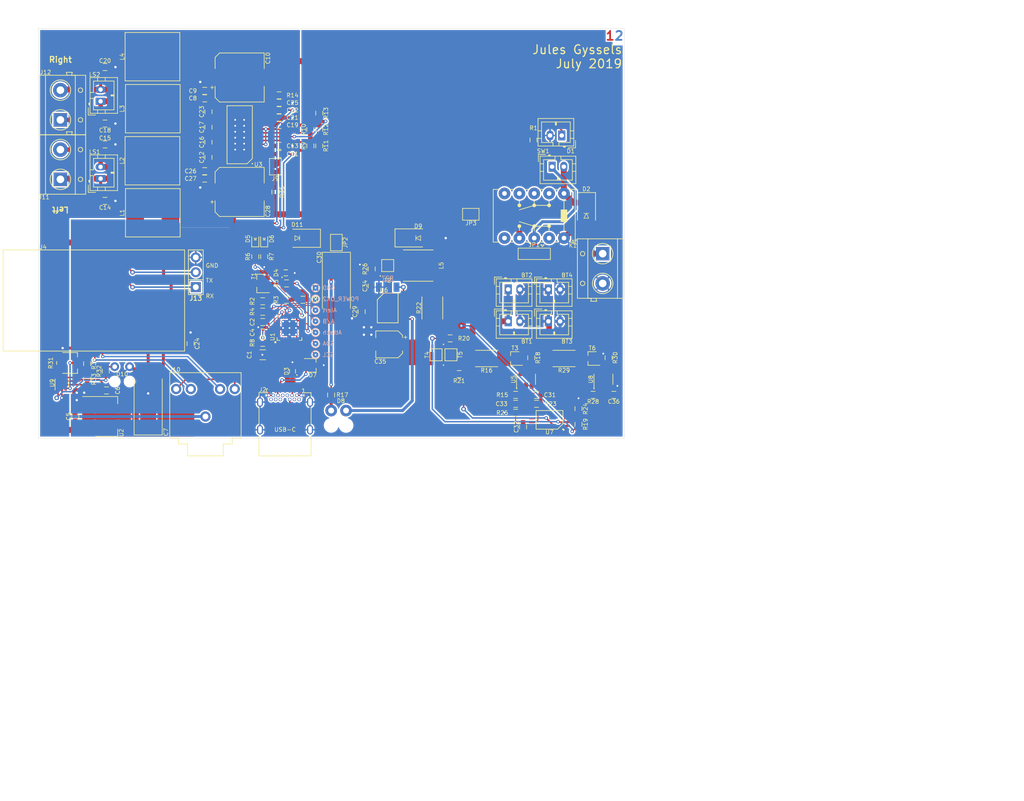
<source format=kicad_pcb>
(kicad_pcb (version 20171130) (host pcbnew 5.1.4-e60b266~84~ubuntu19.04.1)
  (layers (0 F.Cu signal) (31 B.Cu signal) (34 B.Paste user hide) (35 F.Paste user hide) (36 B.SilkS user) (37 F.SilkS user) (38 B.Mask user hide) (39 F.Mask user hide) (44 Edge.Cuts user))
  (net 0 "")
  (net 1 "Net-(BT1-Pad2)")
  (net 2 "Net-(BT1-Pad1)")
  (net 3 GNDD)
  (net 4 /USB-C_Charger/Vbus)
  (net 5 "Net-(C2-Pad2)")
  (net 6 Vsink)
  (net 7 "Net-(C3-Pad1)")
  (net 8 "Net-(C4-Pad2)")
  (net 9 VDD)
  (net 10 +3V3)
  (net 11 GNDA)
  (net 12 Audio_L)
  (net 13 "Net-(C11-Pad2)")
  (net 14 "Net-(C12-Pad2)")
  (net 15 "Net-(C12-Pad1)")
  (net 16 "Net-(C13-Pad2)")
  (net 17 "Net-(C14-Pad1)")
  (net 18 "Net-(C15-Pad2)")
  (net 19 "Net-(C16-Pad1)")
  (net 20 "Net-(C16-Pad2)")
  (net 21 "Net-(C17-Pad2)")
  (net 22 "Net-(C17-Pad1)")
  (net 23 "Net-(C18-Pad1)")
  (net 24 "Net-(C19-Pad1)")
  (net 25 "Net-(C20-Pad2)")
  (net 26 "Net-(C21-Pad2)")
  (net 27 Audio_R)
  (net 28 "Net-(C22-Pad2)")
  (net 29 "Net-(C23-Pad1)")
  (net 30 "Net-(C23-Pad2)")
  (net 31 "Net-(C24-Pad2)")
  (net 32 "Net-(C25-Pad2)")
  (net 33 "Net-(C31-Pad2)")
  (net 34 "Net-(C32-Pad1)")
  (net 35 "Net-(C33-Pad1)")
  (net 36 "Net-(C34-Pad2)")
  (net 37 "Net-(C34-Pad1)")
  (net 38 /Battery_Charge_Circuit/V_Batt)
  (net 39 "Net-(C36-Pad2)")
  (net 40 "Net-(D1-Pad1)")
  (net 41 "Net-(D2-Pad2)")
  (net 42 "Net-(D5-Pad2)")
  (net 43 "Net-(D6-Pad2)")
  (net 44 CC2)
  (net 45 CC1)
  (net 46 "Net-(D8-Pad1)")
  (net 47 "Net-(D8-Pad2)")
  (net 48 "Net-(D9-Pad2)")
  (net 49 "Net-(J1-Pad1)")
  (net 50 "Net-(J2-PadB2)")
  (net 51 "Net-(J2-PadB3)")
  (net 52 "Net-(J2-PadB11)")
  (net 53 "Net-(J2-PadB10)")
  (net 54 "Net-(J2-PadB8)")
  (net 55 "Net-(J2-PadB7)")
  (net 56 "Net-(J2-PadB6)")
  (net 57 "Net-(J2-PadA11)")
  (net 58 "Net-(J2-PadA10)")
  (net 59 "Net-(J2-PadA8)")
  (net 60 "Net-(J2-PadA7)")
  (net 61 "Net-(J2-PadA6)")
  (net 62 "Net-(J2-PadA3)")
  (net 63 "Net-(J2-PadA2)")
  (net 64 "Net-(J3-Pad1)")
  (net 65 "Net-(J4-Pad1)")
  (net 66 "Net-(J5-Pad1)")
  (net 67 "Net-(J6-Pad1)")
  (net 68 "Net-(J7-Pad1)")
  (net 69 "Net-(J8-Pad1)")
  (net 70 "Net-(J9-Pad2)")
  (net 71 "Net-(J9-Pad1)")
  (net 72 /Audio_Amplifier/Bluetooth_R)
  (net 73 /Audio_Amplifier/Bluetooth_L)
  (net 74 "Net-(J13-Pad1)")
  (net 75 "Net-(J13-Pad2)")
  (net 76 "Net-(JP1-Pad2)")
  (net 77 "Net-(K1-Pad2)")
  (net 78 "Net-(L5-Pad2)")
  (net 79 "Net-(R2-Pad2)")
  (net 80 "Net-(R4-Pad1)")
  (net 81 "Net-(R5-Pad1)")
  (net 82 "Net-(R6-Pad1)")
  (net 83 "Net-(R8-Pad2)")
  (net 84 "Net-(R10-Pad1)")
  (net 85 "Net-(R11-Pad2)")
  (net 86 "Net-(R12-Pad2)")
  (net 87 "Net-(R16-Pad1)")
  (net 88 "Net-(R18-Pad2)")
  (net 89 "Net-(R19-Pad1)")
  (net 90 "Net-(R20-Pad1)")
  (net 91 "Net-(R21-Pad2)")
  (net 92 "Net-(R21-Pad1)")
  (net 93 "Net-(R24-Pad1)")
  (net 94 "Net-(R27-Pad1)")
  (net 95 "Net-(R29-Pad1)")
  (net 96 "Net-(R30-Pad2)")
  (net 97 "Net-(T2-Pad1)")
  (net 98 "Net-(T4-Pad3)")
  (net 99 "Net-(U1-Pad15)")
  (net 100 "Net-(U4-Pad22)")
  (net 101 "Net-(U4-Pad23)")
  (net 102 "Net-(U4-Pad24)")
  (net 103 "Net-(U4-Pad26)")
  (net 104 "Net-(U4-Pad25)")
  (net 105 "Net-(U4-Pad34)")
  (net 106 "Net-(U4-Pad36)")
  (net 107 "Net-(U4-Pad37)")
  (net 108 "Net-(U4-Pad52)")
  (net 109 "Net-(U4-Pad54)")
  (net 110 "Net-(U4-Pad55)")
  (net 111 "Net-(U7-Pad6)")
  (net 112 "Net-(K1-Pad7)")
  (net 113 "Net-(K1-Pad8)")
  (net 114 "Net-(K1-Pad9)")
  (net 115 /Battery_Charge_Circuit/V_USB)
  (net 116 "Net-(JP3-Pad1)")
  (net 117 "Net-(D10-Pad1)")
  (net 118 "Net-(R31-Pad3)")
  (net 119 "Net-(R32-Pad1)")
  (net 120 "Net-(R33-Pad2)")
  (net 121 "Net-(D11-Pad2)")
  (module _Jules_Packages_TO_SOT_SMD:SOT-353_SC-70-5 (layer F.Cu) (at 62.611 96.139 90)
    (fp_text reference U9 (at 0 -1.651 90) (layer F.SilkS) (effects (font (size 0.7 0.7) (thickness 0.1))))
    (fp_text value NCX2200GW)
    (pad 5 smd rect (at 0.95 -0.65 90) (size 0.65 0.4) (layers F.Cu F.Paste F.Mask) (net 10 +3V3))
    (pad 4 smd rect (at 0.95 0.65 90) (size 0.65 0.4) (layers F.Cu F.Paste F.Mask) (net 120 "Net-(R33-Pad2)"))
    (pad 2 smd rect (at -0.95 0 90) (size 0.65 0.4) (layers F.Cu F.Paste F.Mask) (net 11 GNDA))
    (pad 3 smd rect (at -0.95 0.65 90) (size 0.65 0.4) (layers F.Cu F.Paste F.Mask) (net 118 "Net-(R31-Pad3)"))
    (pad 1 smd rect (at -0.95 -0.65 90) (size 0.65 0.4) (layers F.Cu F.Paste F.Mask) (net 119 "Net-(R32-Pad1)"))
  )
  (module _Jules_Packages_TO_SOT_SMD:SC-70-6L (layer F.Cu) (at 126.492 91.313 180)
    (fp_text reference T4 (at 1.524 0 90) (layer F.SilkS) (effects (font (size 0.7 0.7) (thickness 0.1))))
    (fp_text value SIA471DJ)
    (pad 2 smd rect (at 0.635 -0.5861 180) (size 0.3 1) (layers F.Cu F.Paste F.Mask) (net 38 /Battery_Charge_Circuit/V_Batt))
    (pad 2 smd rect (at 0.635 -0.04 180) (size 0.3 1) (layers F.Cu F.Paste F.Mask) (net 38 /Battery_Charge_Circuit/V_Batt))
    (pad 3 smd rect (at -0.3175 0 180) (size 0.987 1.525) (layers F.Cu F.Paste F.Mask) (net 98 "Net-(T4-Pad3)"))
    (pad 2 smd rect (at 0.635 -1.2573 180) (size 0.35 1) (layers F.Cu F.Paste F.Mask) (net 38 /Battery_Charge_Circuit/V_Batt))
    (pad 1 smd rect (at 0.635 1.2573 180) (size 0.35 1) (layers F.Cu F.Paste F.Mask) (net 90 "Net-(R20-Pad1)"))
    (pad 3 smd rect (at 0 -1.2573 180) (size 0.35 1) (layers F.Cu F.Paste F.Mask) (net 98 "Net-(T4-Pad3)"))
    (pad 3 smd rect (at -0.635 -1.2573 180) (size 0.35 1) (layers F.Cu F.Paste F.Mask) (net 98 "Net-(T4-Pad3)"))
    (pad 3 smd rect (at 0 1.2573 180) (size 0.35 1) (layers F.Cu F.Paste F.Mask) (net 98 "Net-(T4-Pad3)"))
    (pad 3 smd rect (at -0.635 1.2573 180) (size 0.35 1) (layers F.Cu F.Paste F.Mask) (net 98 "Net-(T4-Pad3)"))
  )
  (module _Jules_Packages_TO_SOT_SMD:SC-70-6L (layer F.Cu) (at 129.032 91.313)
    (fp_text reference T5 (at 1.5875 0 90) (layer F.SilkS) (effects (font (size 0.7 0.7) (thickness 0.1))))
    (fp_text value SIA471DJ)
    (pad 2 smd rect (at 0.635 -0.5861) (size 0.3 1) (layers F.Cu F.Paste F.Mask) (net 2 "Net-(BT1-Pad1)"))
    (pad 2 smd rect (at 0.635 -0.04) (size 0.3 1) (layers F.Cu F.Paste F.Mask) (net 2 "Net-(BT1-Pad1)"))
    (pad 3 smd rect (at -0.3175 0) (size 0.987 1.525) (layers F.Cu F.Paste F.Mask) (net 98 "Net-(T4-Pad3)"))
    (pad 2 smd rect (at 0.635 -1.2573) (size 0.35 1) (layers F.Cu F.Paste F.Mask) (net 2 "Net-(BT1-Pad1)"))
    (pad 1 smd rect (at 0.635 1.2573) (size 0.35 1) (layers F.Cu F.Paste F.Mask) (net 91 "Net-(R21-Pad2)"))
    (pad 3 smd rect (at 0 -1.2573) (size 0.35 1) (layers F.Cu F.Paste F.Mask) (net 98 "Net-(T4-Pad3)"))
    (pad 3 smd rect (at -0.635 -1.2573) (size 0.35 1) (layers F.Cu F.Paste F.Mask) (net 98 "Net-(T4-Pad3)"))
    (pad 3 smd rect (at 0 1.2573) (size 0.35 1) (layers F.Cu F.Paste F.Mask) (net 98 "Net-(T4-Pad3)"))
    (pad 3 smd rect (at -0.635 1.2573) (size 0.35 1) (layers F.Cu F.Paste F.Mask) (net 98 "Net-(T4-Pad3)"))
  )
  (module _Jules_Connector:Audio_Jack-5 (layer F.Cu) (at 87.122 101.981 90)
    (fp_text reference J10 (at 8.128 -5.207 180) (layer F.SilkS) (effects (font (size 0.7 0.7) (thickness 0.1))))
    (fp_text value Audio-Jack-5_Switched)
    (pad 2 thru_hole circle (at 4.82 5 90) (size 1.75 1.75) (drill 1) (layers *.Cu *.Mask) (net 12 Audio_L))
    (pad 5 thru_hole circle (at 4.82 2.5 90) (size 1.75 1.75) (drill 1) (layers *.Cu *.Mask) (net 73 /Audio_Amplifier/Bluetooth_L))
    (pad 3 thru_hole circle (at 4.82 -2.5 90) (size 1.75 1.75) (drill 1) (layers *.Cu *.Mask) (net 72 /Audio_Amplifier/Bluetooth_R))
    (pad 4 thru_hole circle (at 4.82 -5 90) (size 1.75 1.75) (drill 1) (layers *.Cu *.Mask) (net 27 Audio_R))
    (pad 1 thru_hole circle (at 0.12 0 90) (size 1.75 1.75) (drill 1) (layers *.Cu *.Mask) (net 11 GNDA))
  )
  (module _Jules_Packages_SSOP:TSSOP-8_4.4x3mm_Pitch0.65mm (layer F.Cu) (at 145.8595 102.489 180)
    (fp_text reference U7 (at 0 -2.032) (layer F.SilkS) (effects (font (size 0.7 0.7) (thickness 0.1))))
    (fp_text value S-8253A)
    (fp_text user . (at -2.413 -0.8255) (layer F.SilkS) (effects (font (size 2 2))))
    (pad 4 smd rect (at -3 0.975 90) (size 0.35 1) (layers F.Cu F.Paste F.Mask) (net 93 "Net-(R24-Pad1)"))
    (pad 5 smd rect (at 3 0.975 90) (size 0.35 1) (layers F.Cu F.Paste F.Mask) (net 35 "Net-(C33-Pad1)"))
    (pad 3 smd rect (at -3 0.325 90) (size 0.35 1) (layers F.Cu F.Paste F.Mask) (net 89 "Net-(R19-Pad1)"))
    (pad 6 smd rect (at 3 0.325 90) (size 0.35 1) (layers F.Cu F.Paste F.Mask) (net 111 "Net-(U7-Pad6)"))
    (pad 2 smd rect (at -3 -0.325 90) (size 0.35 1) (layers F.Cu F.Paste F.Mask) (net 90 "Net-(R20-Pad1)"))
    (pad 7 smd rect (at 3 -0.325 90) (size 0.35 1) (layers F.Cu F.Paste F.Mask) (net 34 "Net-(C32-Pad1)"))
    (pad 1 smd rect (at -3 -0.975 90) (size 0.35 1) (layers F.Cu F.Paste F.Mask) (net 92 "Net-(R21-Pad1)"))
    (pad 8 smd rect (at 3 -0.975 90) (size 0.35 1) (layers F.Cu F.Paste F.Mask) (net 2 "Net-(BT1-Pad1)"))
  )
  (module _Jules_Packages_TO_SOT_SMD:SOT-23-6 (layer F.Cu) (at 141.859 95.504 90)
    (fp_text reference U5 (at 0 -2.159 90) (layer F.SilkS) (effects (font (size 0.7 0.7) (thickness 0.1))))
    (fp_text value HY2213)
    (pad 5 smd rect (at 1.1 0 90) (size 1.06 0.65) (layers F.Cu F.Paste F.Mask))
    (pad 6 smd rect (at 1.1 -0.95 90) (size 1.06 0.65) (layers F.Cu F.Paste F.Mask) (net 88 "Net-(R18-Pad2)"))
    (pad 4 smd rect (at 1.1 0.95 90) (size 1.06 0.65) (layers F.Cu F.Paste F.Mask))
    (pad 3 smd rect (at -1.1 0.95 90) (size 1.06 0.65) (layers F.Cu F.Paste F.Mask) (net 1 "Net-(BT1-Pad2)"))
    (pad 2 smd rect (at -1.1 0 90) (size 1.06 0.65) (layers F.Cu F.Paste F.Mask) (net 33 "Net-(C31-Pad2)"))
    (pad 1 smd rect (at -1.1 -0.95 90) (size 1.06 0.65) (layers F.Cu F.Paste F.Mask))
  )
  (module _Jules_Packages_TO_SOT_SMD:SOT-23-6 (layer F.Cu) (at 155.067 95.504 90)
    (fp_text reference U8 (at 0 -2.159 90) (layer F.SilkS) (effects (font (size 0.7 0.7) (thickness 0.1))))
    (fp_text value HY2213)
    (pad 5 smd rect (at 1.1 0 90) (size 1.06 0.65) (layers F.Cu F.Paste F.Mask))
    (pad 6 smd rect (at 1.1 -0.95 90) (size 1.06 0.65) (layers F.Cu F.Paste F.Mask) (net 96 "Net-(R30-Pad2)"))
    (pad 4 smd rect (at 1.1 0.95 90) (size 1.06 0.65) (layers F.Cu F.Paste F.Mask))
    (pad 3 smd rect (at -1.1 0.95 90) (size 1.06 0.65) (layers F.Cu F.Paste F.Mask) (net 3 GNDD))
    (pad 2 smd rect (at -1.1 0 90) (size 1.06 0.65) (layers F.Cu F.Paste F.Mask) (net 39 "Net-(C36-Pad2)"))
    (pad 1 smd rect (at -1.1 -0.95 90) (size 1.06 0.65) (layers F.Cu F.Paste F.Mask))
  )
  (module _Jules_Packages_TO_SOT_SMD:SC-70-6L (layer F.Cu) (at 118.237 76.073 180)
    (fp_text reference T2 (at 0 -2.54) (layer F.SilkS) (effects (font (size 0.7 0.7) (thickness 0.1))))
    (fp_text value SIA471DJ)
    (pad 2 smd rect (at 0.635 0.5861 180) (size 0.3 1) (layers F.Cu F.Paste F.Mask) (net 115 /Battery_Charge_Circuit/V_USB))
    (pad 2 smd rect (at 0.635 0.04 180) (size 0.3 1) (layers F.Cu F.Paste F.Mask) (net 115 /Battery_Charge_Circuit/V_USB))
    (pad 3 smd rect (at -0.3175 0 180) (size 0.987 1.525) (layers F.Cu F.Paste F.Mask) (net 48 "Net-(D9-Pad2)"))
    (pad 1 smd rect (at 0.635 -1.2573 180) (size 0.35 1) (layers F.Cu F.Paste F.Mask) (net 97 "Net-(T2-Pad1)"))
    (pad 2 smd rect (at 0.635 1.2573 180) (size 0.35 1) (layers F.Cu F.Paste F.Mask) (net 115 /Battery_Charge_Circuit/V_USB))
    (pad 3 smd rect (at 0 -1.2573 180) (size 0.35 1) (layers F.Cu F.Paste F.Mask) (net 48 "Net-(D9-Pad2)"))
    (pad 3 smd rect (at -0.635 -1.2573 180) (size 0.35 1) (layers F.Cu F.Paste F.Mask) (net 48 "Net-(D9-Pad2)"))
    (pad 3 smd rect (at 0 1.2573 180) (size 0.35 1) (layers F.Cu F.Paste F.Mask) (net 48 "Net-(D9-Pad2)"))
    (pad 3 smd rect (at -0.635 1.2573 180) (size 0.35 1) (layers F.Cu F.Paste F.Mask) (net 48 "Net-(D9-Pad2)"))
  )
  (module _Jules_Packages_DFN_QFN:QFN-24-1EP_4x4mm_P0.5mm_EP2.7x2.7mm_ThermalVias (layer F.Cu) (at 101.473 86.741 90)
    (fp_text reference U1 (at -1.4986 -2.8956 90) (layer F.SilkS) (effects (font (size 0.7 0.7) (thickness 0.1))))
    (fp_text value STUSB4500)
    (pad 25 thru_hole circle (at -1.1 0 90) (size 0.5 0.5) (drill 0.3) (layers *.Cu) (net 3 GNDD))
    (pad 25 thru_hole circle (at 1.1 1.1 90) (size 0.5 0.5) (drill 0.3) (layers *.Cu) (net 3 GNDD))
    (pad 25 thru_hole circle (at 0 -1.1 90) (size 0.5 0.5) (drill 0.3) (layers *.Cu) (net 3 GNDD))
    (pad 25 thru_hole circle (at 1.1 0 90) (size 0.5 0.5) (drill 0.3) (layers *.Cu) (net 3 GNDD))
    (pad 12 smd roundrect (at 1.25 1.9625 90) (size 0.25 0.825) (layers F.Cu F.Paste F.Mask) (net 3 GNDD))
    (pad 13 smd roundrect (at 1.9625 1.25 90) (size 0.825 0.25) (layers F.Cu F.Paste F.Mask) (net 3 GNDD))
    (pad 14 smd roundrect (at 1.9625 0.75 90) (size 0.825 0.25) (layers F.Cu F.Paste F.Mask) (net 82 "Net-(R6-Pad1)"))
    (pad 15 smd roundrect (at 1.9625 0.25 90) (size 0.825 0.25) (layers F.Cu F.Paste F.Mask) (net 99 "Net-(U1-Pad15)"))
    (pad 16 smd roundrect (at 1.9625 -0.25 90) (size 0.825 0.25) (layers F.Cu F.Paste F.Mask) (net 80 "Net-(R4-Pad1)"))
    (pad 17 smd roundrect (at 1.9625 -0.75 90) (size 0.825 0.25) (layers F.Cu F.Paste F.Mask) (net 65 "Net-(J4-Pad1)"))
    (pad 18 smd roundrect (at 1.9625 -1.25 90) (size 0.825 0.25) (layers F.Cu F.Paste F.Mask) (net 83 "Net-(R8-Pad2)"))
    (pad 25 thru_hole circle (at 0 0 90) (size 0.5 0.5) (drill 0.3) (layers *.Cu) (net 3 GNDD))
    (pad 25 smd roundrect (at 0 0 90) (size 2.7 2.7) (layers B.Cu) (roundrect_rratio 0.09259299999999999) (net 3 GNDD))
    (pad 25 thru_hole circle (at 0 1.1 90) (size 0.5 0.5) (drill 0.3) (layers *.Cu) (net 3 GNDD))
    (pad 25 thru_hole circle (at -1.1 1.1 90) (size 0.5 0.5) (drill 0.3) (layers *.Cu) (net 3 GNDD))
    (pad 19 smd roundrect (at 1.25 -1.9625 90) (size 0.25 0.825) (layers F.Cu F.Paste F.Mask) (net 69 "Net-(J8-Pad1)"))
    (pad 20 smd roundrect (at 0.75 -1.9625 90) (size 0.25 0.825) (layers F.Cu F.Paste F.Mask) (net 64 "Net-(J3-Pad1)"))
    (pad 21 smd roundrect (at 0.25 -1.9625 90) (size 0.25 0.825) (layers F.Cu F.Paste F.Mask) (net 5 "Net-(C2-Pad2)"))
    (pad 22 smd roundrect (at -0.25 -1.9625 90) (size 0.25 0.825) (layers F.Cu F.Paste F.Mask) (net 3 GNDD))
    (pad 23 smd roundrect (at -0.75 -1.9625 90) (size 0.25 0.825) (layers F.Cu F.Paste F.Mask) (net 8 "Net-(C4-Pad2)"))
    (pad 24 smd roundrect (at -1.25 -1.9625 90) (size 0.25 0.825) (layers F.Cu F.Paste F.Mask) (net 4 /USB-C_Charger/Vbus))
    (pad 5 smd roundrect (at -1.9625 0.75 90) (size 0.825 0.25) (layers F.Cu F.Paste F.Mask) (net 44 CC2))
    (pad 6 smd roundrect (at -1.9625 1.25 90) (size 0.825 0.25) (layers F.Cu F.Paste F.Mask) (net 3 GNDD))
    (pad 7 smd roundrect (at -1.25 1.9625 90) (size 0.25 0.825) (layers F.Cu F.Paste F.Mask) (net 67 "Net-(J6-Pad1)"))
    (pad 8 smd roundrect (at -0.75 1.9625 90) (size 0.25 0.825) (layers F.Cu F.Paste F.Mask) (net 68 "Net-(J7-Pad1)"))
    (pad 9 smd roundrect (at -0.25 1.9625 90) (size 0.25 0.825) (layers F.Cu F.Paste F.Mask) (net 81 "Net-(R5-Pad1)"))
    (pad 10 smd roundrect (at 0.25 1.9625 90) (size 0.25 0.825) (layers F.Cu F.Paste F.Mask) (net 3 GNDD))
    (pad 11 smd roundrect (at 0.75 1.9625 90) (size 0.25 0.825) (layers F.Cu F.Paste F.Mask) (net 66 "Net-(J5-Pad1)"))
    (pad 1 smd roundrect (at -1.9625 -1.25 90) (size 0.825 0.25) (layers F.Cu F.Paste F.Mask) (net 45 CC1))
    (pad 2 smd roundrect (at -1.9625 -0.75 90) (size 0.825 0.25) (layers F.Cu F.Paste F.Mask) (net 45 CC1))
    (pad 3 smd roundrect (at -1.9625 -0.25 90) (size 0.825 0.25) (layers F.Cu F.Paste F.Mask) (net 3 GNDD))
    (pad 4 smd roundrect (at -1.9625 0.25 90) (size 0.825 0.25) (layers F.Cu F.Paste F.Mask) (net 44 CC2))
    (pad 25 thru_hole circle (at 1.1 -1.1 90) (size 0.5 0.5) (drill 0.3) (layers *.Cu) (net 3 GNDD))
    (pad 25 smd roundrect (at 0 0 90) (size 2.7 2.7) (layers F.Cu F.Mask) (roundrect_rratio 0.09259299999999999) (net 3 GNDD))
    (pad 25 thru_hole circle (at -1.1 -1.1 90) (size 0.5 0.5) (drill 0.3) (layers *.Cu) (net 3 GNDD))
  )
  (module _Jules_Packages_TO_SOT_SMD:SOT-323_SC-70 (layer F.Cu) (at 105.283 93.1164)
    (fp_text reference D7 (at 0.1524 1.6764) (layer F.SilkS) (effects (font (size 0.7 0.7) (thickness 0.1))))
    (fp_text value ESDA25W)
    (pad 3 smd rect (at 1 0 270) (size 0.45 0.7) (layers F.Cu F.Paste F.Mask) (net 3 GNDD))
    (pad 2 smd rect (at -1 0.65 270) (size 0.45 0.7) (layers F.Cu F.Paste F.Mask) (net 45 CC1))
    (pad 1 smd rect (at -1 -0.65 270) (size 0.45 0.7) (layers F.Cu F.Paste F.Mask) (net 44 CC2))
  )
  (module _Jules_Packages_TO_SOT_SMD:SOT-23 (layer F.Cu) (at 96.647 79.121 180)
    (fp_text reference T1 (at 1.27 1.27 270) (layer F.SilkS) (effects (font (size 0.7 0.7) (thickness 0.1))))
    (fp_text value SI2369DS)
    (pad 3 smd rect (at 1 0 180) (size 0.9 0.8) (layers F.Cu F.Paste F.Mask) (net 6 Vsink))
    (pad 2 smd rect (at -1 0.95 180) (size 0.9 0.8) (layers F.Cu F.Paste F.Mask) (net 4 /USB-C_Charger/Vbus))
    (pad 1 smd rect (at -1 -0.95 180) (size 0.9 0.8) (layers F.Cu F.Paste F.Mask) (net 79 "Net-(R2-Pad2)"))
  )
  (module _Jules_Packages_TO_SOT_SMD:SOT-223-3Lead_TabPin2 (layer F.Cu) (at 70.231 101.854)
    (fp_text reference U2 (at 2.54 2.794 270) (layer F.SilkS) (effects (font (size 0.7 0.7) (thickness 0.1))))
    (fp_text value LM1117-3.3)
    (pad 1 smd rect (at -3.15 -2.3) (size 2 1.5) (layers F.Cu F.Paste F.Mask) (net 3 GNDD))
    (pad 3 smd rect (at -3.15 2.3) (size 2 1.5) (layers F.Cu F.Paste F.Mask) (net 9 VDD))
    (pad 2 smd rect (at -3.15 0) (size 2 1.5) (layers F.Cu F.Paste F.Mask) (net 10 +3V3))
    (pad 2 smd rect (at 3.15 0) (size 2 3.8) (layers F.Cu F.Paste F.Mask) (net 10 +3V3))
  )
  (module _Jules_Packages_SOIC:SOIC-8_3.9x4.9mm_Pitch1.27mm (layer F.Cu) (at 118.237 83.312)
    (fp_text reference U6 (at -0.635 -3.048) (layer F.SilkS) (effects (font (size 0.7 0.7) (thickness 0.1))))
    (fp_text value LTC4002)
    (pad 8 smd rect (at 2.7 -1.905) (size 1.55 0.6) (layers F.Cu F.Paste F.Mask) (net 94 "Net-(R27-Pad1)"))
    (pad 7 smd rect (at 2.7 -0.635) (size 1.55 0.6) (layers F.Cu F.Paste F.Mask) (net 78 "Net-(L5-Pad2)"))
    (pad 6 smd rect (at 2.7 0.635) (size 1.55 0.6) (layers F.Cu F.Paste F.Mask) (net 38 /Battery_Charge_Circuit/V_Batt))
    (pad 5 smd rect (at 2.7 1.905) (size 1.55 0.6) (layers F.Cu F.Paste F.Mask) (net 47 "Net-(D8-Pad2)"))
    (pad 4 smd rect (at -2.7 1.905) (size 1.55 0.6) (layers F.Cu F.Paste F.Mask) (net 3 GNDD))
    (pad 3 smd rect (at -2.7 0.635) (size 1.55 0.6) (layers F.Cu F.Paste F.Mask) (net 97 "Net-(T2-Pad1)"))
    (pad 2 smd rect (at -2.7 -0.635) (size 1.55 0.6) (layers F.Cu F.Paste F.Mask) (net 115 /Battery_Charge_Circuit/V_USB))
    (pad 1 smd rect (at -2.7 -1.905) (size 1.55 0.6) (layers F.Cu F.Paste F.Mask) (net 36 "Net-(C34-Pad2)"))
  )
  (module _Jules_Packages_SSOP:HTSSOP-28-_4.4x9.7mm_Pitch0.65_EP6.17x2.4mm (layer F.Cu) (at 92.964 53.721 180)
    (fp_text reference U3 (at -3.175 -5.08) (layer F.SilkS) (effects (font (size 0.7 0.7) (thickness 0.1))))
    (fp_text value TPA3140)
    (pad 29 thru_hole circle (at -0.762 2.54 180) (size 0.5 0.5) (drill 0.3) (layers *.Cu *.Mask) (net 11 GNDA))
    (pad 29 thru_hole circle (at 0.762 2.54 180) (size 0.5 0.5) (drill 0.3) (layers *.Cu *.Mask) (net 11 GNDA))
    (pad 29 thru_hole circle (at 0.762 0.508 180) (size 0.5 0.5) (drill 0.3) (layers *.Cu *.Mask) (net 11 GNDA))
    (pad 29 thru_hole circle (at -0.762 0.508 180) (size 0.5 0.5) (drill 0.3) (layers *.Cu *.Mask) (net 11 GNDA))
    (pad 28 smd rect (at 3.127 -4.225 90) (size 0.35 1.5) (layers F.Cu F.Paste F.Mask) (net 9 VDD))
    (pad 1 smd rect (at -3.127 -4.225 90) (size 0.35 1.5) (layers F.Cu F.Paste F.Mask) (net 70 "Net-(J9-Pad2)"))
    (pad 27 smd rect (at 3.127 -3.575 90) (size 0.35 1.5) (layers F.Cu F.Paste F.Mask) (net 9 VDD))
    (pad 2 smd rect (at -3.127 -3.575 90) (size 0.35 1.5) (layers F.Cu F.Paste F.Mask) (net 71 "Net-(J9-Pad1)"))
    (pad 26 smd rect (at 3.127 -2.925 90) (size 0.35 1.5) (layers F.Cu F.Paste F.Mask) (net 15 "Net-(C12-Pad1)"))
    (pad 3 smd rect (at -3.127 -2.925 90) (size 0.35 1.5) (layers F.Cu F.Paste F.Mask) (net 13 "Net-(C11-Pad2)"))
    (pad 25 smd rect (at 3.127 -2.275 90) (size 0.35 1.5) (layers F.Cu F.Paste F.Mask) (net 14 "Net-(C12-Pad2)"))
    (pad 4 smd rect (at -3.127 -2.275 90) (size 0.35 1.5) (layers F.Cu F.Paste F.Mask) (net 16 "Net-(C13-Pad2)"))
    (pad 24 smd rect (at 3.127 -1.625 90) (size 0.35 1.5) (layers F.Cu F.Paste F.Mask) (net 11 GNDA))
    (pad 5 smd rect (at -3.127 -1.625 90) (size 0.35 1.5) (layers F.Cu F.Paste F.Mask) (net 24 "Net-(C19-Pad1)"))
    (pad 23 smd rect (at 3.127 -0.975 90) (size 0.35 1.5) (layers F.Cu F.Paste F.Mask) (net 20 "Net-(C16-Pad2)"))
    (pad 6 smd rect (at -3.127 -0.975 90) (size 0.35 1.5) (layers F.Cu F.Paste F.Mask) (net 85 "Net-(R11-Pad2)"))
    (pad 22 smd rect (at 3.127 -0.325 90) (size 0.35 1.5) (layers F.Cu F.Paste F.Mask) (net 19 "Net-(C16-Pad1)"))
    (pad 7 smd rect (at -3.127 -0.325 90) (size 0.35 1.5) (layers F.Cu F.Paste F.Mask) (net 86 "Net-(R12-Pad2)"))
    (pad 21 smd rect (at 3.127 0.325 90) (size 0.35 1.5) (layers F.Cu F.Paste F.Mask) (net 22 "Net-(C17-Pad1)"))
    (pad 8 smd rect (at -3.127 0.325 90) (size 0.35 1.5) (layers F.Cu F.Paste F.Mask) (net 84 "Net-(R10-Pad1)"))
    (pad 20 smd rect (at 3.127 0.975 90) (size 0.35 1.5) (layers F.Cu F.Paste F.Mask) (net 21 "Net-(C17-Pad2)"))
    (pad 9 smd rect (at -3.127 0.975 90) (size 0.35 1.5) (layers F.Cu F.Paste F.Mask) (net 24 "Net-(C19-Pad1)"))
    (pad 19 smd rect (at 3.127 1.625 90) (size 0.35 1.5) (layers F.Cu F.Paste F.Mask) (net 11 GNDA))
    (pad 10 smd rect (at -3.127 1.625 90) (size 0.35 1.5) (layers F.Cu F.Paste F.Mask) (net 11 GNDA))
    (pad 18 smd rect (at 3.127 2.275 90) (size 0.35 1.5) (layers F.Cu F.Paste F.Mask) (net 30 "Net-(C23-Pad2)"))
    (pad 11 smd rect (at -3.127 2.275 90) (size 0.35 1.5) (layers F.Cu F.Paste F.Mask) (net 26 "Net-(C21-Pad2)"))
    (pad 17 smd rect (at 3.127 2.925 90) (size 0.35 1.5) (layers F.Cu F.Paste F.Mask) (net 29 "Net-(C23-Pad1)"))
    (pad 12 smd rect (at -3.127 2.925 90) (size 0.35 1.5) (layers F.Cu F.Paste F.Mask) (net 28 "Net-(C22-Pad2)"))
    (pad 16 smd rect (at 3.127 3.575 90) (size 0.35 1.5) (layers F.Cu F.Paste F.Mask) (net 9 VDD))
    (pad 13 smd rect (at -3.127 3.575 90) (size 0.35 1.5) (layers F.Cu F.Paste F.Mask) (net 11 GNDA))
    (pad 15 smd rect (at 3.127 4.225 90) (size 0.35 1.5) (layers F.Cu F.Paste F.Mask) (net 9 VDD))
    (pad 14 smd rect (at -3.127 4.191 90) (size 0.35 1.5) (layers F.Cu F.Paste F.Mask) (net 32 "Net-(C25-Pad2)"))
    (pad 19 smd rect (at 0 0 180) (size 2.4 6.17) (layers F.Cu F.Paste F.Mask) (net 11 GNDA))
    (pad 29 thru_hole circle (at -0.762 -2.54 180) (size 0.5 0.5) (drill 0.3) (layers *.Cu *.Mask) (net 11 GNDA))
    (pad 29 thru_hole circle (at 0.762 -2.54 180) (size 0.5 0.5) (drill 0.3) (layers *.Cu *.Mask) (net 11 GNDA))
    (pad 29 thru_hole circle (at -0.762 -1.524 180) (size 0.5 0.5) (drill 0.3) (layers *.Cu *.Mask) (net 11 GNDA))
    (pad 29 thru_hole circle (at 0.762 -1.524 180) (size 0.5 0.5) (drill 0.3) (layers *.Cu *.Mask) (net 11 GNDA))
    (pad 29 thru_hole circle (at -0.762 -0.508 180) (size 0.5 0.5) (drill 0.3) (layers *.Cu *.Mask) (net 11 GNDA))
    (pad 29 thru_hole circle (at 0.762 -0.508 180) (size 0.5 0.5) (drill 0.3) (layers *.Cu *.Mask) (net 11 GNDA))
    (pad 29 thru_hole circle (at -0.762 1.524 180) (size 0.5 0.5) (drill 0.3) (layers *.Cu *.Mask) (net 11 GNDA))
    (pad 29 thru_hole circle (at 0.762 1.524 180) (size 0.5 0.5) (drill 0.3) (layers *.Cu *.Mask) (net 11 GNDA))
  )
  (module _Arturo182_Banana:Banana (layer F.Cu) (at 167.513 99.187)
    (fp_text reference G*** hide)
    (fp_text value LOGO hide)
  )
  (module _Jules_Headers:Pin_Header_Straight_1x03_Pitch2.54mm (layer F.Cu) (at 85.471 79.756 90)
    (fp_text reference J13 (at -1.905 0 180) (layer F.SilkS) (effects (font (size 0.8 0.8))))
    (fp_text value UART hide)
    (pad 3 thru_hole oval (at 5.08 0 180) (size 1.7 1.7) (drill 1) (layers *.Cu *.Mask) (net 3 GNDD))
    (pad 2 thru_hole oval (at 2.54 0 180) (size 1.7 1.7) (drill 1) (layers *.Cu *.Mask) (net 75 "Net-(J13-Pad2)"))
    (pad 1 thru_hole rect (at 0 0 180) (size 1.7 1.7) (drill 1) (layers *.Cu *.Mask) (net 74 "Net-(J13-Pad1)"))
  )
  (module _Jules_Resistors_SMD:R_1206 (layer B.Cu) (at 118.237 79.756 180)
    (fp_text reference R27 (at 0 1.524 180) (layer B.SilkS) (effects (font (size 0.7 0.7) (thickness 0.1)) (justify mirror)))
    (fp_text value 10K)
    (pad 2 smd rect (at 1.5 0 180) (size 1 1.6) (layers B.Cu B.Paste B.Mask) (net 3 GNDD))
    (pad 1 smd rect (at -1.5 0 180) (size 1 1.6) (layers B.Cu B.Paste B.Mask) (net 94 "Net-(R27-Pad1)"))
  )
  (module _Jules_Resistors_SMD:R_0603 (layer F.Cu) (at 155.956 91.821 270)
    (fp_text reference R30 (at 0 -1.143 270) (layer F.SilkS) (effects (font (size 0.7 0.7) (thickness 0.1))))
    (fp_text value 10k)
    (pad 1 smd rect (at -0.75 0 270) (size 0.8 0.75) (layers F.Cu F.Paste F.Mask) (net 3 GNDD))
    (pad 2 smd rect (at 0.75 0 270) (size 0.8 0.75) (layers F.Cu F.Paste F.Mask) (net 96 "Net-(R30-Pad2)"))
  )
  (module _Jules_Resistors_SMD:R_0603 (layer F.Cu) (at 153.301 98.171 180)
    (fp_text reference R28 (at 0 -1.143 180) (layer F.SilkS) (effects (font (size 0.7 0.7) (thickness 0.1))))
    (fp_text value 100)
    (pad 2 smd rect (at 0.75 0 180) (size 0.8 0.75) (layers F.Cu F.Paste F.Mask) (net 1 "Net-(BT1-Pad2)"))
    (pad 1 smd rect (at -0.75 0 180) (size 0.8 0.75) (layers F.Cu F.Paste F.Mask) (net 39 "Net-(C36-Pad2)"))
  )
  (module _Jules_Resistors_SMD:R_0603 (layer F.Cu) (at 115.5065 76.6445 270)
    (fp_text reference R26 (at 0 1.143 270) (layer F.SilkS) (effects (font (size 0.7 0.7) (thickness 0.1))))
    (fp_text value 2k2)
    (pad 2 smd rect (at 0.75 0 270) (size 0.8 0.75) (layers F.Cu F.Paste F.Mask) (net 37 "Net-(C34-Pad1)"))
    (pad 1 smd rect (at -0.75 0 270) (size 0.8 0.75) (layers F.Cu F.Paste F.Mask) (net 3 GNDD))
  )
  (module _Jules_Resistors_SMD:R_0603 (layer F.Cu) (at 140.081 101.219 180)
    (fp_text reference R25 (at 2.286 0 180) (layer F.SilkS) (effects (font (size 0.7 0.7) (thickness 0.1))))
    (fp_text value 51)
    (pad 2 smd rect (at 0.75 0 180) (size 0.8 0.75) (layers F.Cu F.Paste F.Mask) (net 3 GNDD))
    (pad 1 smd rect (at -0.75 0 180) (size 0.8 0.75) (layers F.Cu F.Paste F.Mask) (net 35 "Net-(C33-Pad1)"))
  )
  (module _Jules_Resistors_SMD:R_0603 (layer F.Cu) (at 150.8125 100.5205 90)
    (fp_text reference R24 (at 0 1.2065 270) (layer F.SilkS) (effects (font (size 0.7 0.7) (thickness 0.1))))
    (fp_text value 1k)
    (pad 2 smd rect (at 0.75 0 90) (size 0.8 0.75) (layers F.Cu F.Paste F.Mask) (net 3 GNDD))
    (pad 1 smd rect (at -0.75 0 90) (size 0.8 0.75) (layers F.Cu F.Paste F.Mask) (net 93 "Net-(R24-Pad1)"))
  )
  (module _Jules_Resistors_SMD:R_0603 (layer F.Cu) (at 143.637 99.695)
    (fp_text reference R23 (at 2.413 0 180) (layer F.SilkS) (effects (font (size 0.7 0.7) (thickness 0.1))))
    (fp_text value 1k)
    (pad 2 smd rect (at 0.75 0) (size 0.8 0.75) (layers F.Cu F.Paste F.Mask) (net 1 "Net-(BT1-Pad2)"))
    (pad 1 smd rect (at -0.75 0) (size 0.8 0.75) (layers F.Cu F.Paste F.Mask) (net 34 "Net-(C32-Pad1)"))
  )
  (module _Jules_Resistors_SMD:R_0603 (layer F.Cu) (at 130.429 94.615 180)
    (fp_text reference R21 (at 0 -1.143 180) (layer F.SilkS) (effects (font (size 0.7 0.7) (thickness 0.1))))
    (fp_text value 5.1k)
    (pad 2 smd rect (at 0.75 0 180) (size 0.8 0.75) (layers F.Cu F.Paste F.Mask) (net 91 "Net-(R21-Pad2)"))
    (pad 1 smd rect (at -0.75 0 180) (size 0.8 0.75) (layers F.Cu F.Paste F.Mask) (net 92 "Net-(R21-Pad1)"))
  )
  (module _Jules_Resistors_SMD:R_0603 (layer F.Cu) (at 128.905 88.519)
    (fp_text reference R20 (at 2.3495 0 180) (layer F.SilkS) (effects (font (size 0.7 0.7) (thickness 0.1))))
    (fp_text value 1k)
    (pad 1 smd rect (at -0.75 0) (size 0.8 0.75) (layers F.Cu F.Paste F.Mask) (net 90 "Net-(R20-Pad1)"))
    (pad 2 smd rect (at 0.75 0) (size 0.8 0.75) (layers F.Cu F.Paste F.Mask) (net 38 /Battery_Charge_Circuit/V_Batt))
  )
  (module _Jules_Resistors_SMD:R_0603 (layer F.Cu) (at 150.8125 103.1875 270)
    (fp_text reference R19 (at 0 -1.2065 270) (layer F.SilkS) (effects (font (size 0.7 0.7) (thickness 0.1))))
    (fp_text value 5.1k)
    (pad 1 smd rect (at -0.75 0 270) (size 0.8 0.75) (layers F.Cu F.Paste F.Mask) (net 89 "Net-(R19-Pad1)"))
    (pad 2 smd rect (at 0.75 0 270) (size 0.8 0.75) (layers F.Cu F.Paste F.Mask) (net 38 /Battery_Charge_Circuit/V_Batt))
  )
  (module _Jules_Resistors_SMD:R_0603 (layer F.Cu) (at 142.748 91.821 270)
    (fp_text reference R18 (at 0 -1.143 270) (layer F.SilkS) (effects (font (size 0.7 0.7) (thickness 0.1))))
    (fp_text value 10k)
    (pad 1 smd rect (at -0.75 0 270) (size 0.8 0.75) (layers F.Cu F.Paste F.Mask) (net 1 "Net-(BT1-Pad2)"))
    (pad 2 smd rect (at 0.75 0 270) (size 0.8 0.75) (layers F.Cu F.Paste F.Mask) (net 88 "Net-(R18-Pad2)"))
  )
  (module _Jules_Resistors_SMD:R_0603 (layer F.Cu) (at 108.585 98.171 90)
    (fp_text reference R17 (at 0 1.905) (layer F.SilkS) (effects (font (size 0.7 0.7) (thickness 0.1))))
    (fp_text value 3k9)
    (pad 1 smd rect (at -0.75 0 90) (size 0.8 0.75) (layers F.Cu F.Paste F.Mask) (net 46 "Net-(D8-Pad1)"))
    (pad 2 smd rect (at 0.75 0 90) (size 0.8 0.75) (layers F.Cu F.Paste F.Mask) (net 115 /Battery_Charge_Circuit/V_USB))
  )
  (module _Jules_Resistors_SMD:R_0603 (layer F.Cu) (at 140.081 98.171 180)
    (fp_text reference R15 (at 2.286 0 180) (layer F.SilkS) (effects (font (size 0.7 0.7) (thickness 0.1))))
    (fp_text value 100)
    (pad 1 smd rect (at -0.75 0 180) (size 0.8 0.75) (layers F.Cu F.Paste F.Mask) (net 33 "Net-(C31-Pad2)"))
    (pad 2 smd rect (at 0.75 0 180) (size 0.8 0.75) (layers F.Cu F.Paste F.Mask) (net 2 "Net-(BT1-Pad1)"))
  )
  (module _Jules_Resistors_SMD:R_0603 (layer F.Cu) (at 96.901 89.281)
    (fp_text reference R8 (at -1.778 0 -270) (layer F.SilkS) (effects (font (size 0.7 0.7) (thickness 0.1))))
    (fp_text value 1k)
    (pad 2 smd rect (at 0.75 0) (size 0.8 0.75) (layers F.Cu F.Paste F.Mask) (net 83 "Net-(R8-Pad2)"))
    (pad 1 smd rect (at -0.75 0) (size 0.8 0.75) (layers F.Cu F.Paste F.Mask) (net 4 /USB-C_Charger/Vbus))
  )
  (module _Jules_Resistors_SMD:R_0603 (layer F.Cu) (at 97.155 74.549 90)
    (fp_text reference R7 (at 0 1.27 90) (layer F.SilkS) (effects (font (size 0.7 0.7) (thickness 0.1))))
    (fp_text value 3k9)
    (pad 2 smd rect (at 0.75 0 90) (size 0.8 0.75) (layers F.Cu F.Paste F.Mask) (net 43 "Net-(D6-Pad2)"))
    (pad 1 smd rect (at -0.75 0 90) (size 0.8 0.75) (layers F.Cu F.Paste F.Mask) (net 3 GNDD))
  )
  (module _Jules_Resistors_SMD:R_0603 (layer F.Cu) (at 95.631 74.549 90)
    (fp_text reference R6 (at 0 -1.27 90) (layer F.SilkS) (effects (font (size 0.7 0.7) (thickness 0.1))))
    (fp_text value 3k9)
    (pad 1 smd rect (at -0.75 0 90) (size 0.8 0.75) (layers F.Cu F.Paste F.Mask) (net 82 "Net-(R6-Pad1)"))
    (pad 2 smd rect (at 0.75 0 90) (size 0.8 0.75) (layers F.Cu F.Paste F.Mask) (net 42 "Net-(D5-Pad2)"))
  )
  (module _Jules_Resistors_SMD:R_0603 (layer F.Cu) (at 100.965 79.121 180)
    (fp_text reference R5 (at 1.778 0 90) (layer F.SilkS) (effects (font (size 0.7 0.7) (thickness 0.1))))
    (fp_text value 1k)
    (pad 1 smd rect (at -0.75 0 180) (size 0.8 0.75) (layers F.Cu F.Paste F.Mask) (net 81 "Net-(R5-Pad1)"))
    (pad 2 smd rect (at 0.75 0 180) (size 0.8 0.75) (layers F.Cu F.Paste F.Mask) (net 6 Vsink))
  )
  (module _Jules_Resistors_SMD:R_0603 (layer F.Cu) (at 96.901 83.947 180)
    (fp_text reference R4 (at 1.778 0 90) (layer F.SilkS) (effects (font (size 0.7 0.7) (thickness 0.1))))
    (fp_text value 22k)
    (pad 2 smd rect (at 0.75 0 180) (size 0.8 0.75) (layers F.Cu F.Paste F.Mask) (net 79 "Net-(R2-Pad2)"))
    (pad 1 smd rect (at -0.75 0 180) (size 0.8 0.75) (layers F.Cu F.Paste F.Mask) (net 80 "Net-(R4-Pad1)"))
  )
  (module _Jules_Resistors_SMD:R_0603 (layer F.Cu) (at 100.965 81.915)
    (fp_text reference R3 (at -1.778 0 90) (layer F.SilkS) (effects (font (size 0.7 0.7) (thickness 0.1))))
    (fp_text value 100)
    (pad 2 smd rect (at 0.75 0) (size 0.8 0.75) (layers F.Cu F.Paste F.Mask) (net 7 "Net-(C3-Pad1)"))
    (pad 1 smd rect (at -0.75 0) (size 0.8 0.75) (layers F.Cu F.Paste F.Mask) (net 79 "Net-(R2-Pad2)"))
  )
  (module _Jules_Resistors_SMD:R_0603 (layer F.Cu) (at 96.901 82.169)
    (fp_text reference R2 (at -1.778 0 -270) (layer F.SilkS) (effects (font (size 0.7 0.7) (thickness 0.1))))
    (fp_text value 100k)
    (pad 2 smd rect (at 0.75 0) (size 0.8 0.75) (layers F.Cu F.Paste F.Mask) (net 79 "Net-(R2-Pad2)"))
    (pad 1 smd rect (at -0.75 0) (size 0.8 0.75) (layers F.Cu F.Paste F.Mask) (net 4 /USB-C_Charger/Vbus))
  )
  (module _Jules_Resistors_SMD:R_0603 (layer F.Cu) (at 106.553 52.832 90)
    (fp_text reference R12 (at 0 1.143 270) (layer F.SilkS) (effects (font (size 0.7 0.7) (thickness 0.1))))
    (fp_text value 33k)
    (pad 1 smd rect (at -0.75 0 90) (size 0.8 0.75) (layers F.Cu F.Paste F.Mask) (net 85 "Net-(R11-Pad2)"))
    (pad 2 smd rect (at 0.75 0 90) (size 0.8 0.75) (layers F.Cu F.Paste F.Mask) (net 86 "Net-(R12-Pad2)"))
  )
  (module _Jules_Resistors_SMD:R_0603 (layer F.Cu) (at 105.029 52.832 90)
    (fp_text reference R10 (at 0 -1.143 270) (layer F.SilkS) (effects (font (size 0.7 0.7) (thickness 0.1))))
    (fp_text value 56k)
    (pad 1 smd rect (at -0.75 0 90) (size 0.8 0.75) (layers F.Cu F.Paste F.Mask) (net 84 "Net-(R10-Pad1)"))
    (pad 2 smd rect (at 0.75 0 90) (size 0.8 0.75) (layers F.Cu F.Paste F.Mask) (net 24 "Net-(C19-Pad1)"))
  )
  (module _Jules_Resistors_SMD:R_0603 (layer F.Cu) (at 106.553 50.038 90)
    (fp_text reference R13 (at 0 1.143 270) (layer F.SilkS) (effects (font (size 0.7 0.7) (thickness 0.1))))
    (fp_text value 33k)
    (pad 2 smd rect (at 0.75 0 90) (size 0.8 0.75) (layers F.Cu F.Paste F.Mask) (net 24 "Net-(C19-Pad1)"))
    (pad 1 smd rect (at -0.75 0 90) (size 0.8 0.75) (layers F.Cu F.Paste F.Mask) (net 86 "Net-(R12-Pad2)"))
  )
  (module _Jules_Resistors_SMD:R_0603 (layer F.Cu) (at 105.029 55.626 90)
    (fp_text reference R9 (at 0 -1.143 270) (layer F.SilkS) (effects (font (size 0.7 0.7) (thickness 0.1))))
    (fp_text value 39k)
    (pad 2 smd rect (at 0.75 0 90) (size 0.8 0.75) (layers F.Cu F.Paste F.Mask) (net 84 "Net-(R10-Pad1)"))
    (pad 1 smd rect (at -0.75 0 90) (size 0.8 0.75) (layers F.Cu F.Paste F.Mask) (net 11 GNDA))
  )
  (module _Jules_Resistors_SMD:R_0603 (layer F.Cu) (at 106.553 55.626 90)
    (fp_text reference R11 (at 0 1.143 270) (layer F.SilkS) (effects (font (size 0.7 0.7) (thickness 0.1))))
    (fp_text value 33k)
    (pad 2 smd rect (at 0.75 0 90) (size 0.8 0.75) (layers F.Cu F.Paste F.Mask) (net 85 "Net-(R11-Pad2)"))
    (pad 1 smd rect (at -0.75 0 90) (size 0.8 0.75) (layers F.Cu F.Paste F.Mask) (net 11 GNDA))
  )
  (module _Jules_Resistors_SMD:R_0603 (layer F.Cu) (at 99.695 46.99)
    (fp_text reference R14 (at 2.286 0 180) (layer F.SilkS) (effects (font (size 0.7 0.7) (thickness 0.1))))
    (fp_text value 10)
    (pad 1 smd rect (at -0.75 0) (size 0.8 0.75) (layers F.Cu F.Paste F.Mask) (net 32 "Net-(C25-Pad2)"))
    (pad 2 smd rect (at 0.75 0) (size 0.8 0.75) (layers F.Cu F.Paste F.Mask) (net 9 VDD))
  )
  (module _Jules_Resistors_SMD:R_0603 (layer F.Cu) (at 143.129 54.61 270)
    (fp_text reference R1 (at -2.032 0) (layer F.SilkS) (effects (font (size 0.7 0.7) (thickness 0.1))))
    (fp_text value 3k9)
    (pad 1 smd rect (at -0.75 0 270) (size 0.8 0.75) (layers F.Cu F.Paste F.Mask) (net 40 "Net-(D1-Pad1)"))
    (pad 2 smd rect (at 0.75 0 270) (size 0.8 0.75) (layers F.Cu F.Paste F.Mask) (net 116 "Net-(JP3-Pad1)"))
  )
  (module _Jules_Capacitor_SMD_Ceramic:C_0603 (layer F.Cu) (at 69.977 51.816)
    (fp_text reference C18 (at 0 1.143) (layer F.SilkS) (effects (font (size 0.7 0.7) (thickness 0.1))))
    (fp_text value 1uF)
    (pad 2 smd rect (at 0.75 0) (size 0.8 0.75) (layers F.Cu F.Paste F.Mask) (net 11 GNDA))
    (pad 1 smd rect (at -0.75 0) (size 0.8 0.75) (layers F.Cu F.Paste F.Mask) (net 23 "Net-(C18-Pad1)"))
  )
  (module _Jules_Capacitor_SMD_Electrolytic:CP_Elec_8x10.5 (layer F.Cu) (at 92.964 43.942)
    (fp_text reference C10 (at 4.826 -3.302 90) (layer F.SilkS) (effects (font (size 0.7 0.7) (thickness 0.1))))
    (fp_text value 100uF)
    (fp_text user + (at -4.699 1.651) (layer F.SilkS) (effects (font (size 0.7 0.7) (thickness 0.1))))
    (pad 2 smd rect (at 3.05 0 180) (size 4 2.5) (layers F.Cu F.Paste F.Mask) (net 11 GNDA))
    (pad 1 smd rect (at -3.05 0 180) (size 4 2.5) (layers F.Cu F.Paste F.Mask) (net 9 VDD))
  )
  (module _Jules_Capacitor_SMD_Ceramic:C_0603 (layer F.Cu) (at 69.977 55.372 180)
    (fp_text reference C15 (at 0 1.0795) (layer F.SilkS) (effects (font (size 0.7 0.7) (thickness 0.1))))
    (fp_text value 1uF)
    (pad 2 smd rect (at 0.75 0 180) (size 0.8 0.75) (layers F.Cu F.Paste F.Mask) (net 18 "Net-(C15-Pad2)"))
    (pad 1 smd rect (at -0.75 0 180) (size 0.8 0.75) (layers F.Cu F.Paste F.Mask) (net 11 GNDA))
  )
  (module _Jules_Capacitor_SMD_Ceramic:C_0603 (layer F.Cu) (at 70.231 97.409)
    (fp_text reference C6 (at 1.905 0 270) (layer F.SilkS) (effects (font (size 0.7 0.7) (thickness 0.1))))
    (fp_text value 100nF)
    (pad 2 smd rect (at 0.75 0) (size 0.8 0.75) (layers F.Cu F.Paste F.Mask) (net 10 +3V3))
    (pad 1 smd rect (at -0.75 0) (size 0.8 0.75) (layers F.Cu F.Paste F.Mask) (net 3 GNDD))
  )
  (module _Jules_Capacitor_SMD_Tantalum:CP_Tantalum_Case-D_EIA-7343-31_HandSoldering (layer F.Cu) (at 77.343 99.06 90)
    (fp_text reference C7 (at -5.461 3.048 90) (layer F.SilkS) (effects (font (size 0.7 0.7) (thickness 0.1))))
    (fp_text value 10uF)
    (pad 1 smd rect (at -3.775 0 90) (size 3.75 2.7) (layers F.Cu F.Paste F.Mask) (net 10 +3V3))
    (pad 2 smd rect (at 3.775 0 90) (size 3.75 2.7) (layers F.Cu F.Paste F.Mask) (net 3 GNDD))
  )
  (module _Jules_Capacitor_SMD_Ceramic:C_0603 (layer F.Cu) (at 86.995 46.228)
    (fp_text reference C9 (at -2.032 0 180) (layer F.SilkS) (effects (font (size 0.7 0.7) (thickness 0.1))))
    (fp_text value 100nF)
    (pad 2 smd rect (at 0.75 0) (size 0.8 0.75) (layers F.Cu F.Paste F.Mask) (net 9 VDD))
    (pad 1 smd rect (at -0.75 0) (size 0.8 0.75) (layers F.Cu F.Paste F.Mask) (net 11 GNDA))
  )
  (module _Jules_Capacitor_SMD_Ceramic:C_0603 (layer F.Cu) (at 87.63 54.991 270)
    (fp_text reference C16 (at 0 1.143 270) (layer F.SilkS) (effects (font (size 0.7 0.7) (thickness 0.1))))
    (fp_text value 220nF)
    (pad 1 smd rect (at -0.75 0 270) (size 0.8 0.75) (layers F.Cu F.Paste F.Mask) (net 19 "Net-(C16-Pad1)"))
    (pad 2 smd rect (at 0.75 0 270) (size 0.8 0.75) (layers F.Cu F.Paste F.Mask) (net 20 "Net-(C16-Pad2)"))
  )
  (module _Jules_Capacitor_SMD_Ceramic:C_0603 (layer F.Cu) (at 99.695 57.023 180)
    (fp_text reference C11 (at -2.286 0 180) (layer F.SilkS) (effects (font (size 0.7 0.7) (thickness 0.1))))
    (fp_text value 1uF)
    (pad 1 smd rect (at -0.75 0 180) (size 0.8 0.75) (layers F.Cu F.Paste F.Mask) (net 12 Audio_L))
    (pad 2 smd rect (at 0.75 0 180) (size 0.8 0.75) (layers F.Cu F.Paste F.Mask) (net 13 "Net-(C11-Pad2)"))
  )
  (module _Jules_Capacitor_SMD_Ceramic:C_0603 (layer F.Cu) (at 87.63 57.5825 90)
    (fp_text reference C12 (at 0 -1.143 270) (layer F.SilkS) (effects (font (size 0.7 0.7) (thickness 0.1))))
    (fp_text value 220nF)
    (pad 2 smd rect (at 0.75 0 90) (size 0.8 0.75) (layers F.Cu F.Paste F.Mask) (net 14 "Net-(C12-Pad2)"))
    (pad 1 smd rect (at -0.75 0 90) (size 0.8 0.75) (layers F.Cu F.Paste F.Mask) (net 15 "Net-(C12-Pad1)"))
  )
  (module _Jules_Capacitor_SMD_Ceramic:C_0603 (layer F.Cu) (at 99.695 55.626 180)
    (fp_text reference C13 (at -2.286 0 180) (layer F.SilkS) (effects (font (size 0.7 0.7) (thickness 0.1))))
    (fp_text value 1uF)
    (pad 2 smd rect (at 0.75 0 180) (size 0.8 0.75) (layers F.Cu F.Paste F.Mask) (net 16 "Net-(C13-Pad2)"))
    (pad 1 smd rect (at -0.75 0 180) (size 0.8 0.75) (layers F.Cu F.Paste F.Mask) (net 11 GNDA))
  )
  (module _Jules_Capacitor_SMD_Ceramic:C_0603 (layer F.Cu) (at 69.977 65.024)
    (fp_text reference C14 (at 0 1.143) (layer F.SilkS) (effects (font (size 0.7 0.7) (thickness 0.1))))
    (fp_text value 1uF)
    (pad 2 smd rect (at 0.75 0) (size 0.8 0.75) (layers F.Cu F.Paste F.Mask) (net 11 GNDA))
    (pad 1 smd rect (at -0.75 0) (size 0.8 0.75) (layers F.Cu F.Paste F.Mask) (net 17 "Net-(C14-Pad1)"))
  )
  (module _Jules_Capacitor_SMD_Ceramic:C_0603 (layer F.Cu) (at 87.63 52.439 90)
    (fp_text reference C17 (at 0 -1.143 270) (layer F.SilkS) (effects (font (size 0.7 0.7) (thickness 0.1))))
    (fp_text value 220nF)
    (pad 2 smd rect (at 0.75 0 90) (size 0.8 0.75) (layers F.Cu F.Paste F.Mask) (net 21 "Net-(C17-Pad2)"))
    (pad 1 smd rect (at -0.75 0 90) (size 0.8 0.75) (layers F.Cu F.Paste F.Mask) (net 22 "Net-(C17-Pad1)"))
  )
  (module _Jules_Capacitor_SMD_Ceramic:C_0603 (layer F.Cu) (at 86.995 47.498)
    (fp_text reference C8 (at -2.032 -0.007501 180) (layer F.SilkS) (effects (font (size 0.7 0.7) (thickness 0.1))))
    (fp_text value 1nF)
    (pad 1 smd rect (at -0.75 0) (size 0.8 0.75) (layers F.Cu F.Paste F.Mask) (net 11 GNDA))
    (pad 2 smd rect (at 0.75 0) (size 0.8 0.75) (layers F.Cu F.Paste F.Mask) (net 9 VDD))
  )
  (module _Jules_Capacitor_SMD_Ceramic:C_0603 (layer F.Cu) (at 64.897 101.854 270)
    (fp_text reference C5 (at 0 1.143 270) (layer F.SilkS) (effects (font (size 0.7 0.7) (thickness 0.1))))
    (fp_text value 100nF)
    (pad 1 smd rect (at -0.75 0 270) (size 0.8 0.75) (layers F.Cu F.Paste F.Mask) (net 3 GNDD))
    (pad 2 smd rect (at 0.75 0 270) (size 0.8 0.75) (layers F.Cu F.Paste F.Mask) (net 9 VDD))
  )
  (module _Jules_Capacitor_SMD_Electrolytic:CP_Elec_8x10.5 (layer F.Cu) (at 92.964 63.5)
    (fp_text reference C28 (at 4.826 3.302 90) (layer F.SilkS) (effects (font (size 0.7 0.7) (thickness 0.1))))
    (fp_text value 100uF)
    (fp_text user + (at -4.699 1.651) (layer F.SilkS) (effects (font (size 0.7 0.7) (thickness 0.1))))
    (pad 1 smd rect (at -3.05 0 180) (size 4 2.5) (layers F.Cu F.Paste F.Mask) (net 9 VDD))
    (pad 2 smd rect (at 3.05 0 180) (size 4 2.5) (layers F.Cu F.Paste F.Mask) (net 11 GNDA))
  )
  (module _Jules_Capacitor_SMD_Ceramic:C_0603 (layer F.Cu) (at 84.582 89.408 270)
    (fp_text reference C24 (at 0 -1.143 270) (layer F.SilkS) (effects (font (size 0.7 0.7) (thickness 0.1))))
    (fp_text value 100nF)
    (pad 1 smd rect (at -0.75 0 270) (size 0.8 0.75) (layers F.Cu F.Paste F.Mask) (net 3 GNDD))
    (pad 2 smd rect (at 0.75 0 270) (size 0.8 0.75) (layers F.Cu F.Paste F.Mask) (net 31 "Net-(C24-Pad2)"))
  )
  (module _Jules_Capacitor_SMD_Ceramic:C_0603 (layer F.Cu) (at 99.695 50.8 180)
    (fp_text reference C21 (at -2.286 0 180) (layer F.SilkS) (effects (font (size 0.7 0.7) (thickness 0.1))))
    (fp_text value 1uF)
    (pad 1 smd rect (at -0.75 0 180) (size 0.8 0.75) (layers F.Cu F.Paste F.Mask) (net 11 GNDA))
    (pad 2 smd rect (at 0.75 0 180) (size 0.8 0.75) (layers F.Cu F.Paste F.Mask) (net 26 "Net-(C21-Pad2)"))
  )
  (module _Jules_Capacitor_SMD_Ceramic:C_0603 (layer F.Cu) (at 99.695 52.07 180)
    (fp_text reference C19 (at -2.286 0 180) (layer F.SilkS) (effects (font (size 0.7 0.7) (thickness 0.1))))
    (fp_text value 1uF)
    (pad 2 smd rect (at 0.75 0 180) (size 0.8 0.75) (layers F.Cu F.Paste F.Mask) (net 11 GNDA))
    (pad 1 smd rect (at -0.75 0 180) (size 0.8 0.75) (layers F.Cu F.Paste F.Mask) (net 24 "Net-(C19-Pad1)"))
  )
  (module _Jules_Capacitor_SMD_Ceramic:C_0603 (layer F.Cu) (at 99.695 49.53 180)
    (fp_text reference C22 (at -2.286 0 180) (layer F.SilkS) (effects (font (size 0.7 0.7) (thickness 0.1))))
    (fp_text value 1uF)
    (pad 1 smd rect (at -0.75 0 180) (size 0.8 0.75) (layers F.Cu F.Paste F.Mask) (net 27 Audio_R))
    (pad 2 smd rect (at 0.75 0 180) (size 0.8 0.75) (layers F.Cu F.Paste F.Mask) (net 28 "Net-(C22-Pad2)"))
  )
  (module _Jules_Capacitor_SMD_Ceramic:C_0603 (layer F.Cu) (at 69.977 42.164 180)
    (fp_text reference C20 (at 0 1.0795) (layer F.SilkS) (effects (font (size 0.7 0.7) (thickness 0.1))))
    (fp_text value 1uF)
    (pad 2 smd rect (at 0.75 0 180) (size 0.8 0.75) (layers F.Cu F.Paste F.Mask) (net 25 "Net-(C20-Pad2)"))
    (pad 1 smd rect (at -0.75 0 180) (size 0.8 0.75) (layers F.Cu F.Paste F.Mask) (net 11 GNDA))
  )
  (module _Jules_Capacitor_SMD_Ceramic:C_0603 (layer F.Cu) (at 99.695 48.26 180)
    (fp_text reference C25 (at -2.286 0 180) (layer F.SilkS) (effects (font (size 0.7 0.7) (thickness 0.1))))
    (fp_text value 1uF)
    (pad 2 smd rect (at 0.75 0 180) (size 0.8 0.75) (layers F.Cu F.Paste F.Mask) (net 32 "Net-(C25-Pad2)"))
    (pad 1 smd rect (at -0.75 0 180) (size 0.8 0.75) (layers F.Cu F.Paste F.Mask) (net 11 GNDA))
  )
  (module _Jules_Capacitor_SMD_Ceramic:C_0603 (layer F.Cu) (at 86.995 59.944)
    (fp_text reference C26 (at -2.413 0 180) (layer F.SilkS) (effects (font (size 0.7 0.7) (thickness 0.1))))
    (fp_text value 1nF)
    (pad 1 smd rect (at -0.75 0) (size 0.8 0.75) (layers F.Cu F.Paste F.Mask) (net 11 GNDA))
    (pad 2 smd rect (at 0.75 0) (size 0.8 0.75) (layers F.Cu F.Paste F.Mask) (net 9 VDD))
  )
  (module _Jules_Capacitor_SMD_Ceramic:C_0603 (layer F.Cu) (at 86.995 61.214)
    (fp_text reference C27 (at -2.413 0 180) (layer F.SilkS) (effects (font (size 0.7 0.7) (thickness 0.1))))
    (fp_text value 100nF)
    (pad 1 smd rect (at -0.75 0) (size 0.8 0.75) (layers F.Cu F.Paste F.Mask) (net 11 GNDA))
    (pad 2 smd rect (at 0.75 0) (size 0.8 0.75) (layers F.Cu F.Paste F.Mask) (net 9 VDD))
  )
  (module _Jules_Capacitor_SMD_Ceramic:C_0603 (layer F.Cu) (at 87.63 49.796 270)
    (fp_text reference C23 (at -0.012 1.143 270) (layer F.SilkS) (effects (font (size 0.7 0.7) (thickness 0.1))))
    (fp_text value 220nF)
    (pad 1 smd rect (at -0.75 0 270) (size 0.8 0.75) (layers F.Cu F.Paste F.Mask) (net 29 "Net-(C23-Pad1)"))
    (pad 2 smd rect (at 0.75 0 270) (size 0.8 0.75) (layers F.Cu F.Paste F.Mask) (net 30 "Net-(C23-Pad2)"))
  )
  (module _Jules_Inductors_SMD:Laird_TYS8040330M (layer F.Cu) (at 78.105 67.056 180)
    (fp_text reference L1 (at 5.207 0 90) (layer F.SilkS) (effects (font (size 0.7 0.7) (thickness 0.1))))
    (fp_text value 33uH)
    (pad 1 smd rect (at -3.048 0 180) (size 3 8) (layers F.Cu F.Paste F.Mask) (net 14 "Net-(C12-Pad2)"))
    (pad 2 smd rect (at 2.9845 0 180) (size 3 8) (layers F.Cu F.Paste F.Mask) (net 17 "Net-(C14-Pad1)"))
  )
  (module _Jules_Connectors_JST:JST_PH_B2B-PH-K_02x2.00mm_Straight (layer F.Cu) (at 69.215 61.214 90)
    (fp_text reference LS1 (at 4.572 -1.016 180) (layer F.SilkS) (effects (font (size 0.7 0.7) (thickness 0.1))))
    (fp_text value "4-8 Ohm")
    (pad 2 thru_hole oval (at 2 0 90) (size 1.2 1.7) (drill 0.75) (layers *.Cu *.Mask) (net 18 "Net-(C15-Pad2)"))
    (pad 1 thru_hole rect (at 0 0 90) (size 1.2 1.7) (drill 0.75) (layers *.Cu *.Mask) (net 17 "Net-(C14-Pad1)"))
  )
  (module Jumper:SolderJumper-3_P2.0mm_Open_TrianglePad1.0x1.5mm (layer F.Cu) (at 143.256 74.041 180)
    (fp_text reference JP1 (at 0 1.524) (layer F.SilkS) (effects (font (size 0.7 0.7) (thickness 0.1))))
    (fp_text value SolderJumper_3_Open)
    (pad 1 smd custom (at -2 0 180) (size 0.3 0.3) (layers F.Cu F.Mask) (net 49 "Net-(J1-Pad1)") (options (clearance outline) (anchor rect)) (primitives (gr_poly (pts (xy -0.5 -0.75) (xy 0.5 -0.75) (xy 1 0) (xy 0.5 0.75) (xy -0.5 0.75)) (width 0))))
    (pad 2 smd custom (at 0 0 180) (size 0.3 0.3) (layers F.Cu) (net 76 "Net-(JP1-Pad2)") (options (clearance outline) (anchor rect)) (primitives (gr_poly (pts (xy -1.2 -0.75) (xy 1.2 -0.75) (xy 0.7 0) (xy 1.2 0.75) (xy -1.2 0.75) (xy -0.7 0)) (width 0))))
    (pad 3 smd custom (at 2 0) (size 0.3 0.3) (layers F.Cu F.Mask) (net 38 /Battery_Charge_Circuit/V_Batt) (options (clearance outline) (anchor rect)) (primitives (gr_poly (pts (xy -0.5 -0.75) (xy 0.5 -0.75) (xy 1 0) (xy 0.5 0.75) (xy -0.5 0.75)) (width 0))))
  )
  (module _Jules_Inductors_SMD:Laird_TYS8040330M (layer F.Cu) (at 78.105 40.386)
    (fp_text reference L4 (at -5.207 0 90) (layer F.SilkS) (effects (font (size 0.7 0.7) (thickness 0.1))))
    (fp_text value 33uH)
    (pad 1 smd rect (at -3.048 0) (size 3 8) (layers F.Cu F.Paste F.Mask) (net 25 "Net-(C20-Pad2)"))
    (pad 2 smd rect (at 2.9845 0) (size 3 8) (layers F.Cu F.Paste F.Mask) (net 30 "Net-(C23-Pad2)"))
  )
  (module _Jules_Terminal_Block:TerminalBlock_02x5.08mm (layer F.Cu) (at 154.94 74.041 270)
    (fp_text reference J1 (at -2.032 4.826 90) (layer F.SilkS) (effects (font (size 0.7 0.7) (thickness 0.1))))
    (fp_text value V_IN)
    (pad 1 thru_hole rect (at 0 0 270) (size 2.3 2.3) (drill 1.3) (layers *.Cu *.Mask) (net 49 "Net-(J1-Pad1)"))
    (pad 2 thru_hole circle (at 5.08 0 270) (size 2.5 2.5) (drill 1.3) (layers *.Cu *.Mask) (net 3 GNDD))
  )
  (module _Jules_Terminal_Block:TerminalBlock_02x5.08mm (layer F.Cu) (at 62.357 61.341 90)
    (fp_text reference J11 (at -3.048 -2.794 180) (layer F.SilkS) (effects (font (size 0.7 0.7) (thickness 0.1))))
    (fp_text value OUT_L)
    (pad 2 thru_hole circle (at 5.08 0 90) (size 2.5 2.5) (drill 1.3) (layers *.Cu *.Mask) (net 18 "Net-(C15-Pad2)"))
    (pad 1 thru_hole rect (at 0 0 90) (size 2.3 2.3) (drill 1.3) (layers *.Cu *.Mask) (net 17 "Net-(C14-Pad1)"))
  )
  (module _Jules_Inductors_SMD:Laird_TYS8040330M (layer F.Cu) (at 78.105 49.276 180)
    (fp_text reference L3 (at 5.207 0 90) (layer F.SilkS) (effects (font (size 0.7 0.7) (thickness 0.1))))
    (fp_text value 33uH)
    (pad 2 smd rect (at 2.9845 0 180) (size 3 8) (layers F.Cu F.Paste F.Mask) (net 23 "Net-(C18-Pad1)"))
    (pad 1 smd rect (at -3.048 0 180) (size 3 8) (layers F.Cu F.Paste F.Mask) (net 21 "Net-(C17-Pad2)"))
  )
  (module _Jules_Terminal_Block:TerminalBlock_02x5.08mm (layer F.Cu) (at 62.357 51.181 90)
    (fp_text reference J12 (at 8.128 -2.54 180) (layer F.SilkS) (effects (font (size 0.7 0.7) (thickness 0.1))))
    (fp_text value OUT_R)
    (pad 1 thru_hole rect (at 0 0 90) (size 2.3 2.3) (drill 1.3) (layers *.Cu *.Mask) (net 23 "Net-(C18-Pad1)"))
    (pad 2 thru_hole circle (at 5.08 0 90) (size 2.5 2.5) (drill 1.3) (layers *.Cu *.Mask) (net 25 "Net-(C20-Pad2)"))
  )
  (module _Jules_Diode_SMD:D_SMA (layer F.Cu) (at 152.146 67.564 90)
    (fp_text reference D2 (at 4.572 0 180) (layer F.SilkS) (effects (font (size 0.7 0.7) (thickness 0.1))))
    (fp_text value Diode)
    (pad 2 smd rect (at 2.2352 0 90) (size 3 1.8) (layers F.Cu F.Paste F.Mask) (net 41 "Net-(D2-Pad2)"))
    (pad 1 smd rect (at -2.2352 0 90) (size 3 1.8) (layers F.Cu F.Paste F.Mask) (net 3 GNDD))
  )
  (module _Jules_Inductors_SMD:Laird_TYS8040330M (layer F.Cu) (at 78.105 58.166)
    (fp_text reference L2 (at -5.207 0 90) (layer F.SilkS) (effects (font (size 0.7 0.7) (thickness 0.1))))
    (fp_text value 33uH)
    (pad 2 smd rect (at 2.9845 0) (size 3 8) (layers F.Cu F.Paste F.Mask) (net 20 "Net-(C16-Pad2)"))
    (pad 1 smd rect (at -3.048 0) (size 3 8) (layers F.Cu F.Paste F.Mask) (net 18 "Net-(C15-Pad2)"))
  )
  (module _Jules_Connectors_JST:JST_PH_B2B-PH-K_02x2.00mm_Straight (layer F.Cu) (at 69.215 48.006 90)
    (fp_text reference LS2 (at 4.572 -1.016 180) (layer F.SilkS) (effects (font (size 0.7 0.7) (thickness 0.1))))
    (fp_text value "4-8 Ohm")
    (pad 1 thru_hole rect (at 0 0 90) (size 1.2 1.7) (drill 0.75) (layers *.Cu *.Mask) (net 23 "Net-(C18-Pad1)"))
    (pad 2 thru_hole oval (at 2 0 90) (size 1.2 1.7) (drill 0.75) (layers *.Cu *.Mask) (net 25 "Net-(C20-Pad2)"))
  )
  (module _Jules_Connectors_JST:JST_PH_B2B-PH-K_02x2.00mm_Straight (layer F.Cu) (at 147.955 53.848 180)
    (fp_text reference D1 (at -1.524 -2.667) (layer F.SilkS) (effects (font (size 0.7 0.7) (thickness 0.1))))
    (fp_text value LED)
    (pad 1 thru_hole rect (at 0 0 180) (size 1.2 1.7) (drill 0.75) (layers *.Cu *.Mask) (net 40 "Net-(D1-Pad1)"))
    (pad 2 thru_hole oval (at 2 0 180) (size 1.2 1.7) (drill 0.75) (layers *.Cu *.Mask) (net 3 GNDD))
  )
  (module Jumper:SolderJumper-2_P1.3mm_Open_TrianglePad1.0x1.5mm (layer F.Cu) (at 99.06 59.182 270)
    (fp_text reference J9 (at 2.032 0 180) (layer F.SilkS) (effects (font (size 0.7 0.7) (thickness 0.1))))
    (fp_text value AutoRecovery)
    (pad 2 smd custom (at 0.725 0 270) (size 0.3 0.3) (layers F.Cu F.Mask) (net 70 "Net-(J9-Pad2)") (options (clearance outline) (anchor rect)) (primitives (gr_poly (pts (xy -0.65 -0.75) (xy 0.5 -0.75) (xy 0.5 0.75) (xy -0.65 0.75) (xy -0.15 0)) (width 0))))
    (pad 1 smd custom (at -0.725 0 270) (size 0.3 0.3) (layers F.Cu F.Mask) (net 71 "Net-(J9-Pad1)") (options (clearance outline) (anchor rect)) (primitives (gr_poly (pts (xy -0.5 -0.75) (xy 0.5 -0.75) (xy 1 0) (xy 0.5 0.75) (xy -0.5 0.75)) (width 0))))
  )
  (module _Jules_Connectors_JST:JST_PH_B2B-PH-K_02x2.00mm_Straight (layer F.Cu) (at 146.304 59.182)
    (fp_text reference SW1 (at -1.524 -2.667) (layer F.SilkS) (effects (font (size 0.7 0.7) (thickness 0.1))))
    (fp_text value SPST_NO)
    (pad 2 thru_hole oval (at 2 0) (size 1.2 1.7) (drill 0.75) (layers *.Cu *.Mask) (net 41 "Net-(D2-Pad2)"))
    (pad 1 thru_hole rect (at 0 0) (size 1.2 1.7) (drill 0.75) (layers *.Cu *.Mask) (net 76 "Net-(JP1-Pad2)"))
  )
  (module _Jules_Bluetooth:OVC3860 (layer F.Cu) (at 68.072 82.042 90)
    (fp_text reference U4 (at 9.144 -8.763 180) (layer F.SilkS) (effects (font (size 0.7 0.7) (thickness 0.1))))
    (fp_text value OVC3860)
    (pad 16 smd rect (at -8.128 -1.138 90) (size 2 1) (layers F.Cu F.Paste F.Mask) (net 11 GNDA))
    (pad 17 smd rect (at -8.128 0.162 90) (size 2 1) (layers F.Cu F.Paste F.Mask) (net 72 /Audio_Amplifier/Bluetooth_R))
    (pad 19 smd rect (at -8.128 1.462 90) (size 2 1) (layers F.Cu F.Paste F.Mask) (net 73 /Audio_Amplifier/Bluetooth_L))
    (pad 22 smd rect (at -8.128 2.762 90) (size 2 1) (layers F.Cu F.Paste F.Mask) (net 100 "Net-(U4-Pad22)"))
    (pad 23 smd rect (at -8.128 4.062 90) (size 2 1) (layers F.Cu F.Paste F.Mask) (net 101 "Net-(U4-Pad23)"))
    (pad 24 smd rect (at -8.128 5.362 90) (size 2 1) (layers F.Cu F.Paste F.Mask) (net 102 "Net-(U4-Pad24)"))
    (pad 26 smd rect (at -8.128 6.662 90) (size 2 1) (layers F.Cu F.Paste F.Mask) (net 103 "Net-(U4-Pad26)"))
    (pad 25 smd rect (at -8.128 7.962 90) (size 2 1) (layers F.Cu F.Paste F.Mask) (net 104 "Net-(U4-Pad25)"))
    (pad 31 smd rect (at -8.128 9.262 90) (size 2 1) (layers F.Cu F.Paste F.Mask) (net 3 GNDD))
    (pad 34 smd rect (at -8.128 10.562 90) (size 2 1) (layers F.Cu F.Paste F.Mask) (net 105 "Net-(U4-Pad34)"))
    (pad 29 smd rect (at -8.128 11.862 90) (size 2 1) (layers F.Cu F.Paste F.Mask) (net 10 +3V3))
    (pad 33 smd rect (at -8.128 13.194 90) (size 2 1) (layers F.Cu F.Paste F.Mask) (net 31 "Net-(C24-Pad2)"))
    (pad 35 smd rect (at 8.128 11.894 90) (size 2 1) (layers F.Cu F.Paste F.Mask) (net 31 "Net-(C24-Pad2)"))
    (pad "" smd rect (at 8.128 10.646 90) (size 2 1) (layers F.Cu F.Paste F.Mask))
    (pad 36 smd rect (at 8.128 9.346 90) (size 2 1) (layers F.Cu F.Paste F.Mask) (net 106 "Net-(U4-Pad36)"))
    (pad 37 smd rect (at 8.128 8.046 90) (size 2 1) (layers F.Cu F.Paste F.Mask) (net 107 "Net-(U4-Pad37)"))
    (pad 42 smd rect (at 8.128 6.746 90) (size 2 1) (layers F.Cu F.Paste F.Mask))
    (pad 43 smd rect (at 8.128 5.446 90) (size 2 1) (layers F.Cu F.Paste F.Mask) (net 75 "Net-(J13-Pad2)"))
    (pad 44 smd rect (at 8.128 4.146 90) (size 2 1) (layers F.Cu F.Paste F.Mask) (net 74 "Net-(J13-Pad1)"))
    (pad 51 smd rect (at 8.128 2.846 90) (size 2 1) (layers F.Cu F.Paste F.Mask))
    (pad 52 smd rect (at 8.128 1.546 90) (size 2 1) (layers F.Cu F.Paste F.Mask) (net 108 "Net-(U4-Pad52)"))
    (pad 54 smd rect (at 8.128 0.246 90) (size 2 1) (layers F.Cu F.Paste F.Mask) (net 109 "Net-(U4-Pad54)"))
    (pad 55 smd rect (at 8.128 -1.054 90) (size 2 1) (layers F.Cu F.Paste F.Mask) (net 110 "Net-(U4-Pad55)"))
  )
  (module _Jules_LEDs:L_0603 (layer F.Cu) (at 95.631 71.501 270)
    (fp_text reference D5 (at 0 1.27 90) (layer F.SilkS) (effects (font (size 0.7 0.7) (thickness 0.1))))
    (fp_text value LED)
    (pad 1 smd rect (at -0.75 0 270) (size 0.8 0.75) (layers F.Cu F.Paste F.Mask) (net 6 Vsink))
    (pad 2 smd rect (at 0.75 0 270) (size 0.8 0.75) (layers F.Cu F.Paste F.Mask) (net 42 "Net-(D5-Pad2)"))
  )
  (module _Jules_LEDs:L_0603 (layer F.Cu) (at 97.155 71.501 270)
    (fp_text reference D6 (at 0 -1.27 270) (layer F.SilkS) (effects (font (size 0.7 0.7) (thickness 0.1))))
    (fp_text value LED)
    (pad 1 smd rect (at -0.75 0 270) (size 0.8 0.75) (layers F.Cu F.Paste F.Mask) (net 6 Vsink))
    (pad 2 smd rect (at 0.75 0 270) (size 0.8 0.75) (layers F.Cu F.Paste F.Mask) (net 43 "Net-(D6-Pad2)"))
  )
  (module _Jules_Connectors_JST:JST_PH_B2B-PH-K_02x2.00mm_Straight (layer F.Cu) (at 138.811 85.598)
    (fp_text reference BT1 (at 3.175 3.429) (layer F.SilkS) (effects (font (size 0.7 0.7) (thickness 0.1))))
    (fp_text value BatteryCell)
    (pad 2 thru_hole oval (at 2 0) (size 1.2 1.7) (drill 0.75) (layers *.Cu *.Mask) (net 1 "Net-(BT1-Pad2)"))
    (pad 1 thru_hole rect (at 0 0) (size 1.2 1.7) (drill 0.75) (layers *.Cu *.Mask) (net 2 "Net-(BT1-Pad1)"))
  )
  (module _Jules_Connectors_JST:JST_PH_B2B-PH-K_02x2.00mm_Straight (layer F.Cu) (at 138.811 80.137)
    (fp_text reference BT2 (at 3.175 -2.413) (layer F.SilkS) (effects (font (size 0.7 0.7) (thickness 0.1))))
    (fp_text value BatteryCell)
    (pad 1 thru_hole rect (at 0 0) (size 1.2 1.7) (drill 0.75) (layers *.Cu *.Mask) (net 2 "Net-(BT1-Pad1)"))
    (pad 2 thru_hole oval (at 2 0) (size 1.2 1.7) (drill 0.75) (layers *.Cu *.Mask) (net 1 "Net-(BT1-Pad2)"))
  )
  (module _Jules_Connectors_JST:JST_PH_B2B-PH-K_02x2.00mm_Straight (layer F.Cu) (at 145.669 85.598)
    (fp_text reference BT3 (at 3.175 3.429) (layer F.SilkS) (effects (font (size 0.7 0.7) (thickness 0.1))))
    (fp_text value BatteryCell)
    (pad 1 thru_hole rect (at 0 0) (size 1.2 1.7) (drill 0.75) (layers *.Cu *.Mask) (net 1 "Net-(BT1-Pad2)"))
    (pad 2 thru_hole oval (at 2 0) (size 1.2 1.7) (drill 0.75) (layers *.Cu *.Mask) (net 3 GNDD))
  )
  (module _Jules_Connectors_JST:JST_PH_B2B-PH-K_02x2.00mm_Straight (layer F.Cu) (at 145.669 80.137)
    (fp_text reference BT4 (at 3.175 -2.413) (layer F.SilkS) (effects (font (size 0.7 0.7) (thickness 0.1))))
    (fp_text value BatteryCell)
    (pad 2 thru_hole oval (at 2 0) (size 1.2 1.7) (drill 0.75) (layers *.Cu *.Mask) (net 3 GNDD))
    (pad 1 thru_hole rect (at 0 0) (size 1.2 1.7) (drill 0.75) (layers *.Cu *.Mask) (net 1 "Net-(BT1-Pad2)"))
  )
  (module _Jules_Capacitor_SMD_Ceramic:C_0805 (layer F.Cu) (at 96.901 91.313)
    (fp_text reference C1 (at -2.286 0 -90) (layer F.SilkS) (effects (font (size 0.7 0.7) (thickness 0.1))))
    (fp_text value 4.7u)
    (pad 1 smd rect (at -1 0) (size 1 1.25) (layers F.Cu F.Paste F.Mask) (net 3 GNDD))
    (pad 2 smd rect (at 1 0) (size 1 1.25) (layers F.Cu F.Paste F.Mask) (net 4 /USB-C_Charger/Vbus))
  )
  (module _Jules_Capacitor_SMD_Ceramic:C_0603 (layer F.Cu) (at 96.901 85.725)
    (fp_text reference C2 (at -1.778 0 -270) (layer F.SilkS) (effects (font (size 0.7 0.7) (thickness 0.1))))
    (fp_text value 1uF)
    (pad 1 smd rect (at -0.75 0) (size 0.8 0.75) (layers F.Cu F.Paste F.Mask) (net 3 GNDD))
    (pad 2 smd rect (at 0.75 0) (size 0.8 0.75) (layers F.Cu F.Paste F.Mask) (net 5 "Net-(C2-Pad2)"))
  )
  (module _Jules_Capacitor_SMD_Ceramic:C_0603 (layer F.Cu) (at 103.759 81.915)
    (fp_text reference C3 (at 2.032 0 -270) (layer F.SilkS) (effects (font (size 0.7 0.7) (thickness 0.1))))
    (fp_text value 100nF)
    (pad 2 smd rect (at 0.75 0) (size 0.8 0.75) (layers F.Cu F.Paste F.Mask) (net 6 Vsink))
    (pad 1 smd rect (at -0.75 0) (size 0.8 0.75) (layers F.Cu F.Paste F.Mask) (net 7 "Net-(C3-Pad1)"))
  )
  (module _Jules_Capacitor_SMD_Ceramic:C_0603 (layer F.Cu) (at 96.901 87.503)
    (fp_text reference C4 (at -1.778 0 -270) (layer F.SilkS) (effects (font (size 0.7 0.7) (thickness 0.1))))
    (fp_text value 1uF)
    (pad 1 smd rect (at -0.75 0) (size 0.8 0.75) (layers F.Cu F.Paste F.Mask) (net 3 GNDD))
    (pad 2 smd rect (at 0.75 0) (size 0.8 0.75) (layers F.Cu F.Paste F.Mask) (net 8 "Net-(C4-Pad2)"))
  )
  (module _Jules_Capacitor_SMD_Ceramic:C_0603 (layer F.Cu) (at 113.792 83.947 90)
    (fp_text reference C29 (at 0 -1.143 270) (layer F.SilkS) (effects (font (size 0.7 0.7) (thickness 0.1))))
    (fp_text value 100nF)
    (pad 2 smd rect (at 0.75 0 90) (size 0.8 0.75) (layers F.Cu F.Paste F.Mask) (net 115 /Battery_Charge_Circuit/V_USB))
    (pad 1 smd rect (at -0.75 0 90) (size 0.8 0.75) (layers F.Cu F.Paste F.Mask) (net 3 GNDD))
  )
  (module _Jules_Capacitor_SMD_Tantalum:CP_Tantalum_Case-D_EIA-7343-31_HandSoldering (layer F.Cu) (at 109.474 79.756 270)
    (fp_text reference C30 (at -5.08 2.921 270) (layer F.SilkS) (effects (font (size 0.7 0.7) (thickness 0.1))))
    (fp_text value 10uF)
    (pad 2 smd rect (at 3.775 0 270) (size 3.75 2.7) (layers F.Cu F.Paste F.Mask) (net 3 GNDD))
    (pad 1 smd rect (at -3.775 0 270) (size 3.75 2.7) (layers F.Cu F.Paste F.Mask) (net 115 /Battery_Charge_Circuit/V_USB))
  )
  (module _Jules_Capacitor_SMD_Ceramic:C_0603 (layer F.Cu) (at 143.637 98.171 180)
    (fp_text reference C31 (at -2.286 0 180) (layer F.SilkS) (effects (font (size 0.7 0.7) (thickness 0.1))))
    (fp_text value 100nF)
    (pad 1 smd rect (at -0.75 0 180) (size 0.8 0.75) (layers F.Cu F.Paste F.Mask) (net 1 "Net-(BT1-Pad2)"))
    (pad 2 smd rect (at 0.75 0 180) (size 0.8 0.75) (layers F.Cu F.Paste F.Mask) (net 33 "Net-(C31-Pad2)"))
  )
  (module _Jules_Capacitor_SMD_Ceramic:C_0603 (layer F.Cu) (at 141.351 103.632 270)
    (fp_text reference C32 (at 0 1.143 270) (layer F.SilkS) (effects (font (size 0.7 0.7) (thickness 0.1))))
    (fp_text value 100nF)
    (pad 1 smd rect (at -0.75 0 270) (size 0.8 0.75) (layers F.Cu F.Paste F.Mask) (net 34 "Net-(C32-Pad1)"))
    (pad 2 smd rect (at 0.75 0 270) (size 0.8 0.75) (layers F.Cu F.Paste F.Mask) (net 2 "Net-(BT1-Pad1)"))
  )
  (module _Jules_Capacitor_SMD_Ceramic:C_0603 (layer F.Cu) (at 140.081 99.695 180)
    (fp_text reference C33 (at 2.413 0 180) (layer F.SilkS) (effects (font (size 0.7 0.7) (thickness 0.1))))
    (fp_text value 2.2uF)
    (pad 2 smd rect (at 0.75 0 180) (size 0.8 0.75) (layers F.Cu F.Paste F.Mask) (net 2 "Net-(BT1-Pad1)"))
    (pad 1 smd rect (at -0.75 0 180) (size 0.8 0.75) (layers F.Cu F.Paste F.Mask) (net 35 "Net-(C33-Pad1)"))
  )
  (module _Jules_Capacitor_SMD_Ceramic:C_0603 (layer F.Cu) (at 115.5065 79.5535 270)
    (fp_text reference C34 (at 0 1.143 270) (layer F.SilkS) (effects (font (size 0.7 0.7) (thickness 0.1))))
    (fp_text value 0.47uF)
    (pad 2 smd rect (at 0.75 0 270) (size 0.8 0.75) (layers F.Cu F.Paste F.Mask) (net 36 "Net-(C34-Pad2)"))
    (pad 1 smd rect (at -0.75 0 270) (size 0.8 0.75) (layers F.Cu F.Paste F.Mask) (net 37 "Net-(C34-Pad1)"))
  )
  (module _Jules_Capacitor_SMD_Electrolytic:CP_Elec_4x5.7 (layer F.Cu) (at 118.491 89.535 180)
    (fp_text reference C35 (at 1.524 -2.921) (layer F.SilkS) (effects (font (size 0.7 0.7) (thickness 0.1))))
    (fp_text value 22uF)
    (fp_text user + (at -2.794 1.27) (layer F.SilkS) (effects (font (size 0.7 0.7) (thickness 0.1))))
    (pad 1 smd rect (at -1.8 0) (size 2.6 1.6) (layers F.Cu F.Paste F.Mask) (net 38 /Battery_Charge_Circuit/V_Batt))
    (pad 2 smd rect (at 1.8 0) (size 2.6 1.6) (layers F.Cu F.Paste F.Mask) (net 3 GNDD))
  )
  (module _Jules_Capacitor_SMD_Ceramic:C_0603 (layer F.Cu) (at 156.845 98.171 180)
    (fp_text reference C36 (at 0 -1.143 180) (layer F.SilkS) (effects (font (size 0.7 0.7) (thickness 0.1))))
    (fp_text value 100nF)
    (pad 1 smd rect (at -0.75 0 180) (size 0.8 0.75) (layers F.Cu F.Paste F.Mask) (net 3 GNDD))
    (pad 2 smd rect (at 0.75 0 180) (size 0.8 0.75) (layers F.Cu F.Paste F.Mask) (net 39 "Net-(C36-Pad2)"))
  )
  (module _Jules_Connector:_Jules_WireStressRelief_x2 (layer F.Cu) (at 109.855 100.838)
    (fp_text reference D8 (at 0.381 -1.651) (layer F.SilkS) (effects (font (size 0.7 0.7) (thickness 0.1))))
    (fp_text value LED hide)
    (pad 1 thru_hole circle (at -1.27 0) (size 2 2) (drill 1) (layers *.Cu *.Mask) (net 46 "Net-(D8-Pad1)"))
    (pad "" np_thru_hole circle (at -1.27 2.54) (size 2 2) (drill 2) (layers *.Cu *.Mask))
    (pad "" np_thru_hole circle (at 1.27 2.54) (size 2 2) (drill 2) (layers *.Cu *.Mask))
    (pad 2 thru_hole circle (at 1.27 0) (size 2 2) (drill 1) (layers *.Cu *.Mask) (net 47 "Net-(D8-Pad2)"))
  )
  (module _Jules_Diode_SMD:D_SMA (layer F.Cu) (at 123.444 71.374 180)
    (fp_text reference D9 (at 0 2.032) (layer F.SilkS) (effects (font (size 0.7 0.7) (thickness 0.1))))
    (fp_text value B330)
    (pad 1 smd rect (at -2.2352 0 180) (size 3 1.8) (layers F.Cu F.Paste F.Mask) (net 3 GNDD))
    (pad 2 smd rect (at 2.2352 0 180) (size 3 1.8) (layers F.Cu F.Paste F.Mask) (net 48 "Net-(D9-Pad2)"))
  )
  (module _Jules_Connector_USB:USB-C_Wurth_632723x00011 (layer F.Cu) (at 100.711 96.393)
    (fp_text reference J2 (at -3.81 0.889 -180) (layer F.SilkS) (effects (font (size 0.7 0.7) (thickness 0.1))))
    (fp_text value USB-C)
    (fp_text user USB-C (at 0 7.7) (layer F.SilkS) (effects (font (size 0.7 0.7) (thickness 0.1))))
    (pad SH thru_hole oval (at -4.27 7.73) (size 1 1.6) (drill oval 0.6 1.2) (layers *.Cu *.Mask) (net 3 GNDD))
    (pad SH thru_hole oval (at -4.27 3) (size 1 1.6) (drill oval 0.6 1.2) (layers *.Cu *.Mask) (net 3 GNDD))
    (pad SH thru_hole oval (at 4.27 7.73) (size 1 1.6) (drill oval 0.6 1.2) (layers *.Cu *.Mask) (net 3 GNDD))
    (pad SH thru_hole oval (at 4.27 3) (size 1 1.6) (drill oval 0.6 1.2) (layers *.Cu *.Mask) (net 3 GNDD))
    (pad B2 thru_hole circle (at 2.4 2.55) (size 0.6 0.6) (drill 0.4) (layers *.Cu *.Mask) (net 50 "Net-(J2-PadB2)"))
    (pad B3 thru_hole circle (at 1.6 2.55) (size 0.6 0.6) (drill 0.4) (layers *.Cu *.Mask) (net 51 "Net-(J2-PadB3)"))
    (pad B5 thru_hole circle (at 0.8 2.55) (size 0.6 0.6) (drill 0.4) (layers *.Cu *.Mask) (net 44 CC2))
    (pad B11 thru_hole circle (at -2.4 2.55) (size 0.6 0.6) (drill 0.4) (layers *.Cu *.Mask) (net 52 "Net-(J2-PadB11)"))
    (pad B10 thru_hole circle (at -1.6 2.55) (size 0.6 0.6) (drill 0.4) (layers *.Cu *.Mask) (net 53 "Net-(J2-PadB10)"))
    (pad B8 thru_hole circle (at -0.8 2.55) (size 0.6 0.6) (drill 0.4) (layers *.Cu *.Mask) (net 54 "Net-(J2-PadB8)"))
    (pad B1 thru_hole circle (at 2.8 1.85) (size 0.6 0.6) (drill 0.4) (layers *.Cu *.Mask) (net 3 GNDD))
    (pad B1 thru_hole circle (at 2 1.85) (size 0.6 0.6) (drill 0.4) (layers *.Cu *.Mask) (net 3 GNDD))
    (pad B4 thru_hole circle (at 1.2 1.85) (size 0.6 0.6) (drill 0.4) (layers *.Cu *.Mask) (net 4 /USB-C_Charger/Vbus))
    (pad B12 thru_hole circle (at -2.8 1.85) (size 0.6 0.6) (drill 0.4) (layers *.Cu *.Mask) (net 3 GNDD))
    (pad B12 thru_hole circle (at -2 1.85) (size 0.6 0.6) (drill 0.4) (layers *.Cu *.Mask) (net 3 GNDD))
    (pad B9 thru_hole circle (at -1.2 1.85) (size 0.6 0.6) (drill 0.4) (layers *.Cu *.Mask) (net 4 /USB-C_Charger/Vbus))
    (pad B7 thru_hole circle (at -0.4 1.85) (size 0.6 0.6) (drill 0.4) (layers *.Cu *.Mask) (net 55 "Net-(J2-PadB7)"))
    (pad B6 thru_hole circle (at 0.4 1.85) (size 0.6 0.6) (drill 0.4) (layers *.Cu *.Mask) (net 56 "Net-(J2-PadB6)"))
    (pad A12 smd rect (at 2.75 0.6) (size 0.3 1.2) (layers F.Cu F.Paste F.Mask) (net 3 GNDD))
    (pad A11 smd rect (at 2.25 0.6) (size 0.3 1.2) (layers F.Cu F.Paste F.Mask) (net 57 "Net-(J2-PadA11)"))
    (pad A10 smd rect (at 1.75 0.6) (size 0.3 1.2) (layers F.Cu F.Paste F.Mask) (net 58 "Net-(J2-PadA10)"))
    (pad A9 smd rect (at 1.25 0.6) (size 0.3 1.2) (layers F.Cu F.Paste F.Mask) (net 4 /USB-C_Charger/Vbus))
    (pad A8 smd rect (at 0.75 0.6) (size 0.3 1.2) (layers F.Cu F.Paste F.Mask) (net 59 "Net-(J2-PadA8)"))
    (pad A7 smd rect (at 0.25 0.6) (size 0.3 1.2) (layers F.Cu F.Paste F.Mask) (net 60 "Net-(J2-PadA7)"))
    (pad A6 smd rect (at -0.25 0.6) (size 0.3 1.2) (layers F.Cu F.Paste F.Mask) (net 61 "Net-(J2-PadA6)"))
    (pad A5 smd rect (at -0.75 0.6) (size 0.3 1.2) (layers F.Cu F.Paste F.Mask) (net 45 CC1))
    (pad A4 smd rect (at -1.25 0.6) (size 0.3 1.2) (layers F.Cu F.Paste F.Mask) (net 4 /USB-C_Charger/Vbus))
    (pad A3 smd rect (at -1.75 0.6) (size 0.3 1.2) (layers F.Cu F.Paste F.Mask) (net 62 "Net-(J2-PadA3)"))
    (pad A2 smd rect (at -2.25 0.6) (size 0.3 1.2) (layers F.Cu F.Paste F.Mask) (net 63 "Net-(J2-PadA2)"))
    (pad A1 smd rect (at -2.75 0.6) (size 0.3 1.2) (layers F.Cu F.Paste F.Mask) (net 3 GNDD))
  )
  (module TestPoint:TestPoint_Pad_D1.0mm (layer B.Cu) (at 105.918 81.788 90)
    (fp_text reference J3 hide)
    (fp_text value Power_OK2)
    (pad 1 smd circle (at 0 0 90) (size 1 1) (layers B.Cu B.Mask) (net 64 "Net-(J3-Pad1)"))
  )
  (module TestPoint:TestPoint_Pad_D1.0mm (layer B.Cu) (at 105.918 85.598 90)
    (fp_text reference J4 hide)
    (fp_text value A_B_Side)
    (pad 1 smd circle (at 0 0 90) (size 1 1) (layers B.Cu B.Mask) (net 65 "Net-(J4-Pad1)"))
  )
  (module TestPoint:TestPoint_Pad_D1.0mm (layer B.Cu) (at 105.918 87.503 90)
    (fp_text reference J5 hide)
    (fp_text value Attach)
    (pad 1 smd circle (at 0 0 90) (size 1 1) (layers B.Cu B.Mask) (net 66 "Net-(J5-Pad1)"))
  )
  (module TestPoint:TestPoint_Pad_D1.0mm (layer B.Cu) (at 105.918 91.313 90)
    (fp_text reference J6 hide)
    (fp_text value SCL)
    (pad 1 smd circle (at 0 0 90) (size 1 1) (layers B.Cu B.Mask) (net 67 "Net-(J6-Pad1)"))
  )
  (module TestPoint:TestPoint_Pad_D1.0mm (layer B.Cu) (at 105.918 89.408 90)
    (fp_text reference J7 hide)
    (fp_text value SDA)
    (pad 1 smd circle (at 0 0 90) (size 1 1) (layers B.Cu B.Mask) (net 68 "Net-(J7-Pad1)"))
  )
  (module TestPoint:TestPoint_Pad_D1.0mm (layer B.Cu) (at 105.918 83.693 90)
    (fp_text reference J8 hide)
    (fp_text value Alert)
    (pad 1 smd circle (at 0 0 90) (size 1 1) (layers B.Cu B.Mask) (net 69 "Net-(J8-Pad1)"))
  )
  (module _Jules_Inductors_SMD:Murata_LQH5BPN150M38L (layer F.Cu) (at 123.444 76.073)
    (fp_text reference L5 (at 3.937 0 90) (layer F.SilkS) (effects (font (size 0.7 0.7) (thickness 0.1))))
    (fp_text value 15uH)
    (pad 1 smd rect (at -2 0) (size 2.5 4.9) (layers F.Cu F.Paste F.Mask) (net 48 "Net-(D9-Pad2)"))
    (pad 2 smd rect (at 2 0) (size 2.5 4.9) (layers F.Cu F.Paste F.Mask) (net 78 "Net-(L5-Pad2)"))
  )
  (module _Jules_Resistors_SMD:R_2010 (layer F.Cu) (at 135.128 91.948 180)
    (fp_text reference R16 (at 0 -2.032) (layer F.SilkS) (effects (font (size 0.7 0.7) (thickness 0.1))))
    (fp_text value 51)
    (pad 1 smd rect (at -2.413 0 180) (size 1.2 2.5) (layers F.Cu F.Paste F.Mask) (net 87 "Net-(R16-Pad1)"))
    (pad 2 smd rect (at 2.413 0 180) (size 1.2 2.5) (layers F.Cu F.Paste F.Mask) (net 2 "Net-(BT1-Pad1)"))
  )
  (module _Jules_Resistors_SMD:R_2512 (layer F.Cu) (at 125.857 83.312 90)
    (fp_text reference R22 (at 0 -2.286 90) (layer F.SilkS) (effects (font (size 0.7 0.7) (thickness 0.1))))
    (fp_text value 75m)
    (pad 1 smd rect (at -3.048 0 90) (size 2 3.2) (layers F.Cu F.Paste F.Mask) (net 38 /Battery_Charge_Circuit/V_Batt))
    (pad 2 smd rect (at 3.048 0 90) (size 2 3.2) (layers F.Cu F.Paste F.Mask) (net 78 "Net-(L5-Pad2)"))
  )
  (module _Jules_Resistors_SMD:R_2010 (layer F.Cu) (at 148.336 91.948 180)
    (fp_text reference R29 (at 0 -2.032) (layer F.SilkS) (effects (font (size 0.7 0.7) (thickness 0.1))))
    (fp_text value 51)
    (pad 2 smd rect (at 2.413 0 180) (size 1.2 2.5) (layers F.Cu F.Paste F.Mask) (net 1 "Net-(BT1-Pad2)"))
    (pad 1 smd rect (at -2.413 0 180) (size 1.2 2.5) (layers F.Cu F.Paste F.Mask) (net 95 "Net-(R29-Pad1)"))
  )
  (module _Jules_TO_SOT_Packages_SMD:SOT-323_SC-70 (layer F.Cu) (at 139.954 91.948 180)
    (fp_text reference T3 (at 0 1.778) (layer F.SilkS) (effects (font (size 0.7 0.7) (thickness 0.1))))
    (fp_text value BSS816NW)
    (pad 3 smd rect (at 1 0 90) (size 0.45 0.7) (layers F.Cu F.Paste F.Mask) (net 87 "Net-(R16-Pad1)"))
    (pad 2 smd rect (at -1 0.65 90) (size 0.45 0.7) (layers F.Cu F.Paste F.Mask) (net 1 "Net-(BT1-Pad2)"))
    (pad 1 smd rect (at -1 -0.65 90) (size 0.45 0.7) (layers F.Cu F.Paste F.Mask) (net 88 "Net-(R18-Pad2)"))
  )
  (module _Jules_TO_SOT_Packages_SMD:SOT-323_SC-70 (layer F.Cu) (at 153.162 91.948 180)
    (fp_text reference T6 (at 0 1.778) (layer F.SilkS) (effects (font (size 0.7 0.7) (thickness 0.1))))
    (fp_text value BSS816NW)
    (pad 1 smd rect (at -1 -0.65 90) (size 0.45 0.7) (layers F.Cu F.Paste F.Mask) (net 96 "Net-(R30-Pad2)"))
    (pad 2 smd rect (at -1 0.65 90) (size 0.45 0.7) (layers F.Cu F.Paste F.Mask) (net 3 GNDD))
    (pad 3 smd rect (at 1 0 90) (size 0.45 0.7) (layers F.Cu F.Paste F.Mask) (net 95 "Net-(R29-Pad1)"))
  )
  (module TestPoint:TestPoint_Pad_D1.0mm (layer B.Cu) (at 105.918 79.883 90)
    (fp_text reference J14 hide)
    (fp_text value GND)
    (pad 1 smd circle (at 0 0 90) (size 1 1) (layers B.Cu B.Mask) (net 3 GNDD))
  )
  (module _Jules_Relays:TQ2SA-L-9V (layer F.Cu) (at 143.256 67.564 180)
    (fp_text reference K1 (at -6.604 -5.08) (layer F.SilkS) (effects (font (size 0.7 0.7) (thickness 0.1))))
    (fp_text value DPDT_Relays)
    (pad 1 thru_hole circle (at -5.08 -3.81 180) (size 2 2) (drill 0.8) (layers *.Cu *.Mask) (net 3 GNDD))
    (pad 2 thru_hole circle (at -2.54 -3.81 180) (size 2 2) (drill 0.8) (layers *.Cu *.Mask) (net 77 "Net-(K1-Pad2)"))
    (pad 3 thru_hole circle (at 0 -3.81 180) (size 2 2) (drill 0.8) (layers *.Cu *.Mask) (net 76 "Net-(JP1-Pad2)"))
    (pad 4 thru_hole circle (at 2.54 -3.81 180) (size 2 2) (drill 0.8) (layers *.Cu *.Mask) (net 116 "Net-(JP3-Pad1)"))
    (pad 5 thru_hole circle (at 5.08 -3.81 180) (size 2 2) (drill 0.8) (layers *.Cu *.Mask))
    (pad 6 thru_hole circle (at 5.08 3.81 180) (size 2 2) (drill 0.8) (layers *.Cu *.Mask))
    (pad 7 thru_hole circle (at 2.54 3.81 180) (size 2 2) (drill 0.8) (layers *.Cu *.Mask) (net 112 "Net-(K1-Pad7)"))
    (pad 8 thru_hole circle (at 0 3.81 180) (size 2 2) (drill 0.8) (layers *.Cu *.Mask) (net 113 "Net-(K1-Pad8)"))
    (pad 9 thru_hole circle (at -2.54 3.81 180) (size 2 2) (drill 0.8) (layers *.Cu *.Mask) (net 114 "Net-(K1-Pad9)"))
    (pad 10 thru_hole circle (at -5.08 3.81 180) (size 2 2) (drill 0.8) (layers *.Cu *.Mask) (net 41 "Net-(D2-Pad2)"))
  )
  (module Jumper:SolderJumper-2_P1.3mm_Open_TrianglePad1.0x1.5mm (layer F.Cu) (at 109.474 72.136 270)
    (fp_text reference JP2 (at 0 -1.524 90) (layer F.SilkS) (effects (font (size 0.7 0.7) (thickness 0.1))))
    (fp_text value SolderJumper_2_Open)
    (pad 1 smd custom (at -0.725 0 270) (size 0.3 0.3) (layers F.Cu F.Mask) (net 121 "Net-(D11-Pad2)") (options (clearance outline) (anchor rect)) (primitives (gr_poly (pts (xy -0.5 -0.75) (xy 0.5 -0.75) (xy 1 0) (xy 0.5 0.75) (xy -0.5 0.75)) (width 0))))
    (pad 2 smd custom (at 0.725 0 270) (size 0.3 0.3) (layers F.Cu F.Mask) (net 115 /Battery_Charge_Circuit/V_USB) (options (clearance outline) (anchor rect)) (primitives (gr_poly (pts (xy -0.65 -0.75) (xy 0.5 -0.75) (xy 0.5 0.75) (xy -0.65 0.75) (xy -0.15 0)) (width 0))))
  )
  (module Jumper:SolderJumper-2_P1.3mm_Open_TrianglePad1.0x1.5mm (layer F.Cu) (at 132.424 67.31 180)
    (fp_text reference JP3 (at -0.037 -1.524) (layer F.SilkS) (effects (font (size 0.7 0.7) (thickness 0.1))))
    (fp_text value SolderJumper_2_Open)
    (pad 2 smd custom (at 0.725 0 180) (size 0.3 0.3) (layers F.Cu F.Mask) (net 9 VDD) (options (clearance outline) (anchor rect)) (primitives (gr_poly (pts (xy -0.65 -0.75) (xy 0.5 -0.75) (xy 0.5 0.75) (xy -0.65 0.75) (xy -0.15 0)) (width 0))))
    (pad 1 smd custom (at -0.725 0 180) (size 0.3 0.3) (layers F.Cu F.Mask) (net 116 "Net-(JP3-Pad1)") (options (clearance outline) (anchor rect)) (primitives (gr_poly (pts (xy -0.5 -0.75) (xy 0.5 -0.75) (xy 1 0) (xy 0.5 0.75) (xy -0.5 0.75)) (width 0))))
  )
  (module _Jules_Housings_DFN_QFN:QFN1610 (layer F.Cu) (at 101.981 94.1324 180)
    (fp_text reference D3 (at 1.016 0 90) (layer F.SilkS) (effects (font (size 0.7 0.7) (thickness 0.1))))
    (fp_text value ESDA25P35)
    (pad 2 smd rect (at 0 0.625 180) (size 0.8 0.55) (layers F.Cu F.Paste F.Mask) (net 3 GNDD))
    (pad 1 smd roundrect (at 0 -0.625 180) (size 0.8 0.55) (layers F.Cu F.Paste F.Mask) (roundrect_rratio 0.2) (net 4 /USB-C_Charger/Vbus))
  )
  (module _Jules_Housings_DFN_QFN:QFN1610 (layer F.Cu) (at 100.838 77.3176 90)
    (fp_text reference D4 (at 0 -1.651 90) (layer F.SilkS) (effects (font (size 0.7 0.7) (thickness 0.1))))
    (fp_text value ESDA25P35)
    (pad 2 smd rect (at 0 0.625 90) (size 0.8 0.55) (layers F.Cu F.Paste F.Mask) (net 3 GNDD))
    (pad 1 smd roundrect (at 0 -0.625 90) (size 0.8 0.55) (layers F.Cu F.Paste F.Mask) (roundrect_rratio 0.2) (net 6 Vsink))
  )
  (module _Jules_Connector:_Jules_WireStressRelief_x2 (layer F.Cu) (at 72.898 93.345)
    (fp_text reference D10 (at 0 1.27 180) (layer F.SilkS) (effects (font (size 0.7 0.7) (thickness 0.1))))
    (fp_text value LED hide)
    (pad 1 thru_hole circle (at -1.27 0) (size 1.5 1.5) (drill 0.8) (layers *.Cu *.Mask) (net 117 "Net-(D10-Pad1)"))
    (pad "" np_thru_hole circle (at -1.27 2.54) (size 1.5 1.5) (drill 1.5) (layers *.Cu *.Mask))
    (pad "" np_thru_hole circle (at 1.27 2.54) (size 1.5 1.5) (drill 1.5) (layers *.Cu *.Mask))
    (pad 2 thru_hole circle (at 1.27 0) (size 1.5 1.5) (drill 0.8) (layers *.Cu *.Mask) (net 3 GNDD))
  )
  (module _Jules_Potentiometer_SMD:Trimmer_3mm (layer F.Cu) (at 63.5 92.71)
    (fp_text reference R31 (at -2.794 0 90) (layer F.SilkS) (effects (font (size 0.7 0.7) (thickness 0.1))))
    (fp_text value 100k)
    (pad 1 smd rect (at -1.6 -1) (size 1.2 1.2) (layers F.Cu F.Paste F.Mask) (net 11 GNDA))
    (pad 2 smd rect (at -1.6 1) (size 1.2 1.2) (layers F.Cu F.Paste F.Mask) (net 10 +3V3))
    (pad 3 smd rect (at 1.65 0) (size 1.5 1.6) (layers F.Cu F.Paste F.Mask) (net 118 "Net-(R31-Pad3)"))
  )
  (module _Jules_Resistors_SMD:R_0603 (layer F.Cu) (at 70.104 94.107 90)
    (fp_text reference R32 (at 0 -1.143 270) (layer F.SilkS) (effects (font (size 0.7 0.7) (thickness 0.1))))
    (fp_text value 100)
    (pad 2 smd rect (at 0.75 0 90) (size 0.8 0.75) (layers F.Cu F.Paste F.Mask) (net 117 "Net-(D10-Pad1)"))
    (pad 1 smd rect (at -0.75 0 90) (size 0.8 0.75) (layers F.Cu F.Paste F.Mask) (net 119 "Net-(R32-Pad1)"))
  )
  (module _Jules_Resistors_SMD:R_0603 (layer F.Cu) (at 66.929 95.504 90)
    (fp_text reference R33 (at 0 1.143 90) (layer F.SilkS) (effects (font (size 0.7 0.7) (thickness 0.1))))
    (fp_text value 22k)
    (pad 2 smd rect (at 0.75 0 90) (size 0.8 0.75) (layers F.Cu F.Paste F.Mask) (net 120 "Net-(R33-Pad2)"))
    (pad 1 smd rect (at -0.75 0 90) (size 0.8 0.75) (layers F.Cu F.Paste F.Mask) (net 9 VDD))
  )
  (module _Jules_Resistors_SMD:R_0603 (layer F.Cu) (at 66.929 92.837 270)
    (fp_text reference R34 (at 0 -1.143 90) (layer F.SilkS) (effects (font (size 0.7 0.7) (thickness 0.1))))
    (fp_text value 12k)
    (pad 1 smd rect (at -0.75 0 270) (size 0.8 0.75) (layers F.Cu F.Paste F.Mask) (net 11 GNDA))
    (pad 2 smd rect (at 0.75 0 270) (size 0.8 0.75) (layers F.Cu F.Paste F.Mask) (net 120 "Net-(R33-Pad2)"))
  )
  (module _Jules_Diode_SMD:D_SMA (layer F.Cu) (at 102.7938 71.374)
    (fp_text reference D11 (at 0 -2.286) (layer F.SilkS) (effects (font (size 0.7 0.7) (thickness 0.1))))
    (fp_text value 1N4001)
    (pad 1 smd rect (at -2.2352 0) (size 3 1.8) (layers F.Cu F.Paste F.Mask) (net 6 Vsink))
    (pad 2 smd rect (at 2.2352 0) (size 3 1.8) (layers F.Cu F.Paste F.Mask) (net 121 "Net-(D11-Pad2)"))
  )
  (module _Jules_Resistors_SMD:R_0603 (layer F.Cu) (at 99.06 63.5 90)
    (fp_text reference R35 (at 0 1.143 270) (layer F.SilkS) (effects (font (size 0.7 0.7) (thickness 0.1))))
    (fp_text value 10k)
    (pad 2 smd rect (at 0.75 0 90) (size 0.8 0.75) (layers F.Cu F.Paste F.Mask) (net 70 "Net-(J9-Pad2)"))
    (pad 1 smd rect (at -0.75 0 90) (size 0.8 0.75) (layers F.Cu F.Paste F.Mask) (net 9 VDD))
  )
  (gr_text 1 (at 156.21 36.83) (layer F.Cu) (effects (font (size 1.5 1.5) (thickness 0.3))))
  (gr_text 2 (at 157.734 36.83) (layer B.Cu) (effects (font (size 1.5 1.5) (thickness 0.3))))
  (gr_text "Jules Gyssels\nJuly 2019" (at 158.369 40.386) (layer F.SilkS) (effects (font (size 1.5 1.5) (thickness 0.2)) (justify right)))
  (gr_text Left (at 62.357 66.548 180) (layer F.SilkS) (effects (font (size 1 1) (thickness 0.2))))
  (gr_text Right (at 62.357 40.894) (layer F.SilkS) (effects (font (size 1 1) (thickness 0.2))))
  (gr_text GND (at 87.122 76.073) (layer F.SilkS) (effects (font (size 0.7 0.7) (thickness 0.1)) (justify left)))
  (gr_text TX (at 87.122 78.613) (layer F.SilkS) (effects (font (size 0.7 0.7) (thickness 0.1)) (justify left)))
  (gr_text RX (at 87.122 81.28) (layer F.SilkS) (effects (font (size 0.7 0.7) (thickness 0.1)) (justify left)))
  (gr_line (start 58.623 35.56) (end 58.623 105.56) (layer Edge.Cuts) (width 0.05))
  (gr_line (start 158.623 35.56) (end 58.623 35.56) (layer Edge.Cuts) (width 0.05))
  (gr_line (start 158.623 105.56) (end 158.623 35.56) (layer Edge.Cuts) (width 0.05))
  (gr_line (start 158.623 105.56) (end 58.623 105.56) (layer Edge.Cuts) (width 0.05))
  (gr_text GND (at 107.061 79.883) (layer B.SilkS) (effects (font (size 0.7 0.7) (thickness 0.1)) (justify right mirror)))
  (gr_text SCL (at 107.061 91.313) (layer B.SilkS) (effects (font (size 0.7 0.7) (thickness 0.1)) (justify right mirror)))
  (gr_text SDA (at 107.061 89.408) (layer B.SilkS) (effects (font (size 0.7 0.7) (thickness 0.1)) (justify right mirror)))
  (gr_text Attach (at 107.061 87.503) (layer B.SilkS) (effects (font (size 0.7 0.7) (thickness 0.1)) (justify right mirror)))
  (gr_text POWER_OK2 (at 107.061 81.788) (layer B.SilkS) (effects (font (size 0.7 0.7) (thickness 0.1)) (justify right mirror)))
  (gr_text A/B (at 107.061 85.598) (layer B.SilkS) (effects (font (size 0.7 0.7) (thickness 0.1)) (justify right mirror)))
  (gr_text Alert (at 107.061 83.693) (layer B.SilkS) (effects (font (size 0.7 0.7) (thickness 0.1)) (justify right mirror)))
  (segment (start 143.388 96.604) (end 142.809 96.604) (width 0.254) (layer F.Cu) (net 1))
  (segment (start 143.449 96.604) (end 143.388 96.604) (width 0.254) (layer F.Cu) (net 1))
  (segment (start 144.387 97.542) (end 143.449 96.604) (width 0.254) (layer F.Cu) (net 1))
  (segment (start 144.387 98.171) (end 144.387 97.542) (width 0.254) (layer F.Cu) (net 1))
  (segment (start 145.923 91.313) (end 145.923 91.948) (width 0.254) (layer F.Cu) (net 1))
  (segment (start 142.748 91.071) (end 145.681 91.071) (width 0.508) (layer F.Cu) (net 1))
  (segment (start 145.681 91.071) (end 145.923 91.313) (width 0.254) (layer F.Cu) (net 1))
  (segment (start 142.521 91.298) (end 142.748 91.071) (width 0.254) (layer F.Cu) (net 1))
  (segment (start 140.954 91.298) (end 142.521 91.298) (width 0.254) (layer F.Cu) (net 1))
  (segment (start 145.923 85.852) (end 145.669 85.598) (width 0.254) (layer F.Cu) (net 1))
  (segment (start 145.796 91.948) (end 145.796 85.852) (width 0.95) (layer F.Cu) (net 1))
  (segment (start 144.387 99.695) (end 144.387 98.171) (width 0.508) (layer F.Cu) (net 1))
  (segment (start 143.449 96.604) (end 143.449 91.125) (width 0.254) (layer F.Cu) (net 1))
  (segment (start 143.395 91.071) (end 142.748 91.071) (width 0.254) (layer F.Cu) (net 1))
  (segment (start 143.449 91.125) (end 143.395 91.071) (width 0.254) (layer F.Cu) (net 1))
  (segment (start 146.777 91.948) (end 145.923 91.948) (width 0.254) (layer F.Cu) (net 1))
  (segment (start 148.209 91.948) (end 146.777 91.948) (width 0.254) (layer F.Cu) (net 1))
  (segment (start 152.551 98.171) (end 152.551 96.29) (width 0.254) (layer F.Cu) (net 1))
  (segment (start 152.551 96.29) (end 148.209 91.948) (width 0.254) (layer F.Cu) (net 1))
  (segment (start 133.604 85.598) (end 138.811 85.598) (width 1.016) (layer F.Cu) (net 2))
  (segment (start 132.715 91.948) (end 132.715 86.487) (width 1.016) (layer F.Cu) (net 2))
  (segment (start 132.715 86.487) (end 133.604 85.598) (width 1.016) (layer F.Cu) (net 2))
  (segment (start 139.331 99.695) (end 139.331 98.171) (width 0.508) (layer F.Cu) (net 2))
  (segment (start 142.8595 103.9015) (end 142.8595 103.464) (width 0.15) (layer F.Cu) (net 2))
  (segment (start 141.351 104.382) (end 142.379 104.382) (width 0.15) (layer F.Cu) (net 2))
  (segment (start 142.379 104.382) (end 142.8595 103.9015) (width 0.15) (layer F.Cu) (net 2))
  (segment (start 139.356 99.695) (end 139.331 99.695) (width 0.15) (layer F.Cu) (net 2))
  (segment (start 140.081 100.42) (end 139.356 99.695) (width 0.15) (layer F.Cu) (net 2))
  (segment (start 140.081 103.886) (end 140.081 100.42) (width 0.15) (layer F.Cu) (net 2))
  (segment (start 141.351 104.382) (end 140.577 104.382) (width 0.15) (layer F.Cu) (net 2))
  (segment (start 140.577 104.382) (end 140.081 103.886) (width 0.15) (layer F.Cu) (net 2))
  (segment (start 132.6661 91.8991) (end 132.715 91.948) (width 0.254) (layer F.Cu) (net 2))
  (segment (start 135.001 91.948) (end 133.569 91.948) (width 0.254) (layer F.Cu) (net 2))
  (segment (start 133.569 91.948) (end 132.715 91.948) (width 0.254) (layer F.Cu) (net 2))
  (segment (start 139.331 98.171) (end 139.331 96.278) (width 0.254) (layer F.Cu) (net 2))
  (segment (start 139.331 96.278) (end 135.001 91.948) (width 0.254) (layer F.Cu) (net 2))
  (via (at 112.141 85.09) (size 0.8) (drill 0.4) (layers F.Cu B.Cu) (net 3))
  (via (at 105.918 79.883) (size 0.6) (drill 0.3) (layers F.Cu B.Cu) (net 3))
  (segment (start 97.961 98.193) (end 97.911 98.243) (width 0.25) (layer F.Cu) (net 3))
  (segment (start 97.961 96.993) (end 97.961 98.193) (width 0.25) (layer F.Cu) (net 3))
  (segment (start 103.461 98.193) (end 103.511 98.243) (width 0.25) (layer F.Cu) (net 3))
  (segment (start 103.461 96.993) (end 103.461 98.193) (width 0.25) (layer F.Cu) (net 3))
  (segment (start 102.711 98.243) (end 103.511 98.243) (width 0.25) (layer F.Cu) (net 3))
  (segment (start 98.711 98.243) (end 97.911 98.243) (width 0.25) (layer F.Cu) (net 3))
  (segment (start 101.223 88.7035) (end 101.223 86.991) (width 0.25) (layer F.Cu) (net 3))
  (segment (start 101.473 86.989022) (end 101.473 86.741) (width 0.25) (layer F.Cu) (net 3))
  (segment (start 102.723 87.757) (end 102.723 88.683942) (width 0.2) (layer F.Cu) (net 3))
  (segment (start 103.4355 85.491) (end 102.723 85.491) (width 0.25) (layer F.Cu) (net 3))
  (segment (start 101.723 86.491) (end 101.473 86.741) (width 0.25) (layer F.Cu) (net 3))
  (segment (start 103.4355 86.491) (end 101.723 86.491) (width 0.25) (layer F.Cu) (net 3))
  (segment (start 101.223 86.991) (end 101.473 86.741) (width 0.25) (layer F.Cu) (net 3))
  (segment (start 99.5105 86.991) (end 101.223 86.991) (width 0.25) (layer F.Cu) (net 3))
  (via (at 107.315 93.091) (size 0.6) (drill 0.3) (layers F.Cu B.Cu) (net 3))
  (segment (start 106.283 93.091) (end 107.315 93.091) (width 0.25) (layer F.Cu) (net 3))
  (via (at 101.977847 92.586153) (size 0.6) (drill 0.3) (layers F.Cu B.Cu) (net 3))
  (segment (start 101.981 93.482) (end 101.981 92.589306) (width 0.25) (layer F.Cu) (net 3))
  (segment (start 101.981 92.589306) (end 101.977847 92.586153) (width 0.25) (layer F.Cu) (net 3))
  (segment (start 102.723 85.491) (end 101.473 86.741) (width 0.25) (layer F.Cu) (net 3))
  (segment (start 102.723 84.7785) (end 102.723 85.491) (width 0.25) (layer F.Cu) (net 3))
  (segment (start 101.473 86.741) (end 103.759 86.741) (width 0.508) (layer B.Cu) (net 3))
  (segment (start 101.473 86.741) (end 101.473 89.281) (width 0.508) (layer B.Cu) (net 3))
  (segment (start 101.473 86.741) (end 98.679 86.741) (width 0.508) (layer B.Cu) (net 3))
  (via (at 102.362 77.343) (size 0.6) (drill 0.3) (layers F.Cu B.Cu) (net 3))
  (segment (start 101.463 77.343) (end 102.362 77.343) (width 0.25) (layer F.Cu) (net 3))
  (via (at 97.155 76.327) (size 0.6) (drill 0.3) (layers F.Cu B.Cu) (net 3))
  (segment (start 97.155 75.299) (end 97.155 76.327) (width 0.15) (layer F.Cu) (net 3))
  (via (at 96.840998 91.313) (size 0.6) (drill 0.3) (layers F.Cu B.Cu) (net 3))
  (segment (start 95.901 91.313) (end 96.840998 91.313) (width 0.254) (layer F.Cu) (net 3))
  (via (at 96.139 86.614) (size 0.6) (drill 0.3) (layers F.Cu B.Cu) (net 3))
  (segment (start 96.151 86.626) (end 96.139 86.614) (width 0.254) (layer F.Cu) (net 3))
  (segment (start 96.151 87.503) (end 96.151 86.626) (width 0.254) (layer F.Cu) (net 3))
  (segment (start 96.151 86.602) (end 96.139 86.614) (width 0.254) (layer F.Cu) (net 3))
  (segment (start 96.151 85.725) (end 96.151 86.602) (width 0.254) (layer F.Cu) (net 3))
  (segment (start 101.473 86.741) (end 101.473 84.709) (width 0.508) (layer B.Cu) (net 3))
  (via (at 114.173 86.614) (size 0.8) (drill 0.4) (layers F.Cu B.Cu) (net 3))
  (via (at 115.443 86.614) (size 0.8) (drill 0.4) (layers F.Cu B.Cu) (net 3))
  (via (at 115.443 87.884) (size 0.8) (drill 0.4) (layers F.Cu B.Cu) (net 3))
  (via (at 114.173 87.884) (size 0.8) (drill 0.4) (layers F.Cu B.Cu) (net 3))
  (via (at 128.143 71.374) (size 0.8) (drill 0.4) (layers F.Cu B.Cu) (net 3))
  (segment (start 125.6792 71.374) (end 128.143 71.374) (width 0.508) (layer F.Cu) (net 3))
  (via (at 150.8125 98.7425) (size 0.6) (drill 0.3) (layers F.Cu B.Cu) (net 3))
  (segment (start 150.8125 99.7705) (end 150.8125 98.7425) (width 0.254) (layer F.Cu) (net 3))
  (via (at 157.4546 96.6216) (size 0.6) (drill 0.3) (layers F.Cu B.Cu) (net 3))
  (via (at 155.0416 91.1098) (size 0.6) (drill 0.3) (layers F.Cu B.Cu) (net 3))
  (via (at 138.176 101.219) (size 0.6) (drill 0.3) (layers F.Cu B.Cu) (net 3))
  (segment (start 139.331 101.219) (end 138.176 101.219) (width 0.508) (layer F.Cu) (net 3))
  (via (at 113.486506 75.8945) (size 0.6) (drill 0.3) (layers F.Cu B.Cu) (net 3))
  (segment (start 115.5065 75.8945) (end 113.486506 75.8945) (width 0.254) (layer F.Cu) (net 3))
  (segment (start 149.9108 69.7992) (end 148.336 71.374) (width 1.016) (layer F.Cu) (net 3))
  (segment (start 152.146 69.7992) (end 149.9108 69.7992) (width 1.016) (layer F.Cu) (net 3))
  (segment (start 77.334 95.276) (end 77.343 95.285) (width 0.254) (layer F.Cu) (net 3))
  (via (at 77.343 97.917) (size 0.8) (drill 0.4) (layers F.Cu B.Cu) (net 3))
  (segment (start 77.343 95.285) (end 77.343 97.917) (width 0.508) (layer F.Cu) (net 3))
  (via (at 65.151 97.79) (size 0.8) (drill 0.4) (layers F.Cu B.Cu) (net 3))
  (via (at 66.421 97.79) (size 0.8) (drill 0.4) (layers F.Cu B.Cu) (net 3))
  (via (at 65.151 99.06) (size 0.8) (drill 0.4) (layers F.Cu B.Cu) (net 3))
  (via (at 84.582 87.503) (size 0.8) (drill 0.4) (layers F.Cu B.Cu) (net 3))
  (segment (start 84.582 88.658) (end 84.582 87.503) (width 0.254) (layer F.Cu) (net 3))
  (segment (start 91.313 70.072) (end 91.313 71.486213) (width 0.254) (layer B.Cu) (net 3))
  (segment (start 77.343 90.179) (end 77.334 90.17) (width 0.254) (layer F.Cu) (net 3))
  (segment (start 77.343 95.285) (end 77.343 90.179) (width 0.508) (layer F.Cu) (net 3))
  (segment (start 77.343 93.726) (end 77.343 95.285) (width 0.254) (layer F.Cu) (net 3))
  (segment (start 74.168 93.345) (end 74.168 93.726) (width 0.254) (layer F.Cu) (net 3))
  (segment (start 74.168 93.726) (end 77.343 93.726) (width 0.508) (layer F.Cu) (net 3))
  (segment (start 99.461 98.193) (end 99.511 98.243) (width 0.25) (layer F.Cu) (net 4))
  (segment (start 99.461 96.993) (end 99.461 98.193) (width 0.254) (layer F.Cu) (net 4))
  (segment (start 101.961 98.193) (end 101.911 98.243) (width 0.25) (layer F.Cu) (net 4))
  (segment (start 101.961 96.993) (end 101.961 98.193) (width 0.254) (layer F.Cu) (net 4))
  (segment (start 99.461 96.993) (end 99.461 96.143) (width 0.25) (layer F.Cu) (net 4))
  (segment (start 101.961 96.993) (end 101.961 96.143) (width 0.254) (layer F.Cu) (net 4))
  (segment (start 97.651 85.992) (end 97.651 85.725) (width 0.15) (layer F.Cu) (net 5))
  (segment (start 99.5105 86.491) (end 98.15 86.491) (width 0.15) (layer F.Cu) (net 5))
  (segment (start 98.15 86.491) (end 97.651 85.992) (width 0.15) (layer F.Cu) (net 5))
  (segment (start 95.631 70.751) (end 97.155 70.751) (width 0.508) (layer F.Cu) (net 6))
  (segment (start 100.213 79.119) (end 100.215 79.121) (width 0.254) (layer F.Cu) (net 6))
  (segment (start 100.213 77.343) (end 100.213 79.119) (width 0.508) (layer F.Cu) (net 6))
  (segment (start 99.561 79.121) (end 95.647 79.121) (width 0.508) (layer F.Cu) (net 6))
  (segment (start 100.215 79.121) (end 99.561 79.121) (width 0.508) (layer F.Cu) (net 6))
  (segment (start 100.215 79.768) (end 100.215 79.121) (width 0.508) (layer F.Cu) (net 6))
  (segment (start 100.838 80.391) (end 100.215 79.768) (width 0.508) (layer F.Cu) (net 6))
  (segment (start 103.868 80.391) (end 100.838 80.391) (width 0.508) (layer F.Cu) (net 6))
  (segment (start 104.509 81.915) (end 104.509 81.032) (width 0.508) (layer F.Cu) (net 6))
  (segment (start 104.509 81.032) (end 103.868 80.391) (width 0.508) (layer F.Cu) (net 6))
  (segment (start 99.326 70.751) (end 97.155 70.751) (width 0.508) (layer F.Cu) (net 6))
  (segment (start 100.213 71.638) (end 99.326 70.751) (width 0.508) (layer F.Cu) (net 6))
  (segment (start 100.213 77.343) (end 100.213 74.92) (width 0.508) (layer F.Cu) (net 6))
  (segment (start 100.213 74.92) (end 100.213 71.638) (width 0.508) (layer F.Cu) (net 6))
  (segment (start 101.715 81.915) (end 103.009 81.915) (width 0.508) (layer F.Cu) (net 7))
  (segment (start 97.663 87.491) (end 97.651 87.503) (width 0.15) (layer F.Cu) (net 8))
  (segment (start 99.5105 87.491) (end 97.663 87.491) (width 0.15) (layer F.Cu) (net 8))
  (segment (start 89.837 44.019) (end 89.914 43.942) (width 0.254) (layer F.Cu) (net 9))
  (segment (start 89.801 46.875) (end 89.837 46.911) (width 0.254) (layer F.Cu) (net 9))
  (segment (start 87.745 46.875) (end 89.801 46.875) (width 0.75) (layer F.Cu) (net 9))
  (segment (start 89.837 46.911) (end 89.837 44.019) (width 1.016) (layer F.Cu) (net 9))
  (segment (start 89.837 49.496) (end 89.837 46.911) (width 1.016) (layer F.Cu) (net 9))
  (segment (start 87.745 46.875) (end 87.745 47.498) (width 0.75) (layer F.Cu) (net 9))
  (segment (start 87.745 46.228) (end 87.745 46.875) (width 0.75) (layer F.Cu) (net 9))
  (segment (start 89.904 60.567) (end 89.914 60.577) (width 0.254) (layer F.Cu) (net 9))
  (segment (start 87.745 60.567) (end 89.904 60.567) (width 0.75) (layer F.Cu) (net 9))
  (segment (start 89.914 60.577) (end 89.914 58.023) (width 1.016) (layer F.Cu) (net 9))
  (segment (start 89.914 63.5) (end 89.914 60.577) (width 1.016) (layer F.Cu) (net 9))
  (segment (start 87.745 60.567) (end 87.745 61.214) (width 0.75) (layer F.Cu) (net 9))
  (segment (start 87.745 59.944) (end 87.745 60.567) (width 0.75) (layer F.Cu) (net 9))
  (segment (start 100.445 46.99) (end 100.445 41.16) (width 0.508) (layer F.Cu) (net 9))
  (segment (start 89.914 63.5) (end 90.664 63.5) (width 1.016) (layer F.Cu) (net 9))
  (segment (start 89.914 43.942) (end 89.914 42.293) (width 1.016) (layer F.Cu) (net 9))
  (segment (start 89.914 42.293) (end 91.059 41.148) (width 1.016) (layer F.Cu) (net 9))
  (segment (start 91.059 41.148) (end 110.49 41.148) (width 1.016) (layer F.Cu) (net 9))
  (segment (start 110.49 41.148) (end 114.7445 45.4025) (width 1.016) (layer F.Cu) (net 9))
  (segment (start 114.7445 45.4025) (end 114.7445 67.2465) (width 1.016) (layer F.Cu) (net 9))
  (segment (start 114.681 67.31) (end 131.191 67.31) (width 1.016) (layer F.Cu) (net 9))
  (segment (start 89.914 63.5) (end 89.914 65.403) (width 1.016) (layer F.Cu) (net 9))
  (segment (start 89.914 65.403) (end 91.821 67.31) (width 1.016) (layer F.Cu) (net 9))
  (segment (start 64.897 102.604) (end 64.897 104.14) (width 0.508) (layer F.Cu) (net 9))
  (segment (start 91.821 70.358) (end 91.821 67.31) (width 1.016) (layer F.Cu) (net 9))
  (segment (start 90.043 72.136) (end 91.821 70.358) (width 1.016) (layer F.Cu) (net 9))
  (segment (start 62.625 104.154) (end 60.538999 102.067999) (width 1.016) (layer F.Cu) (net 9))
  (segment (start 60.538999 74.589001) (end 62.992 72.136) (width 1.016) (layer F.Cu) (net 9))
  (segment (start 67.081 104.154) (end 62.625 104.154) (width 1.016) (layer F.Cu) (net 9))
  (segment (start 62.992 72.136) (end 90.043 72.136) (width 1.016) (layer F.Cu) (net 9))
  (segment (start 99.06 64.25) (end 99.06 64.904) (width 0.254) (layer F.Cu) (net 9))
  (segment (start 91.821 67.31) (end 99.06 67.31) (width 1.016) (layer F.Cu) (net 9))
  (segment (start 99.06 64.904) (end 99.06 67.31) (width 0.254) (layer F.Cu) (net 9))
  (segment (start 99.06 67.31) (end 114.681 67.31) (width 1.016) (layer F.Cu) (net 9))
  (segment (start 60.538999 102.067999) (end 60.538999 96.433001) (width 1.016) (layer F.Cu) (net 9))
  (segment (start 60.538999 96.433001) (end 60.538999 74.589001) (width 1.016) (layer F.Cu) (net 9))
  (segment (start 66.888999 96.433001) (end 60.538999 96.433001) (width 0.254) (layer F.Cu) (net 9))
  (segment (start 66.929 96.254) (end 66.929 96.393) (width 0.254) (layer F.Cu) (net 9))
  (segment (start 66.929 96.393) (end 66.888999 96.433001) (width 0.254) (layer F.Cu) (net 9))
  (segment (start 67.081 101.854) (end 73.381 101.854) (width 1.016) (layer F.Cu) (net 10))
  (segment (start 73.473 102.87) (end 76.454 102.87) (width 0.15) (layer F.Cu) (net 10))
  (segment (start 73.381 99.7) (end 73.381 101.854) (width 0.508) (layer F.Cu) (net 10))
  (segment (start 73.381 99.0215) (end 73.381 99.7) (width 0.508) (layer F.Cu) (net 10))
  (segment (start 73.381 98.019) (end 73.381 99.0215) (width 0.508) (layer F.Cu) (net 10))
  (segment (start 70.981 97.409) (end 72.771 97.409) (width 0.508) (layer F.Cu) (net 10))
  (segment (start 72.771 97.409) (end 73.381 98.019) (width 0.508) (layer F.Cu) (net 10))
  (segment (start 73.381 99.416) (end 73.381 99.0215) (width 0.508) (layer F.Cu) (net 10))
  (segment (start 73.406 99.441) (end 73.381 99.416) (width 0.508) (layer F.Cu) (net 10))
  (segment (start 79.1845 99.441) (end 73.406 99.441) (width 0.508) (layer F.Cu) (net 10))
  (segment (start 79.934 98.6915) (end 79.1845 99.441) (width 0.508) (layer F.Cu) (net 10))
  (segment (start 79.934 98.6915) (end 79.934 90.17) (width 0.508) (layer F.Cu) (net 10))
  (segment (start 61.961 93.771) (end 61.9 93.71) (width 0.254) (layer F.Cu) (net 10))
  (segment (start 61.961 95.189) (end 61.961 93.771) (width 0.254) (layer F.Cu) (net 10))
  (segment (start 69.023999 95.566999) (end 70.866 97.409) (width 0.254) (layer F.Cu) (net 10))
  (segment (start 61.961 95.362) (end 62.400001 95.801001) (width 0.254) (layer F.Cu) (net 10))
  (segment (start 70.866 97.409) (end 70.993 97.409) (width 0.254) (layer F.Cu) (net 10))
  (segment (start 62.400001 95.801001) (end 65.575001 95.801001) (width 0.254) (layer F.Cu) (net 10))
  (segment (start 61.961 95.189) (end 61.961 95.362) (width 0.254) (layer F.Cu) (net 10))
  (segment (start 65.809003 95.566999) (end 69.023999 95.566999) (width 0.254) (layer F.Cu) (net 10))
  (segment (start 65.575001 95.801001) (end 65.809003 95.566999) (width 0.254) (layer F.Cu) (net 10))
  (segment (start 89.837 52.096) (end 93.625 52.096) (width 0.35) (layer F.Cu) (net 11))
  (segment (start 89.837 55.346) (end 92.609 55.346) (width 0.35) (layer F.Cu) (net 11))
  (segment (start 96.091 52.096) (end 92.303 52.096) (width 0.35) (layer F.Cu) (net 11))
  (segment (start 94.761 50.146) (end 93.726 51.181) (width 0.35) (layer F.Cu) (net 11))
  (segment (start 96.091 50.146) (end 94.761 50.146) (width 0.35) (layer F.Cu) (net 11))
  (segment (start 95.264 63.5) (end 96.014 63.5) (width 0.254) (layer F.Cu) (net 11))
  (segment (start 92.964 61.2) (end 95.264 63.5) (width 1.016) (layer F.Cu) (net 11))
  (segment (start 92.964 53.721) (end 92.964 61.2) (width 1.016) (layer F.Cu) (net 11))
  (segment (start 95.264 43.942) (end 96.014 43.942) (width 0.254) (layer F.Cu) (net 11))
  (segment (start 92.964 46.242) (end 95.264 43.942) (width 1.016) (layer F.Cu) (net 11))
  (segment (start 92.964 53.721) (end 92.964 46.242) (width 1.016) (layer F.Cu) (net 11))
  (via (at 71.755 42.164) (size 0.8) (drill 0.4) (layers F.Cu B.Cu) (net 11))
  (segment (start 70.727 42.164) (end 71.755 42.164) (width 0.254) (layer F.Cu) (net 11))
  (via (at 71.755 51.816) (size 0.8) (drill 0.4) (layers F.Cu B.Cu) (net 11))
  (segment (start 70.727 51.816) (end 71.755 51.816) (width 0.254) (layer F.Cu) (net 11))
  (via (at 71.755 55.372) (size 0.8) (drill 0.4) (layers F.Cu B.Cu) (net 11))
  (segment (start 70.727 55.372) (end 71.755 55.372) (width 0.254) (layer F.Cu) (net 11))
  (via (at 71.755 65.024) (size 0.8) (drill 0.4) (layers F.Cu B.Cu) (net 11))
  (segment (start 70.727 65.024) (end 71.755 65.024) (width 0.254) (layer F.Cu) (net 11))
  (segment (start 98.919 52.096) (end 98.945 52.07) (width 0.254) (layer F.Cu) (net 11))
  (segment (start 96.091 52.096) (end 98.919 52.096) (width 0.35) (layer F.Cu) (net 11))
  (segment (start 100.324 50.8) (end 100.445 50.8) (width 0.254) (layer F.Cu) (net 11))
  (segment (start 98.945 52.07) (end 99.054 52.07) (width 0.254) (layer F.Cu) (net 11))
  (segment (start 99.054 52.07) (end 100.324 50.8) (width 0.4) (layer F.Cu) (net 11))
  (segment (start 86.245 61.214) (end 86.245 59.944) (width 0.75) (layer F.Cu) (net 11))
  (segment (start 86.245 47.498) (end 86.245 46.228) (width 0.75) (layer F.Cu) (net 11))
  (via (at 86.233 62.738) (size 0.8) (drill 0.4) (layers F.Cu B.Cu) (net 11))
  (segment (start 86.245 61.214) (end 86.245 62.726) (width 0.75) (layer F.Cu) (net 11))
  (segment (start 86.245 62.726) (end 86.233 62.738) (width 0.254) (layer F.Cu) (net 11))
  (via (at 86.233 44.704) (size 0.8) (drill 0.4) (layers F.Cu B.Cu) (net 11))
  (segment (start 86.245 46.228) (end 86.245 44.716) (width 0.75) (layer F.Cu) (net 11))
  (segment (start 86.245 44.716) (end 86.233 44.704) (width 0.254) (layer F.Cu) (net 11))
  (segment (start 105.554 56.376) (end 106.553 56.376) (width 0.75) (layer F.Cu) (net 11))
  (segment (start 105.029 56.376) (end 105.554 56.376) (width 0.75) (layer F.Cu) (net 11))
  (via (at 101.981 48.26) (size 0.8) (drill 0.4) (layers F.Cu B.Cu) (net 11))
  (segment (start 100.445 48.26) (end 101.981 48.26) (width 0.508) (layer F.Cu) (net 11))
  (via (at 101.981 50.8) (size 0.8) (drill 0.4) (layers F.Cu B.Cu) (net 11))
  (segment (start 100.445 50.8) (end 101.981 50.8) (width 0.508) (layer F.Cu) (net 11))
  (via (at 62.738 90.17) (size 0.8) (drill 0.4) (layers F.Cu B.Cu) (net 11))
  (segment (start 66.934 90.17) (end 62.738 90.17) (width 0.508) (layer F.Cu) (net 11))
  (segment (start 87.122 101.861) (end 62.8085 101.861) (width 0.508) (layer B.Cu) (net 11))
  (via (at 101.981 55.626) (size 0.8) (drill 0.4) (layers F.Cu B.Cu) (net 11))
  (segment (start 100.445 55.626) (end 101.981 55.626) (width 0.508) (layer F.Cu) (net 11))
  (segment (start 102.731 56.376) (end 101.981 55.626) (width 0.508) (layer F.Cu) (net 11))
  (segment (start 105.029 56.376) (end 102.731 56.376) (width 0.508) (layer F.Cu) (net 11))
  (segment (start 91.313 66.072) (end 91.313 64.262) (width 0.254) (layer B.Cu) (net 11))
  (segment (start 61.9 91.008) (end 62.738 90.17) (width 0.254) (layer F.Cu) (net 11))
  (segment (start 61.9 91.71) (end 61.9 91.008) (width 0.254) (layer F.Cu) (net 11))
  (segment (start 66.929 90.175) (end 66.934 90.17) (width 0.254) (layer F.Cu) (net 11))
  (segment (start 66.929 92.087) (end 66.929 90.175) (width 0.254) (layer F.Cu) (net 11))
  (segment (start 62.611 98.171) (end 62.611 98.171) (width 0.254) (layer F.Cu) (net 11))
  (via (at 62.611 98.679) (size 0.6) (drill 0.3) (layers F.Cu B.Cu) (net 11))
  (segment (start 62.611 97.089) (end 62.611 98.679) (width 0.254) (layer F.Cu) (net 11))
  (via (at 101.981 57.023) (size 0.6) (drill 0.3) (layers F.Cu B.Cu) (net 12))
  (segment (start 100.445 57.023) (end 101.981 57.023) (width 0.254) (layer F.Cu) (net 12))
  (via (at 100.457 69.596) (size 0.6) (drill 0.3) (layers F.Cu B.Cu) (net 12))
  (segment (start 101.681001 57.322999) (end 101.981 57.023) (width 0.254) (layer B.Cu) (net 12))
  (segment (start 100.457 58.547) (end 101.681001 57.322999) (width 0.254) (layer B.Cu) (net 12))
  (segment (start 100.457 69.596) (end 100.457 58.547) (width 0.254) (layer B.Cu) (net 12))
  (segment (start 95.494398 69.596) (end 100.457 69.596) (width 0.254) (layer F.Cu) (net 12))
  (segment (start 92.122 97.161) (end 92.122 72.968398) (width 0.254) (layer F.Cu) (net 12))
  (segment (start 92.122 72.968398) (end 95.494398 69.596) (width 0.254) (layer F.Cu) (net 12))
  (segment (start 97.095 56.646) (end 97.330989 56.410011) (width 0.254) (layer F.Cu) (net 13))
  (segment (start 98.332011 56.410011) (end 98.945 57.023) (width 0.254) (layer F.Cu) (net 13))
  (segment (start 97.330989 56.410011) (end 98.332011 56.410011) (width 0.254) (layer F.Cu) (net 13))
  (segment (start 96.091 56.646) (end 97.095 56.646) (width 0.254) (layer F.Cu) (net 13))
  (segment (start 83.185 65.786) (end 84.455 64.516) (width 0.75) (layer F.Cu) (net 14))
  (segment (start 84.455 58.166) (end 85.725 56.896) (width 0.75) (layer F.Cu) (net 14))
  (segment (start 84.455 58.166) (end 84.455 64.516) (width 0.75) (layer F.Cu) (net 14))
  (segment (start 87.830102 56.8325) (end 87.63 56.8325) (width 0.254) (layer F.Cu) (net 14))
  (segment (start 88.666602 55.996) (end 87.830102 56.8325) (width 0.35) (layer F.Cu) (net 14))
  (segment (start 89.837 55.996) (end 88.666602 55.996) (width 0.35) (layer F.Cu) (net 14))
  (segment (start 85.7885 56.8325) (end 85.725 56.896) (width 0.75) (layer F.Cu) (net 14))
  (segment (start 87.63 56.8325) (end 85.7885 56.8325) (width 0.75) (layer F.Cu) (net 14))
  (segment (start 83.185 65.786) (end 81.431 65.786) (width 0.75) (layer F.Cu) (net 14))
  (segment (start 87.72475 58.3325) (end 87.63 58.3325) (width 0.254) (layer F.Cu) (net 15))
  (segment (start 88.403199 57.654051) (end 87.72475 58.3325) (width 0.254) (layer F.Cu) (net 15))
  (segment (start 88.403199 57.138801) (end 88.403199 57.654051) (width 0.254) (layer F.Cu) (net 15))
  (segment (start 89.837 56.646) (end 88.896 56.646) (width 0.254) (layer F.Cu) (net 15))
  (segment (start 88.896 56.646) (end 88.403199 57.138801) (width 0.254) (layer F.Cu) (net 15))
  (segment (start 98.055 55.996) (end 97.095 55.996) (width 0.254) (layer F.Cu) (net 16))
  (segment (start 97.095 55.996) (end 96.091 55.996) (width 0.254) (layer F.Cu) (net 16))
  (segment (start 98.945 55.626) (end 98.425 55.626) (width 0.254) (layer F.Cu) (net 16))
  (segment (start 98.425 55.626) (end 98.055 55.996) (width 0.254) (layer F.Cu) (net 16))
  (segment (start 62.484 61.214) (end 62.357 61.341) (width 0.254) (layer F.Cu) (net 17))
  (segment (start 69.215 61.214) (end 62.484 61.214) (width 1.016) (layer F.Cu) (net 17))
  (segment (start 69.227 61.226) (end 69.215 61.214) (width 0.254) (layer F.Cu) (net 17))
  (segment (start 69.227 65.024) (end 69.227 61.226) (width 0.508) (layer F.Cu) (net 17))
  (segment (start 75.1205 67.056) (end 75.1205 64.556) (width 0.254) (layer F.Cu) (net 17))
  (segment (start 75.1205 65.2145) (end 75.1205 67.056) (width 1.016) (layer F.Cu) (net 17))
  (segment (start 69.215 61.214) (end 71.12 61.214) (width 1.016) (layer F.Cu) (net 17))
  (segment (start 71.12 61.214) (end 75.1205 65.2145) (width 1.016) (layer F.Cu) (net 17))
  (segment (start 69.215 59.214) (end 74.009 59.214) (width 1.016) (layer F.Cu) (net 18))
  (segment (start 69.227 59.202) (end 69.215 59.214) (width 1.016) (layer F.Cu) (net 18))
  (segment (start 62.357 56.261) (end 69.215 56.261) (width 0.75) (layer F.Cu) (net 18))
  (segment (start 69.227 55.372) (end 69.227 56.249) (width 0.75) (layer F.Cu) (net 18))
  (segment (start 69.227 56.249) (end 69.227 59.202) (width 0.75) (layer F.Cu) (net 18))
  (segment (start 87.825 54.046) (end 87.63 54.241) (width 0.254) (layer F.Cu) (net 19))
  (segment (start 89.837 54.046) (end 87.825 54.046) (width 0.254) (layer F.Cu) (net 19))
  (segment (start 87.63 55.716) (end 87.63 55.741) (width 0.254) (layer F.Cu) (net 20))
  (segment (start 88.65 54.696) (end 87.63 55.716) (width 0.35) (layer F.Cu) (net 20))
  (segment (start 89.837 54.696) (end 88.65 54.696) (width 0.35) (layer F.Cu) (net 20))
  (segment (start 87.63 55.753) (end 82.55 55.753) (width 0.75) (layer F.Cu) (net 20))
  (segment (start 87.63 51.714) (end 87.63 51.689) (width 0.254) (layer F.Cu) (net 21))
  (segment (start 88.662 52.746) (end 87.63 51.714) (width 0.35) (layer F.Cu) (net 21))
  (segment (start 89.837 52.746) (end 88.662 52.746) (width 0.35) (layer F.Cu) (net 21))
  (segment (start 87.63 51.689) (end 82.55 51.689) (width 0.75) (layer F.Cu) (net 21))
  (segment (start 87.837 53.396) (end 87.63 53.189) (width 0.254) (layer F.Cu) (net 22))
  (segment (start 89.837 53.396) (end 87.837 53.396) (width 0.254) (layer F.Cu) (net 22))
  (segment (start 69.215 48.006) (end 73.8505 48.006) (width 1.016) (layer F.Cu) (net 23))
  (segment (start 69.227 48.018) (end 69.215 48.006) (width 1.016) (layer F.Cu) (net 23))
  (segment (start 69.227 51.816) (end 69.227 51.193) (width 0.75) (layer F.Cu) (net 23))
  (segment (start 69.227 51.193) (end 69.227 48.018) (width 0.75) (layer F.Cu) (net 23))
  (segment (start 62.357 51.181) (end 69.215 51.181) (width 0.75) (layer F.Cu) (net 23))
  (segment (start 100.412 52.07) (end 100.445 52.07) (width 0.254) (layer F.Cu) (net 24))
  (segment (start 96.091 52.746) (end 97.4315 52.746) (width 0.35) (layer F.Cu) (net 24))
  (segment (start 99.736 52.746) (end 100.412 52.07) (width 0.35) (layer F.Cu) (net 24))
  (segment (start 105.906 49.288) (end 106.553 49.288) (width 0.75) (layer F.Cu) (net 24))
  (segment (start 105.029 52.082) (end 105.029 50.165) (width 0.75) (layer F.Cu) (net 24))
  (segment (start 105.029 50.165) (end 105.906 49.288) (width 0.75) (layer F.Cu) (net 24))
  (segment (start 105.017 52.07) (end 105.029 52.082) (width 0.15) (layer F.Cu) (net 24))
  (segment (start 100.445 52.07) (end 105.017 52.07) (width 0.508) (layer F.Cu) (net 24))
  (via (at 97.409 55.372) (size 0.6) (drill 0.3) (layers F.Cu B.Cu) (net 24))
  (segment (start 96.091 55.346) (end 97.383 55.346) (width 0.254) (layer F.Cu) (net 24))
  (segment (start 97.383 55.346) (end 97.409 55.372) (width 0.254) (layer F.Cu) (net 24))
  (segment (start 97.4315 52.746) (end 99.736 52.746) (width 0.35) (layer F.Cu) (net 24))
  (via (at 97.4315 52.746) (size 0.6) (drill 0.3) (layers F.Cu B.Cu) (net 24))
  (segment (start 97.409 52.7685) (end 97.4315 52.746) (width 0.254) (layer B.Cu) (net 24))
  (segment (start 97.409 55.372) (end 97.409 52.7685) (width 0.254) (layer B.Cu) (net 24))
  (segment (start 62.452 46.006) (end 62.357 46.101) (width 0.254) (layer F.Cu) (net 25))
  (segment (start 69.215 46.006) (end 62.452 46.006) (width 1.016) (layer F.Cu) (net 25))
  (segment (start 69.227 45.994) (end 69.215 46.006) (width 0.254) (layer F.Cu) (net 25))
  (segment (start 69.227 42.164) (end 69.227 45.994) (width 0.508) (layer F.Cu) (net 25))
  (segment (start 75.057 42.291) (end 75.057 40.386) (width 1.016) (layer F.Cu) (net 25))
  (segment (start 69.215 46.006) (end 71.342 46.006) (width 1.016) (layer F.Cu) (net 25))
  (segment (start 71.342 46.006) (end 75.057 42.291) (width 1.016) (layer F.Cu) (net 25))
  (segment (start 98.299 51.446) (end 98.945 50.8) (width 0.35) (layer F.Cu) (net 26))
  (segment (start 96.091 51.446) (end 98.299 51.446) (width 0.35) (layer F.Cu) (net 26))
  (via (at 99.314 68.834) (size 0.6) (drill 0.3) (layers F.Cu B.Cu) (net 27))
  (via (at 101.981 49.53) (size 0.6) (drill 0.3) (layers F.Cu B.Cu) (net 27))
  (segment (start 100.445 49.53) (end 101.981 49.53) (width 0.254) (layer F.Cu) (net 27))
  (segment (start 99.314 52.197) (end 101.981 49.53) (width 0.254) (layer B.Cu) (net 27))
  (segment (start 99.314 68.834) (end 99.314 52.197) (width 0.254) (layer B.Cu) (net 27))
  (segment (start 95.6709 68.834) (end 99.314 68.834) (width 0.254) (layer F.Cu) (net 27))
  (segment (start 91.567 93.472) (end 91.567 72.9379) (width 0.254) (layer F.Cu) (net 27))
  (segment (start 91.567 72.9379) (end 95.6709 68.834) (width 0.254) (layer F.Cu) (net 27))
  (segment (start 91.567 93.472) (end 89.535 95.504) (width 0.254) (layer F.Cu) (net 27))
  (segment (start 83.779 95.504) (end 82.122 97.161) (width 0.254) (layer F.Cu) (net 27))
  (segment (start 89.535 95.504) (end 83.779 95.504) (width 0.254) (layer F.Cu) (net 27))
  (segment (start 98.92 49.53) (end 98.945 49.53) (width 0.254) (layer F.Cu) (net 28))
  (segment (start 98.291 50.159) (end 98.92 49.53) (width 0.35) (layer F.Cu) (net 28))
  (segment (start 97.669 50.159) (end 98.291 50.159) (width 0.35) (layer F.Cu) (net 28))
  (segment (start 96.091 50.796) (end 97.032 50.796) (width 0.35) (layer F.Cu) (net 28))
  (segment (start 97.032 50.796) (end 97.669 50.159) (width 0.35) (layer F.Cu) (net 28))
  (segment (start 87.63 49.071) (end 87.63 49.046) (width 0.254) (layer F.Cu) (net 29))
  (segment (start 88.392 49.833) (end 87.63 49.071) (width 0.254) (layer F.Cu) (net 29))
  (segment (start 88.392 50.355) (end 88.392 49.833) (width 0.254) (layer F.Cu) (net 29))
  (segment (start 89.837 50.796) (end 88.833 50.796) (width 0.254) (layer F.Cu) (net 29))
  (segment (start 88.833 50.796) (end 88.392 50.355) (width 0.254) (layer F.Cu) (net 29))
  (segment (start 84.455 42.926) (end 83.185 41.656) (width 0.75) (layer F.Cu) (net 30))
  (segment (start 87.778602 50.546) (end 87.63 50.546) (width 0.254) (layer F.Cu) (net 30))
  (segment (start 88.678602 51.446) (end 87.778602 50.546) (width 0.35) (layer F.Cu) (net 30))
  (segment (start 89.837 51.446) (end 88.678602 51.446) (width 0.35) (layer F.Cu) (net 30))
  (segment (start 87.63 50.546) (end 85.725 50.546) (width 0.75) (layer F.Cu) (net 30))
  (segment (start 85.725 50.546) (end 84.455 49.276) (width 0.75) (layer F.Cu) (net 30))
  (segment (start 84.455 49.276) (end 84.455 42.926) (width 0.75) (layer F.Cu) (net 30))
  (segment (start 83.185 41.656) (end 81.431 41.656) (width 0.75) (layer F.Cu) (net 30))
  (segment (start 84.582 90.158) (end 81.278 90.158) (width 0.508) (layer F.Cu) (net 31))
  (segment (start 81.266 88.916) (end 81.266 90.17) (width 0.508) (layer F.Cu) (net 31))
  (segment (start 81.266 79.234) (end 81.266 88.916) (width 0.508) (layer F.Cu) (net 31))
  (segment (start 79.966 73.914) (end 79.966 77.934) (width 0.508) (layer F.Cu) (net 31))
  (segment (start 79.966 77.934) (end 81.266 79.234) (width 0.508) (layer F.Cu) (net 31))
  (segment (start 98.92 48.26) (end 98.945 48.26) (width 0.254) (layer F.Cu) (net 32))
  (segment (start 98.158 49.022) (end 98.92 48.26) (width 0.35) (layer F.Cu) (net 32))
  (segment (start 97.536 49.022) (end 98.158 49.022) (width 0.35) (layer F.Cu) (net 32))
  (segment (start 96.091 49.53) (end 97.028 49.53) (width 0.35) (layer F.Cu) (net 32))
  (segment (start 97.028 49.53) (end 97.536 49.022) (width 0.35) (layer F.Cu) (net 32))
  (segment (start 98.945 46.99) (end 98.945 48.26) (width 0.75) (layer F.Cu) (net 32))
  (segment (start 142.233 98.171) (end 141.859 97.797) (width 0.254) (layer F.Cu) (net 33))
  (segment (start 142.887 98.171) (end 142.233 98.171) (width 0.254) (layer F.Cu) (net 33))
  (segment (start 141.859 97.797) (end 141.859 96.604) (width 0.254) (layer F.Cu) (net 33))
  (segment (start 141.485 98.171) (end 141.859 97.797) (width 0.254) (layer F.Cu) (net 33))
  (segment (start 140.831 98.171) (end 141.485 98.171) (width 0.254) (layer F.Cu) (net 33))
  (segment (start 141.419 102.814) (end 141.351 102.882) (width 0.15) (layer F.Cu) (net 34))
  (segment (start 142.8595 102.814) (end 141.419 102.814) (width 0.15) (layer F.Cu) (net 34))
  (segment (start 142.887 99.707) (end 142.887 99.695) (width 0.15) (layer F.Cu) (net 34))
  (segment (start 143.891 100.711) (end 142.887 99.707) (width 0.15) (layer F.Cu) (net 34))
  (segment (start 143.891 102.4325) (end 143.891 100.711) (width 0.15) (layer F.Cu) (net 34))
  (segment (start 142.8595 102.814) (end 143.5095 102.814) (width 0.15) (layer F.Cu) (net 34))
  (segment (start 143.5095 102.814) (end 143.891 102.4325) (width 0.15) (layer F.Cu) (net 34))
  (segment (start 140.831 101.219) (end 140.831 99.695) (width 0.508) (layer F.Cu) (net 35))
  (segment (start 141.126 101.514) (end 140.831 101.219) (width 0.15) (layer F.Cu) (net 35))
  (segment (start 142.8595 101.514) (end 141.126 101.514) (width 0.15) (layer F.Cu) (net 35))
  (segment (start 115.537 80.334) (end 115.5065 80.3035) (width 0.254) (layer F.Cu) (net 36))
  (segment (start 115.537 81.407) (end 115.537 80.334) (width 0.254) (layer F.Cu) (net 36))
  (segment (start 115.5065 78.8035) (end 115.5065 77.3945) (width 0.254) (layer F.Cu) (net 37))
  (segment (start 125.857 84.852) (end 125.857 86.36) (width 0.508) (layer F.Cu) (net 38))
  (segment (start 124.952 83.947) (end 125.857 84.852) (width 0.508) (layer F.Cu) (net 38))
  (segment (start 120.937 83.947) (end 124.952 83.947) (width 0.508) (layer F.Cu) (net 38))
  (segment (start 124.46 86.36) (end 125.857 86.36) (width 0.254) (layer F.Cu) (net 38))
  (segment (start 124.46 89.4715) (end 124.46 86.614) (width 0.508) (layer F.Cu) (net 38))
  (via (at 149.733 104.394) (size 0.6) (drill 0.3) (layers F.Cu B.Cu) (net 38))
  (segment (start 150.8125 103.9375) (end 150.1895 103.9375) (width 0.254) (layer F.Cu) (net 38))
  (segment (start 150.1895 103.9375) (end 149.733 104.394) (width 0.254) (layer F.Cu) (net 38))
  (segment (start 149.733 104.394) (end 149.733 103.969736) (width 0.254) (layer B.Cu) (net 38))
  (via (at 130.81 86.36) (size 0.6) (drill 0.3) (layers F.Cu B.Cu) (net 38))
  (segment (start 131.234264 86.36) (end 130.81 86.36) (width 0.254) (layer B.Cu) (net 38))
  (segment (start 132.123264 86.36) (end 131.234264 86.36) (width 0.254) (layer B.Cu) (net 38))
  (segment (start 149.733 103.969736) (end 132.123264 86.36) (width 0.254) (layer B.Cu) (net 38))
  (segment (start 125.857 86.36) (end 129.667 86.36) (width 0.508) (layer F.Cu) (net 38))
  (segment (start 129.667 86.36) (end 130.81 86.36) (width 0.508) (layer F.Cu) (net 38))
  (segment (start 129.667 82.931) (end 129.667 86.36) (width 1.016) (layer F.Cu) (net 38))
  (segment (start 138.557 74.041) (end 129.667 82.931) (width 1.016) (layer F.Cu) (net 38))
  (segment (start 138.557 74.041) (end 141.256 74.041) (width 1.016) (layer F.Cu) (net 38))
  (segment (start 124.46 89.4715) (end 120.4595 89.4715) (width 0.508) (layer F.Cu) (net 38))
  (segment (start 129.667 86.36) (end 129.667 88.519) (width 0.254) (layer F.Cu) (net 38))
  (segment (start 155.067 97.797) (end 155.067 96.604) (width 0.254) (layer F.Cu) (net 39))
  (segment (start 154.039 98.171) (end 154.693 98.171) (width 0.254) (layer F.Cu) (net 39))
  (segment (start 154.693 98.171) (end 155.067 97.797) (width 0.254) (layer F.Cu) (net 39))
  (segment (start 156.095 98.171) (end 155.441 98.171) (width 0.254) (layer F.Cu) (net 39))
  (segment (start 155.441 98.171) (end 155.067 97.797) (width 0.254) (layer F.Cu) (net 39))
  (segment (start 147.955 52.959) (end 147.955 53.848) (width 0.254) (layer F.Cu) (net 40))
  (segment (start 147.574 52.578) (end 147.955 52.959) (width 0.254) (layer F.Cu) (net 40))
  (segment (start 144.399 52.578) (end 147.574 52.578) (width 0.254) (layer F.Cu) (net 40))
  (segment (start 143.129 53.86) (end 143.129 53.848) (width 0.254) (layer F.Cu) (net 40))
  (segment (start 143.129 53.848) (end 144.399 52.578) (width 0.254) (layer F.Cu) (net 40))
  (segment (start 148.304 63.722) (end 148.336 63.754) (width 0.254) (layer F.Cu) (net 41))
  (segment (start 148.304 59.182) (end 148.304 63.722) (width 1.016) (layer F.Cu) (net 41))
  (segment (start 149.9108 65.3288) (end 152.146 65.3288) (width 1.016) (layer F.Cu) (net 41))
  (segment (start 148.336 63.754) (end 149.9108 65.3288) (width 1.016) (layer F.Cu) (net 41))
  (segment (start 95.631 73.799) (end 95.631 72.251) (width 0.508) (layer F.Cu) (net 42))
  (segment (start 97.155 73.799) (end 97.155 72.251) (width 0.508) (layer F.Cu) (net 43))
  (segment (start 102.223 88.7035) (end 101.723 88.7035) (width 0.25) (layer F.Cu) (net 44))
  (segment (start 104.158 92.441) (end 104.283 92.441) (width 0.25) (layer F.Cu) (net 44))
  (segment (start 102.223 90.506) (end 104.158 92.441) (width 0.25) (layer F.Cu) (net 44))
  (segment (start 102.223 88.7035) (end 102.223 90.506) (width 0.25) (layer F.Cu) (net 44))
  (segment (start 104.992001 93.025001) (end 104.408 92.441) (width 0.25) (layer F.Cu) (net 44))
  (segment (start 104.992001 95.406001) (end 104.992001 93.025001) (width 0.25) (layer F.Cu) (net 44))
  (segment (start 101.511 99.367264) (end 101.838736 99.695) (width 0.25) (layer F.Cu) (net 44))
  (segment (start 101.511 98.943) (end 101.511 99.367264) (width 0.25) (layer F.Cu) (net 44))
  (segment (start 104.408 92.441) (end 104.283 92.441) (width 0.25) (layer F.Cu) (net 44))
  (segment (start 101.838736 99.695) (end 103.505 99.695) (width 0.25) (layer F.Cu) (net 44))
  (segment (start 103.505 99.695) (end 104.136001 99.063999) (width 0.25) (layer F.Cu) (net 44))
  (segment (start 104.136001 99.063999) (end 104.136001 96.262001) (width 0.25) (layer F.Cu) (net 44))
  (segment (start 104.136001 96.262001) (end 104.992001 95.406001) (width 0.25) (layer F.Cu) (net 44))
  (segment (start 99.961 96.993) (end 99.961 96.143) (width 0.25) (layer F.Cu) (net 45))
  (via (at 100.203 95.631) (size 0.6) (drill 0.3) (layers F.Cu B.Cu) (net 45))
  (segment (start 99.961 96.143) (end 99.961 95.873) (width 0.25) (layer F.Cu) (net 45))
  (segment (start 99.961 95.873) (end 100.203 95.631) (width 0.25) (layer F.Cu) (net 45))
  (via (at 104.267 94.615) (size 0.6) (drill 0.3) (layers F.Cu B.Cu) (net 45))
  (segment (start 100.203 95.631) (end 103.251 95.631) (width 0.25) (layer B.Cu) (net 45))
  (segment (start 103.251 95.631) (end 104.267 94.615) (width 0.25) (layer B.Cu) (net 45))
  (segment (start 104.283 94.599) (end 104.267 94.615) (width 0.25) (layer F.Cu) (net 45))
  (segment (start 104.283 93.741) (end 104.283 94.599) (width 0.25) (layer F.Cu) (net 45))
  (segment (start 100.723 89.216) (end 100.723 88.7035) (width 0.25) (layer F.Cu) (net 45))
  (segment (start 100.723 90.306) (end 100.723 89.216) (width 0.25) (layer F.Cu) (net 45))
  (segment (start 104.158 93.741) (end 100.723 90.306) (width 0.25) (layer F.Cu) (net 45))
  (segment (start 104.283 93.741) (end 104.158 93.741) (width 0.25) (layer F.Cu) (net 45))
  (segment (start 100.223 88.7035) (end 100.723 88.7035) (width 0.25) (layer F.Cu) (net 45))
  (segment (start 108.585 98.921) (end 108.585 100.838) (width 0.508) (layer F.Cu) (net 46))
  (via (at 122.428 85.217) (size 0.6) (drill 0.3) (layers F.Cu B.Cu) (net 47))
  (segment (start 120.937 85.217) (end 122.428 85.217) (width 0.254) (layer F.Cu) (net 47))
  (segment (start 120.777 100.838) (end 111.125 100.838) (width 0.508) (layer B.Cu) (net 47))
  (segment (start 122.428 85.217) (end 122.428 99.187) (width 0.508) (layer B.Cu) (net 47))
  (segment (start 122.428 99.187) (end 120.777 100.838) (width 0.508) (layer B.Cu) (net 47))
  (segment (start 121.2088 75.8378) (end 121.444 76.073) (width 0.508) (layer F.Cu) (net 48))
  (segment (start 121.2088 71.374) (end 121.2088 75.8378) (width 1.016) (layer F.Cu) (net 48))
  (segment (start 145.856 74.041) (end 154.94 74.041) (width 1.016) (layer F.Cu) (net 49))
  (segment (start 145.256 74.041) (end 145.856 74.041) (width 1.016) (layer F.Cu) (net 49))
  (via (at 105.918 81.788) (size 0.6) (drill 0.3) (layers F.Cu B.Cu) (net 64))
  (segment (start 105.156 82.55) (end 105.418001 82.287999) (width 0.15) (layer F.Cu) (net 64))
  (segment (start 100.306392 82.55) (end 105.156 82.55) (width 0.15) (layer F.Cu) (net 64))
  (segment (start 98.86299 83.993402) (end 100.306392 82.55) (width 0.15) (layer F.Cu) (net 64))
  (segment (start 98.86299 85.85599) (end 98.86299 83.993402) (width 0.15) (layer F.Cu) (net 64))
  (segment (start 98.998 85.991) (end 98.86299 85.85599) (width 0.15) (layer F.Cu) (net 64))
  (segment (start 105.418001 82.287999) (end 105.918 81.788) (width 0.15) (layer F.Cu) (net 64))
  (segment (start 99.5105 85.991) (end 98.998 85.991) (width 0.15) (layer F.Cu) (net 64))
  (via (at 105.918 85.598) (size 0.6) (drill 0.3) (layers F.Cu B.Cu) (net 65))
  (segment (start 105.418001 85.098001) (end 105.918 85.598) (width 0.15) (layer F.Cu) (net 65))
  (segment (start 100.723 84.7785) (end 100.723 83.678203) (width 0.15) (layer F.Cu) (net 65))
  (segment (start 100.723 83.678203) (end 101.216203 83.185) (width 0.15) (layer F.Cu) (net 65))
  (segment (start 103.505 83.185) (end 105.418001 85.098001) (width 0.15) (layer F.Cu) (net 65))
  (segment (start 101.216203 83.185) (end 103.505 83.185) (width 0.15) (layer F.Cu) (net 65))
  (via (at 105.918 87.503) (size 0.6) (drill 0.3) (layers F.Cu B.Cu) (net 66))
  (segment (start 104.406 85.991) (end 105.918 87.503) (width 0.15) (layer F.Cu) (net 66))
  (segment (start 103.4355 85.991) (end 104.406 85.991) (width 0.15) (layer F.Cu) (net 66))
  (via (at 105.918 91.313) (size 0.6) (drill 0.3) (layers F.Cu B.Cu) (net 67))
  (segment (start 103.993 87.991) (end 103.4355 87.991) (width 0.15) (layer F.Cu) (net 67))
  (segment (start 104.267 88.265) (end 103.993 87.991) (width 0.15) (layer F.Cu) (net 67))
  (segment (start 105.918 91.313) (end 104.267 89.662) (width 0.15) (layer F.Cu) (net 67))
  (segment (start 104.267 89.662) (end 104.267 88.265) (width 0.15) (layer F.Cu) (net 67))
  (via (at 105.918 89.408) (size 0.6) (drill 0.3) (layers F.Cu B.Cu) (net 68))
  (segment (start 104.001 87.491) (end 105.918 89.408) (width 0.15) (layer F.Cu) (net 68))
  (segment (start 103.4355 87.491) (end 104.001 87.491) (width 0.15) (layer F.Cu) (net 68))
  (via (at 105.918 83.693) (size 0.6) (drill 0.3) (layers F.Cu B.Cu) (net 69))
  (segment (start 100.523213 82.874989) (end 99.5105 83.887702) (width 0.15) (layer F.Cu) (net 69))
  (segment (start 99.5105 85.266) (end 99.5105 85.491) (width 0.15) (layer F.Cu) (net 69))
  (segment (start 105.099989 82.874989) (end 100.523213 82.874989) (width 0.15) (layer F.Cu) (net 69))
  (segment (start 105.918 83.693) (end 105.099989 82.874989) (width 0.15) (layer F.Cu) (net 69))
  (segment (start 99.5105 83.887702) (end 99.5105 85.266) (width 0.15) (layer F.Cu) (net 69))
  (segment (start 98.896 59.907) (end 99.06 59.907) (width 0.254) (layer F.Cu) (net 70))
  (segment (start 97.88 59.907) (end 98.896 59.907) (width 0.254) (layer F.Cu) (net 70))
  (segment (start 97.536 59.563) (end 97.88 59.907) (width 0.254) (layer F.Cu) (net 70))
  (segment (start 97.536 58.42) (end 97.536 59.563) (width 0.254) (layer F.Cu) (net 70))
  (segment (start 96.091 57.946) (end 97.062 57.946) (width 0.254) (layer F.Cu) (net 70))
  (segment (start 97.062 57.946) (end 97.536 58.42) (width 0.254) (layer F.Cu) (net 70))
  (segment (start 99.06 62.75) (end 99.06 60.071) (width 0.254) (layer F.Cu) (net 70))
  (segment (start 97.899 57.296) (end 99.06 58.457) (width 0.254) (layer F.Cu) (net 71))
  (segment (start 96.091 57.296) (end 97.899 57.296) (width 0.254) (layer F.Cu) (net 71))
  (segment (start 68.234 92.167) (end 68.199 92.202) (width 0.254) (layer F.Cu) (net 72))
  (segment (start 68.234 90.17) (end 68.234 92.167) (width 0.254) (layer F.Cu) (net 72))
  (via (at 68.199 92.202) (size 0.6) (drill 0.3) (layers F.Cu B.Cu) (net 72))
  (segment (start 79.663 92.202) (end 68.199 92.202) (width 0.254) (layer B.Cu) (net 72))
  (segment (start 84.622 97.161) (end 79.663 92.202) (width 0.254) (layer B.Cu) (net 72))
  (segment (start 84.07599 91.61499) (end 70.020264 91.61499) (width 0.254) (layer B.Cu) (net 73))
  (segment (start 70.020264 91.61499) (end 69.596 91.61499) (width 0.254) (layer B.Cu) (net 73))
  (segment (start 89.622 97.161) (end 84.07599 91.61499) (width 0.254) (layer B.Cu) (net 73))
  (segment (start 69.534 91.55299) (end 69.596 91.61499) (width 0.254) (layer F.Cu) (net 73))
  (segment (start 69.534 90.17) (end 69.534 91.55299) (width 0.254) (layer F.Cu) (net 73))
  (via (at 69.596 91.61499) (size 0.6) (drill 0.3) (layers F.Cu B.Cu) (net 73))
  (via (at 74.676 79.756) (size 0.8) (drill 0.4) (layers F.Cu B.Cu) (net 74))
  (segment (start 72.218 73.914) (end 72.218 77.298) (width 0.254) (layer F.Cu) (net 74))
  (segment (start 72.218 77.298) (end 74.676 79.756) (width 0.254) (layer F.Cu) (net 74))
  (segment (start 74.676 79.756) (end 85.471 79.756) (width 0.254) (layer B.Cu) (net 74))
  (via (at 74.676 77.216) (size 0.8) (drill 0.4) (layers F.Cu B.Cu) (net 75))
  (segment (start 73.518 73.914) (end 73.518 76.058) (width 0.254) (layer F.Cu) (net 75))
  (segment (start 73.518 76.058) (end 74.676 77.216) (width 0.254) (layer F.Cu) (net 75))
  (segment (start 74.676 77.216) (end 85.471 77.216) (width 0.254) (layer B.Cu) (net 75))
  (segment (start 143.256 74.041) (end 143.256 71.374) (width 1.016) (layer F.Cu) (net 76))
  (segment (start 143.256 69.977) (end 143.256 71.374) (width 0.508) (layer B.Cu) (net 76))
  (segment (start 146.304 59.432) (end 150.241 63.369) (width 0.508) (layer B.Cu) (net 76))
  (segment (start 146.304 59.182) (end 146.304 59.432) (width 0.254) (layer B.Cu) (net 76))
  (segment (start 150.241 63.369) (end 150.241 66.421) (width 0.508) (layer B.Cu) (net 76))
  (segment (start 150.241 66.421) (end 148.082 68.58) (width 0.508) (layer B.Cu) (net 76))
  (segment (start 148.082 68.58) (end 144.653 68.58) (width 0.508) (layer B.Cu) (net 76))
  (segment (start 144.653 68.58) (end 143.256 69.977) (width 0.508) (layer B.Cu) (net 76))
  (segment (start 125.857 81.772) (end 125.857 80.264) (width 0.508) (layer F.Cu) (net 78))
  (segment (start 124.952 82.677) (end 125.857 81.772) (width 0.508) (layer F.Cu) (net 78))
  (segment (start 120.937 82.677) (end 124.952 82.677) (width 0.508) (layer F.Cu) (net 78))
  (segment (start 96.151 83.669) (end 97.651 82.169) (width 0.25) (layer F.Cu) (net 79))
  (segment (start 96.151 83.947) (end 96.151 83.669) (width 0.25) (layer F.Cu) (net 79))
  (segment (start 97.651 80.075) (end 97.647 80.071) (width 0.25) (layer F.Cu) (net 79))
  (segment (start 97.651 82.169) (end 97.651 80.075) (width 0.25) (layer F.Cu) (net 79))
  (segment (start 98.301 82.042) (end 100.215 82.042) (width 0.508) (layer F.Cu) (net 79))
  (segment (start 97.651 82.042) (end 98.301 82.042) (width 0.508) (layer F.Cu) (net 79))
  (via (at 101.472842 83.72001) (size 0.6) (drill 0.3) (layers F.Cu B.Cu) (net 80))
  (segment (start 101.223 84.7785) (end 101.223 83.969852) (width 0.15) (layer F.Cu) (net 80))
  (segment (start 101.223 83.969852) (end 101.472842 83.72001) (width 0.15) (layer F.Cu) (net 80))
  (via (at 98.806 83.058) (size 0.6) (drill 0.3) (layers F.Cu B.Cu) (net 80))
  (segment (start 97.651 83.947) (end 97.917 83.947) (width 0.254) (layer F.Cu) (net 80))
  (segment (start 97.917 83.947) (end 98.806 83.058) (width 0.254) (layer F.Cu) (net 80))
  (segment (start 100.810832 83.058) (end 101.472842 83.72001) (width 0.254) (layer B.Cu) (net 80))
  (segment (start 98.806 83.058) (end 100.810832 83.058) (width 0.254) (layer B.Cu) (net 80))
  (via (at 102.743 79.121) (size 0.6) (drill 0.3) (layers F.Cu B.Cu) (net 81))
  (segment (start 102.743 79.121) (end 101.715 79.121) (width 0.254) (layer F.Cu) (net 81))
  (via (at 104.648 87.249002) (size 0.6) (drill 0.3) (layers F.Cu B.Cu) (net 81))
  (segment (start 102.743 79.121) (end 104.648 81.026) (width 0.254) (layer B.Cu) (net 81))
  (segment (start 104.648 81.026) (end 104.648 86.824738) (width 0.254) (layer B.Cu) (net 81))
  (segment (start 104.648 86.824738) (end 104.648 87.249002) (width 0.254) (layer B.Cu) (net 81))
  (segment (start 103.4355 86.991) (end 104.389998 86.991) (width 0.15) (layer F.Cu) (net 81))
  (segment (start 104.389998 86.991) (end 104.648 87.249002) (width 0.15) (layer F.Cu) (net 81))
  (via (at 103.632 84.582) (size 0.6) (drill 0.3) (layers F.Cu B.Cu) (net 82))
  (segment (start 103.18099 84.13099) (end 103.632 84.582) (width 0.15) (layer F.Cu) (net 82))
  (segment (start 102.35801 84.13099) (end 103.18099 84.13099) (width 0.15) (layer F.Cu) (net 82))
  (segment (start 102.223 84.7785) (end 102.223 84.266) (width 0.15) (layer F.Cu) (net 82))
  (segment (start 102.223 84.266) (end 102.35801 84.13099) (width 0.15) (layer F.Cu) (net 82))
  (via (at 95.631 76.327) (size 0.6) (drill 0.3) (layers F.Cu B.Cu) (net 82))
  (segment (start 95.631 76.327) (end 95.631 75.299) (width 0.15) (layer F.Cu) (net 82))
  (segment (start 96.139 76.327) (end 95.631 76.327) (width 0.15) (layer B.Cu) (net 82))
  (segment (start 103.632 84.582) (end 103.632 83.82) (width 0.15) (layer B.Cu) (net 82))
  (segment (start 103.632 83.82) (end 96.139 76.327) (width 0.15) (layer B.Cu) (net 82))
  (via (at 96.901 88.392) (size 0.6) (drill 0.3) (layers F.Cu B.Cu) (net 83))
  (segment (start 96.901 88.531) (end 97.651 89.281) (width 0.15) (layer F.Cu) (net 83))
  (segment (start 96.901 88.392) (end 96.901 88.531) (width 0.15) (layer F.Cu) (net 83))
  (segment (start 96.901 87.311267) (end 99.887991 84.324276) (width 0.15) (layer B.Cu) (net 83))
  (segment (start 99.887991 84.324276) (end 100.18799 84.024277) (width 0.15) (layer B.Cu) (net 83))
  (segment (start 96.901 88.392) (end 96.901 87.311267) (width 0.15) (layer B.Cu) (net 83))
  (segment (start 100.223 84.059287) (end 100.18799 84.024277) (width 0.15) (layer F.Cu) (net 83))
  (segment (start 100.223 84.7785) (end 100.223 84.059287) (width 0.15) (layer F.Cu) (net 83))
  (via (at 100.18799 84.024277) (size 0.6) (drill 0.3) (layers F.Cu B.Cu) (net 83))
  (segment (start 105.029 54.876) (end 105.029 53.582) (width 0.75) (layer F.Cu) (net 84))
  (segment (start 104.843 53.396) (end 105.029 53.582) (width 0.254) (layer F.Cu) (net 84))
  (segment (start 96.091 53.396) (end 104.843 53.396) (width 0.254) (layer F.Cu) (net 84))
  (segment (start 106.553 53.582) (end 106.553 54.876) (width 0.75) (layer F.Cu) (net 85))
  (segment (start 106.553 54.901) (end 106.553 54.876) (width 0.254) (layer F.Cu) (net 85))
  (segment (start 105.890999 55.563001) (end 106.553 54.901) (width 0.254) (layer F.Cu) (net 85))
  (segment (start 103.950001 55.563001) (end 105.890999 55.563001) (width 0.254) (layer F.Cu) (net 85))
  (segment (start 96.091 54.696) (end 103.083 54.696) (width 0.254) (layer F.Cu) (net 85))
  (segment (start 103.083 54.696) (end 103.950001 55.563001) (width 0.254) (layer F.Cu) (net 85))
  (via (at 107.6325 51.435) (size 0.6) (drill 0.3) (layers F.Cu B.Cu) (net 86))
  (segment (start 107.208236 51.435) (end 106.553 51.435) (width 0.508) (layer F.Cu) (net 86))
  (segment (start 107.6325 51.435) (end 107.208236 51.435) (width 0.508) (layer F.Cu) (net 86))
  (segment (start 106.553 50.788) (end 106.553 51.435) (width 0.75) (layer F.Cu) (net 86))
  (segment (start 106.553 51.435) (end 106.553 52.082) (width 0.75) (layer F.Cu) (net 86))
  (segment (start 105.029 54.0385) (end 107.6325 51.435) (width 0.254) (layer B.Cu) (net 86))
  (via (at 102.2985 54.0385) (size 0.6) (drill 0.3) (layers F.Cu B.Cu) (net 86))
  (segment (start 96.091 54.046) (end 102.291 54.046) (width 0.254) (layer F.Cu) (net 86))
  (segment (start 102.291 54.046) (end 102.2985 54.0385) (width 0.254) (layer F.Cu) (net 86))
  (segment (start 102.2985 54.0385) (end 105.029 54.0385) (width 0.254) (layer B.Cu) (net 86))
  (segment (start 137.541 91.948) (end 138.954 91.948) (width 0.254) (layer F.Cu) (net 87))
  (segment (start 140.909 92.643) (end 140.954 92.598) (width 0.254) (layer F.Cu) (net 88))
  (segment (start 140.909 94.404) (end 140.909 92.643) (width 0.254) (layer F.Cu) (net 88))
  (segment (start 142.721 92.598) (end 142.748 92.571) (width 0.254) (layer F.Cu) (net 88))
  (segment (start 140.954 92.598) (end 142.721 92.598) (width 0.254) (layer F.Cu) (net 88))
  (segment (start 150.666 102.164) (end 150.8125 102.3105) (width 0.15) (layer F.Cu) (net 89))
  (segment (start 148.8595 102.164) (end 150.666 102.164) (width 0.254) (layer F.Cu) (net 89))
  (via (at 147.32 102.743) (size 0.6) (drill 0.3) (layers F.Cu B.Cu) (net 90))
  (segment (start 148.8595 102.814) (end 147.391 102.814) (width 0.254) (layer F.Cu) (net 90))
  (segment (start 147.391 102.814) (end 147.32 102.743) (width 0.15) (layer F.Cu) (net 90))
  (segment (start 128.016 102.743) (end 125.857 100.584) (width 0.254) (layer B.Cu) (net 90))
  (segment (start 147.32 102.743) (end 128.016 102.743) (width 0.254) (layer B.Cu) (net 90))
  (segment (start 125.857 100.584) (end 125.857 88.519) (width 0.254) (layer B.Cu) (net 90))
  (segment (start 125.857 88.519) (end 125.857 88.519) (width 0.254) (layer B.Cu) (net 90))
  (via (at 125.857 88.519) (size 0.8) (drill 0.4) (layers F.Cu B.Cu) (net 90))
  (segment (start 125.857 90.0557) (end 125.857 88.519) (width 0.254) (layer F.Cu) (net 90))
  (segment (start 125.857 88.519) (end 128.143 88.519) (width 0.254) (layer F.Cu) (net 90))
  (segment (start 129.667 92.5703) (end 129.667 94.488) (width 0.254) (layer F.Cu) (net 91))
  (segment (start 146.644 103.464) (end 145.587999 102.407999) (width 0.254) (layer F.Cu) (net 92))
  (segment (start 148.8595 103.464) (end 146.644 103.464) (width 0.254) (layer F.Cu) (net 92))
  (segment (start 145.587999 102.407999) (end 145.288 102.108) (width 0.254) (layer F.Cu) (net 92))
  (via (at 145.288 102.108) (size 0.6) (drill 0.3) (layers F.Cu B.Cu) (net 92))
  (segment (start 132.715 102.108) (end 145.288 102.108) (width 0.254) (layer B.Cu) (net 92))
  (segment (start 131.191 100.584) (end 131.191 100.584) (width 0.254) (layer B.Cu) (net 92))
  (segment (start 131.191 100.584) (end 132.715 102.108) (width 0.254) (layer B.Cu) (net 92))
  (via (at 131.191 100.584) (size 0.8) (drill 0.4) (layers F.Cu B.Cu) (net 92))
  (segment (start 131.191 100.584) (end 131.191 94.615) (width 0.254) (layer F.Cu) (net 92))
  (segment (start 150.696 101.514) (end 150.8125 101.3975) (width 0.15) (layer F.Cu) (net 93))
  (segment (start 148.8595 101.514) (end 150.696 101.514) (width 0.254) (layer F.Cu) (net 93))
  (segment (start 120.937 79.789) (end 120.904 79.756) (width 0.254) (layer F.Cu) (net 94))
  (via (at 120.904 79.756) (size 0.8) (drill 0.4) (layers F.Cu B.Cu) (net 94))
  (segment (start 120.937 81.407) (end 120.937 79.789) (width 0.254) (layer F.Cu) (net 94))
  (segment (start 119.737 79.756) (end 120.904 79.756) (width 0.254) (layer B.Cu) (net 94))
  (segment (start 152.162 91.948) (end 150.749 91.948) (width 0.254) (layer F.Cu) (net 95))
  (segment (start 154.117 92.643) (end 154.162 92.598) (width 0.254) (layer F.Cu) (net 96))
  (segment (start 154.117 94.404) (end 154.117 92.643) (width 0.254) (layer F.Cu) (net 96))
  (segment (start 155.929 92.598) (end 155.956 92.571) (width 0.254) (layer F.Cu) (net 96))
  (segment (start 154.162 92.598) (end 155.929 92.598) (width 0.254) (layer F.Cu) (net 96))
  (segment (start 117.602 77.9803) (end 117.602 77.3303) (width 0.15) (layer F.Cu) (net 97))
  (segment (start 117.602 83.058) (end 117.602 77.9803) (width 0.15) (layer F.Cu) (net 97))
  (segment (start 115.537 83.947) (end 116.713 83.947) (width 0.15) (layer F.Cu) (net 97))
  (segment (start 116.713 83.947) (end 117.602 83.058) (width 0.15) (layer F.Cu) (net 97))
  (segment (start 128.397 90.0557) (end 128.397 90.932) (width 0.15) (layer F.Cu) (net 98))
  (segment (start 129.032 90.0557) (end 129.032 90.932) (width 0.15) (layer F.Cu) (net 98))
  (segment (start 129.032 92.5703) (end 129.032 91.567) (width 0.15) (layer F.Cu) (net 98))
  (segment (start 128.397 92.5703) (end 128.397 91.567) (width 0.15) (layer F.Cu) (net 98))
  (segment (start 127.127 92.5703) (end 127.127 91.567) (width 0.15) (layer F.Cu) (net 98))
  (segment (start 126.492 92.5703) (end 126.492 91.567) (width 0.15) (layer F.Cu) (net 98))
  (segment (start 126.492 90.0557) (end 126.492 91.059) (width 0.15) (layer F.Cu) (net 98))
  (segment (start 127.127 90.0557) (end 127.127 91.059) (width 0.15) (layer F.Cu) (net 98))
  (segment (start 117.602 74.8157) (end 117.602 76.033) (width 0.254) (layer F.Cu) (net 115))
  (segment (start 117.602 75.4869) (end 117.602 76.033) (width 0.254) (layer F.Cu) (net 115))
  (segment (start 117.602 76.29545) (end 117.602 75.4869) (width 0.15) (layer F.Cu) (net 115))
  (segment (start 110.109 74.676) (end 116.967 74.676) (width 1.016) (layer F.Cu) (net 115))
  (segment (start 111.922 75.981) (end 109.474 75.981) (width 0.254) (layer F.Cu) (net 115))
  (segment (start 113.792 83.197) (end 113.792 77.851) (width 0.254) (layer F.Cu) (net 115))
  (segment (start 113.792 77.851) (end 111.922 75.981) (width 0.254) (layer F.Cu) (net 115))
  (segment (start 113.792 82.804) (end 113.792 83.197) (width 0.254) (layer F.Cu) (net 115))
  (segment (start 115.537 82.677) (end 115.41 82.804) (width 0.254) (layer F.Cu) (net 115))
  (segment (start 115.41 82.804) (end 113.792 82.804) (width 0.254) (layer F.Cu) (net 115))
  (via (at 108.585 96.393) (size 0.6) (drill 0.3) (layers F.Cu B.Cu) (net 115))
  (segment (start 108.585 97.421) (end 108.585 96.393) (width 0.254) (layer F.Cu) (net 115))
  (via (at 108.585 78.867) (size 0.6) (drill 0.3) (layers F.Cu B.Cu) (net 115))
  (segment (start 108.585 96.393) (end 108.585 78.867) (width 0.508) (layer B.Cu) (net 115))
  (segment (start 108.585 78.867) (end 108.585 76.87) (width 0.508) (layer F.Cu) (net 115))
  (segment (start 109.474 75.981) (end 108.423 74.93) (width 0.254) (layer F.Cu) (net 115))
  (segment (start 117.4623 74.676) (end 116.967 74.676) (width 0.254) (layer F.Cu) (net 115))
  (segment (start 117.602 74.8157) (end 117.4623 74.676) (width 0.254) (layer F.Cu) (net 115))
  (segment (start 109.474 75.981) (end 109.474 73.152) (width 1.016) (layer F.Cu) (net 115))
  (segment (start 133.149 67.31) (end 138.557 67.31) (width 1.016) (layer F.Cu) (net 116))
  (segment (start 140.716 69.469) (end 138.557 67.31) (width 1.016) (layer F.Cu) (net 116))
  (segment (start 140.716 71.374) (end 140.716 69.469) (width 1.016) (layer F.Cu) (net 116))
  (segment (start 133.149 67.31) (end 133.149 56.462) (width 0.508) (layer F.Cu) (net 116))
  (segment (start 133.149 56.462) (end 134.239 55.372) (width 0.508) (layer F.Cu) (net 116))
  (segment (start 134.239 55.372) (end 143.129 55.372) (width 0.508) (layer F.Cu) (net 116))
  (segment (start 71.616 93.357) (end 71.628 93.345) (width 0.254) (layer F.Cu) (net 117))
  (segment (start 70.104 93.357) (end 71.616 93.357) (width 0.254) (layer F.Cu) (net 117))
  (via (at 64.008 92.71) (size 0.6) (drill 0.3) (layers F.Cu B.Cu) (net 118))
  (via (at 64.008 97.028) (size 0.6) (drill 0.3) (layers F.Cu B.Cu) (net 118))
  (segment (start 63.322 97.028) (end 63.261 97.089) (width 0.254) (layer F.Cu) (net 118))
  (segment (start 64.008 97.028) (end 63.322 97.028) (width 0.254) (layer F.Cu) (net 118))
  (segment (start 64.008 92.71) (end 65.15 92.71) (width 0.254) (layer F.Cu) (net 118))
  (segment (start 64.008 92.71) (end 64.008 97.028) (width 0.254) (layer B.Cu) (net 118))
  (via (at 61.722 98.679) (size 0.8) (drill 0.4) (layers F.Cu B.Cu) (net 119))
  (segment (start 61.961 97.089) (end 61.961 98.44) (width 0.254) (layer F.Cu) (net 119))
  (segment (start 61.961 98.44) (end 61.722 98.679) (width 0.254) (layer F.Cu) (net 119))
  (via (at 70.104 95.667) (size 0.6) (drill 0.3) (layers F.Cu B.Cu) (net 119))
  (segment (start 66.237762 95.667) (end 70.104 95.667) (width 0.254) (layer B.Cu) (net 119))
  (segment (start 64.289761 97.615001) (end 66.237762 95.667) (width 0.254) (layer B.Cu) (net 119))
  (segment (start 61.722 98.679) (end 62.785999 97.615001) (width 0.254) (layer B.Cu) (net 119))
  (segment (start 62.785999 97.615001) (end 64.289761 97.615001) (width 0.254) (layer B.Cu) (net 119))
  (segment (start 70.104 95.667) (end 70.104 94.857) (width 0.254) (layer F.Cu) (net 119))
  (segment (start 66.929 94.754) (end 66.929 93.587) (width 0.254) (layer F.Cu) (net 120))
  (segment (start 64.9985 95.189) (end 63.261 95.189) (width 0.254) (layer F.Cu) (net 120))
  (segment (start 66.929 94.754) (end 65.4335 94.754) (width 0.254) (layer F.Cu) (net 120))
  (segment (start 65.4335 94.754) (end 64.9985 95.189) (width 0.254) (layer F.Cu) (net 120))
  (segment (start 105.029 71.374) (end 109.474 71.374) (width 1.016) (layer F.Cu) (net 121))
  (zone (net 3) (net_name GNDD) (layer B.Cu) (connect_pads (clearance 0.254)) (min_thickness 0.127) (fill yes (arc_segments 32) (thermal_gap 0.254) (thermal_bridge_width 0.254))
    (polygon (pts (xy 58.6105 35.56) (xy 158.623 35.56) (xy 158.623 105.537) (xy 58.6105 105.537)))
  )
  (zone (net 4) (net_name /USB-C_Charger/Vbus) (layer F.Cu) (priority 5) (connect_pads (clearance 0.254)) (min_thickness 0.127) (fill yes (arc_segments 32) (thermal_gap 0.254) (thermal_bridge_width 0.254))
    (polygon (pts (xy 102.489 98.933) (xy 93.472 98.933) (xy 93.472 76.835) (xy 98.425 76.835) (xy 98.425 87.503) (xy 102.489 87.503)))
  )
  (zone (net 2) (net_name "Net-(BT1-Pad1)") (layer F.Cu) (priority 5) (connect_pads (clearance 0.254)) (min_thickness 0.127) (fill yes (arc_segments 32) (thermal_gap 0.254) (thermal_bridge_width 0.508))
    (polygon (pts (xy 138.049 86.614) (xy 138.049 79.121) (xy 139.573 79.121) (xy 139.573 86.614)))
  )
  (zone (net 2) (net_name "Net-(BT1-Pad1)") (layer B.Cu) (priority 5) (connect_pads (clearance 0.254)) (min_thickness 0.127) (fill yes (arc_segments 32) (thermal_gap 0.254) (thermal_bridge_width 0.508))
    (polygon (pts (xy 138.049 86.614) (xy 138.049 79.121) (xy 139.573 79.121) (xy 139.573 86.614)))
  )
  (zone (net 1) (net_name "Net-(BT1-Pad2)") (layer B.Cu) (priority 5) (connect_pads (clearance 0.254)) (min_thickness 0.254) (fill yes (arc_segments 32) (thermal_gap 0.254) (thermal_bridge_width 0.508))
    (polygon (pts (xy 140.081 86.614) (xy 140.081 79.121) (xy 146.431 79.121) (xy 146.431 86.614)))
  )
  (zone (net 1) (net_name "Net-(BT1-Pad2)") (layer F.Cu) (priority 5) (connect_pads (clearance 0.254)) (min_thickness 0.127) (fill yes (arc_segments 32) (thermal_gap 0.254) (thermal_bridge_width 0.508))
    (polygon (pts (xy 140.081 86.614) (xy 140.081 79.121) (xy 146.431 79.121) (xy 146.431 86.614)))
  )
  (zone (net 48) (net_name "Net-(D9-Pad2)") (layer F.Cu) (priority 5) (connect_pads yes (clearance 0.254)) (min_thickness 0.127) (fill yes (arc_segments 32) (thermal_gap 0.254) (thermal_bridge_width 0.508))
    (polygon (pts (xy 118.0465 74.168) (xy 120.015 74.168) (xy 120.015 73.533) (xy 122.809 73.533) (xy 122.809 78.613) (xy 120.142 78.613) (xy 120.142 77.978) (xy 118.0465 77.978)))
  )
  (zone (net 78) (net_name "Net-(L5-Pad2)") (layer F.Cu) (priority 5) (connect_pads yes (clearance 0.254)) (min_thickness 0.127) (fill yes (arc_segments 32) (thermal_gap 0.254) (thermal_bridge_width 0.508))
    (polygon (pts (xy 124.079 73.533) (xy 126.746 73.533) (xy 126.746 79.121) (xy 127.508 79.121) (xy 127.508 81.407) (xy 124.079 81.407)))
  )
  (zone (net 115) (net_name /Battery_Charge_Circuit/V_USB) (layer F.Cu) (priority 5) (connect_pads yes (clearance 0.254)) (min_thickness 0.127) (fill yes (arc_segments 32) (thermal_gap 0.254) (thermal_bridge_width 0.508))
    (polygon (pts (xy 117.856 74.168) (xy 117.856 76.581) (xy 117.348 76.581) (xy 117.348 75.184) (xy 115.189 75.184) (xy 115.189 74.168)))
  )
  (zone (net 3) (net_name GNDD) (layer F.Cu) (priority 5) (connect_pads yes (clearance 0.254)) (min_thickness 0.127) (fill yes (arc_segments 32) (thermal_gap 0.254) (thermal_bridge_width 0.254))
    (polygon (pts (xy 113.411 85.979) (xy 108.077 85.979) (xy 108.077 81.5975) (xy 110.871 81.5975) (xy 110.871 84.2645) (xy 113.411 84.2645) (xy 114.173 84.2645) (xy 114.173 84.8995) (xy 116.332 84.8995) (xy 116.332 88.7095) (xy 118.0465 88.7095) (xy 118.0465 90.3605) (xy 113.411 90.3605) (xy 113.411 87.1855)))
  )
  (zone (net 38) (net_name /Battery_Charge_Circuit/V_Batt) (layer F.Cu) (priority 5) (connect_pads yes (clearance 0.254)) (min_thickness 0.127) (fill yes (arc_segments 32) (thermal_gap 0.254) (thermal_bridge_width 0.508))
    (polygon (pts (xy 124.206 85.344) (xy 131.572 85.344) (xy 131.572 87.376) (xy 124.206 87.376)))
  )
  (zone (net 0) (net_name "") (layer F.Cu) (connect_pads yes (clearance 0.254)) (min_thickness 0.127)
    (keepout (tracks allowed) (vias allowed) (copperpour not_allowed))
    (fill (arc_segments 32) (thermal_gap 0.254) (thermal_bridge_width 0.508))
    (polygon (pts (xy 131.572 85.09) (xy 133.096 85.09) (xy 133.096 87.376) (xy 131.572 87.376)))
  )
  (zone (net 3) (net_name GNDD) (layer F.Cu) (priority 5) (connect_pads yes (clearance 0.254)) (min_thickness 0.127) (fill yes (arc_segments 32) (thermal_gap 0.254) (thermal_bridge_width 0.508))
    (polygon (pts (xy 155.6385 97.155) (xy 157.1625 97.155) (xy 157.1625 98.552) (xy 157.988 98.552) (xy 157.988 96.0755) (xy 155.6385 96.0755)))
  )
  (zone (net 3) (net_name GNDD) (layer F.Cu) (priority 5) (connect_pads yes (clearance 0.254)) (min_thickness 0.127) (fill yes (arc_segments 32) (thermal_gap 0.254) (thermal_bridge_width 0.508))
    (polygon (pts (xy 153.797 91.5416) (xy 156.337 91.5416) (xy 156.337 90.678) (xy 153.797 90.678)))
  )
  (zone (net 3) (net_name GNDD) (layer F.Cu) (connect_pads yes (clearance 0.254)) (min_thickness 0.254) (fill yes (arc_segments 32) (thermal_gap 0.508) (thermal_bridge_width 0.508))
    (polygon (pts (xy 69.977 97.028) (xy 69.977 97.79) (xy 68.072 97.79) (xy 68.072 100.33) (xy 65.278 100.33) (xy 65.278 101.6) (xy 64.389 101.6) (xy 64.389 97.028)))
  )
  (zone (net 9) (net_name VDD) (layer F.Cu) (priority 5) (connect_pads yes (clearance 0.254)) (min_thickness 0.127) (fill yes (arc_segments 32) (thermal_gap 0.254) (thermal_bridge_width 0.254))
    (polygon (pts (xy 89.0905 57.0865) (xy 90.6145 57.0865) (xy 90.6145 62.23) (xy 91.948 62.23) (xy 91.948 64.77) (xy 87.884 64.77) (xy 87.884 62.23) (xy 89.0905 62.23)))
  )
  (zone (net 9) (net_name VDD) (layer F.Cu) (priority 5) (connect_pads yes (clearance 0.254)) (min_thickness 0.127) (fill yes (arc_segments 32) (thermal_gap 0.254) (thermal_bridge_width 0.254))
    (polygon (pts (xy 90.6145 50.3555) (xy 89.0905 50.3555) (xy 89.0905 45.212) (xy 87.884 45.212) (xy 87.884 42.672) (xy 91.948 42.672) (xy 91.948 45.212) (xy 90.6145 45.212)))
  )
  (zone (net 11) (net_name GNDA) (layer B.Cu) (priority 5) (connect_pads (clearance 0.254)) (min_thickness 0.127) (fill yes (arc_segments 32) (thermal_gap 0.254) (thermal_bridge_width 0.254))
    (polygon (pts (xy 58.6105 35.56) (xy 103.251 35.56) (xy 103.251 67.945) (xy 63.881 67.945) (xy 63.881 105.537) (xy 58.6105 105.537)))
  )
  (zone (net 10) (net_name +3V3) (layer F.Cu) (priority 5) (connect_pads (clearance 0.254)) (min_thickness 0.127) (fill yes (arc_segments 32) (thermal_gap 0.254) (thermal_bridge_width 0.508))
    (polygon (pts (xy 68.453 105.41) (xy 85.217 105.41) (xy 85.217 98.552) (xy 68.453 98.552)))
  )
  (zone (net 95) (net_name "Net-(R29-Pad1)") (layer F.Cu) (connect_pads yes (clearance 0.254)) (min_thickness 0.254) (fill yes (arc_segments 32) (thermal_gap 0.508) (thermal_bridge_width 0.508))
    (polygon (pts (xy 150.114 90.678) (xy 152.527 90.678) (xy 152.527 93.218) (xy 150.114 93.218)))
  )
  (zone (net 87) (net_name "Net-(R16-Pad1)") (layer F.Cu) (connect_pads yes (clearance 0.254)) (min_thickness 0.254) (fill yes (arc_segments 32) (thermal_gap 0.508) (thermal_bridge_width 0.508))
    (polygon (pts (xy 136.906 90.678) (xy 139.319 90.678) (xy 139.319 93.218) (xy 136.906 93.218)))
  )
  (zone (net 1) (net_name "Net-(BT1-Pad2)") (layer F.Cu) (connect_pads yes (clearance 0.254)) (min_thickness 0.254) (fill yes (arc_segments 32) (thermal_gap 0.508) (thermal_bridge_width 0.508))
    (polygon (pts (xy 140.589 90.678) (xy 146.558 90.678) (xy 146.558 91.948) (xy 140.589 91.948)))
  )
  (zone (net 11) (net_name GNDA) (layer B.Cu) (priority 5) (connect_pads yes (clearance 0.254)) (min_thickness 0.254) (fill yes (arc_segments 32) (thermal_gap 0.508) (thermal_bridge_width 0.508))
    (polygon (pts (xy 82.804 67.564) (xy 91.948 67.564) (xy 91.948 68.58) (xy 82.804 68.58)))
  )
  (zone (net 3) (net_name GNDD) (layer B.Cu) (priority 5) (connect_pads yes (clearance 0.254)) (min_thickness 0.254) (fill yes (arc_segments 32) (thermal_gap 0.508) (thermal_bridge_width 0.508))
    (polygon (pts (xy 82.804 67.564) (xy 91.948 67.564) (xy 91.948 69.596) (xy 82.804 69.596)))
  )
  (zone (net 0) (net_name "") (layer F.Cu) (connect_pads (clearance 0.254)) (min_thickness 0.254)
    (keepout (tracks not_allowed) (vias not_allowed) (copperpour not_allowed))
    (fill (arc_segments 32) (thermal_gap 0.508) (thermal_bridge_width 0.508))
    (polygon (pts (xy 158.623 35.56) (xy 158.623 37.846) (xy 155.448 37.846) (xy 155.448 35.56)))
  )
  (zone (net 0) (net_name "") (layer B.Cu) (connect_pads (clearance 0.254)) (min_thickness 0.254)
    (keepout (tracks not_allowed) (vias not_allowed) (copperpour not_allowed))
    (fill (arc_segments 32) (thermal_gap 0.508) (thermal_bridge_width 0.508))
    (polygon (pts (xy 158.623 35.56) (xy 158.623 37.846) (xy 155.448 37.846) (xy 155.448 35.56)))
  )
  (zone (net 98) (net_name "Net-(T4-Pad3)") (layer F.Cu) (connect_pads yes (clearance 0.254)) (min_thickness 0.254) (fill yes (arc_segments 32) (thermal_gap 0.508) (thermal_bridge_width 0.508))
    (polygon (pts (xy 126.3015 89.535) (xy 129.2225 89.535) (xy 129.2225 93.091) (xy 126.3015 93.091)))
  )
  (zone (net 2) (net_name "Net-(BT1-Pad1)") (layer F.Cu) (connect_pads yes (clearance 0.254)) (min_thickness 0.254) (fill yes (arc_segments 32) (thermal_gap 0.508) (thermal_bridge_width 0.508))
    (polygon (pts (xy 129.4765 89.535) (xy 133.35 89.535) (xy 133.35 93.218) (xy 132.08 93.218) (xy 132.08 91.821) (xy 129.4765 91.821)))
  )
  (zone (net 38) (net_name /Battery_Charge_Circuit/V_Batt) (layer F.Cu) (connect_pads yes (clearance 0.254)) (min_thickness 0.254) (fill yes (arc_segments 32) (thermal_gap 0.508) (thermal_bridge_width 0.508))
    (polygon (pts (xy 126.0475 90.805) (xy 126.0475 93.091) (xy 118.999 93.091) (xy 118.999 88.7095) (xy 124.968 88.7095) (xy 124.968 90.805)))
  )
)
</source>
